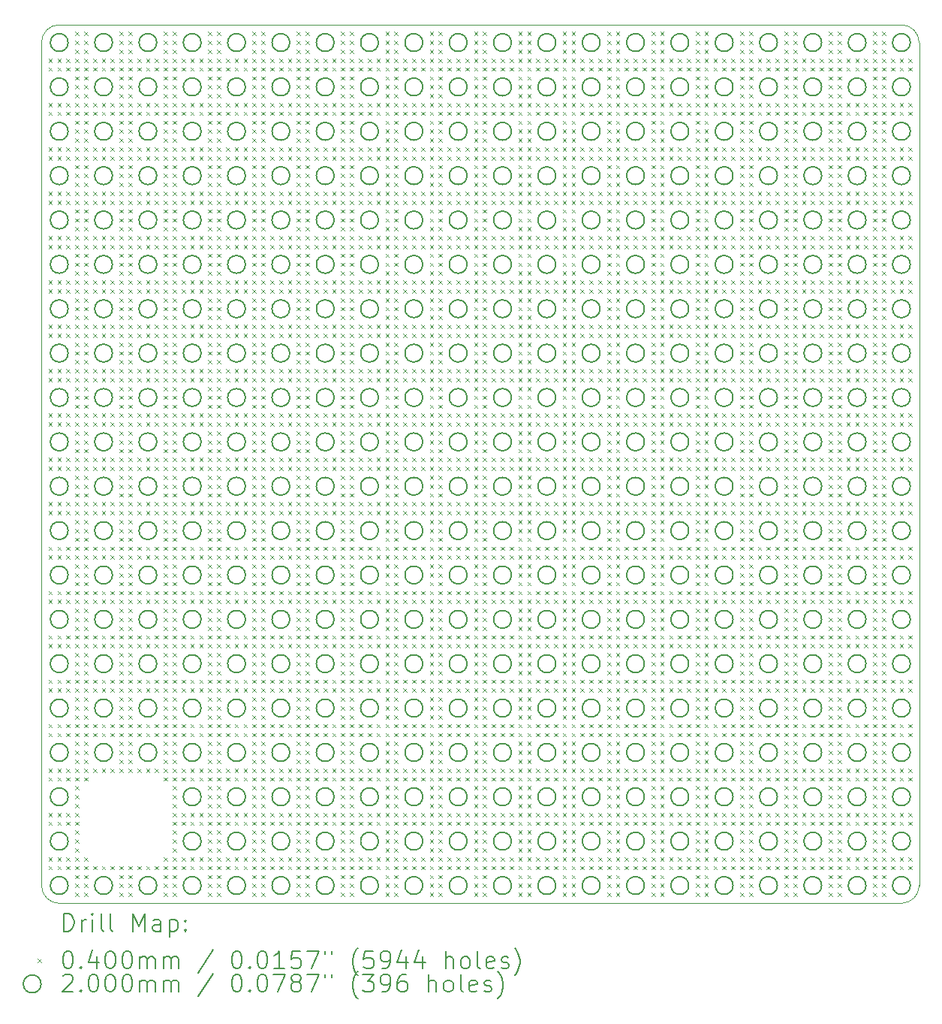
<source format=gbr>
%TF.GenerationSoftware,KiCad,Pcbnew,6.0.9+dfsg-1~bpo11+1*%
%TF.CreationDate,2022-11-06T13:24:25+01:00*%
%TF.ProjectId,base,62617365-2e6b-4696-9361-645f70636258,2*%
%TF.SameCoordinates,Original*%
%TF.FileFunction,Drillmap*%
%TF.FilePolarity,Positive*%
%FSLAX45Y45*%
G04 Gerber Fmt 4.5, Leading zero omitted, Abs format (unit mm)*
G04 Created by KiCad (PCBNEW 6.0.9+dfsg-1~bpo11+1) date 2022-11-06 13:24:25*
%MOMM*%
%LPD*%
G01*
G04 APERTURE LIST*
%ADD10C,0.100000*%
%ADD11C,0.200000*%
%ADD12C,0.040000*%
G04 APERTURE END LIST*
D10*
X19400000Y-14600000D02*
G75*
G03*
X19600000Y-14400000I0J200000D01*
G01*
X9700000Y-14400000D02*
X9700000Y-4900000D01*
X19400000Y-14600000D02*
X9900000Y-14600000D01*
X9900000Y-4700000D02*
G75*
G03*
X9700000Y-4900000I0J-200000D01*
G01*
X19600000Y-4900000D02*
G75*
G03*
X19400000Y-4700000I-200000J0D01*
G01*
X19600000Y-4900000D02*
X19600000Y-14400000D01*
X9700000Y-14400000D02*
G75*
G03*
X9900000Y-14600000I200000J0D01*
G01*
X9900000Y-4700000D02*
X19400000Y-4700000D01*
D11*
D12*
X9780000Y-5080000D02*
X9820000Y-5120000D01*
X9820000Y-5080000D02*
X9780000Y-5120000D01*
X9780000Y-5180000D02*
X9820000Y-5220000D01*
X9820000Y-5180000D02*
X9780000Y-5220000D01*
X9780000Y-5580000D02*
X9820000Y-5620000D01*
X9820000Y-5580000D02*
X9780000Y-5620000D01*
X9780000Y-5680000D02*
X9820000Y-5720000D01*
X9820000Y-5680000D02*
X9780000Y-5720000D01*
X9780000Y-6080000D02*
X9820000Y-6120000D01*
X9820000Y-6080000D02*
X9780000Y-6120000D01*
X9780000Y-6180000D02*
X9820000Y-6220000D01*
X9820000Y-6180000D02*
X9780000Y-6220000D01*
X9780000Y-6580000D02*
X9820000Y-6620000D01*
X9820000Y-6580000D02*
X9780000Y-6620000D01*
X9780000Y-6680000D02*
X9820000Y-6720000D01*
X9820000Y-6680000D02*
X9780000Y-6720000D01*
X9780000Y-7080000D02*
X9820000Y-7120000D01*
X9820000Y-7080000D02*
X9780000Y-7120000D01*
X9780000Y-7180000D02*
X9820000Y-7220000D01*
X9820000Y-7180000D02*
X9780000Y-7220000D01*
X9780000Y-7580000D02*
X9820000Y-7620000D01*
X9820000Y-7580000D02*
X9780000Y-7620000D01*
X9780000Y-7680000D02*
X9820000Y-7720000D01*
X9820000Y-7680000D02*
X9780000Y-7720000D01*
X9780000Y-8080000D02*
X9820000Y-8120000D01*
X9820000Y-8080000D02*
X9780000Y-8120000D01*
X9780000Y-8180000D02*
X9820000Y-8220000D01*
X9820000Y-8180000D02*
X9780000Y-8220000D01*
X9780000Y-8580000D02*
X9820000Y-8620000D01*
X9820000Y-8580000D02*
X9780000Y-8620000D01*
X9780000Y-8680000D02*
X9820000Y-8720000D01*
X9820000Y-8680000D02*
X9780000Y-8720000D01*
X9780000Y-9080000D02*
X9820000Y-9120000D01*
X9820000Y-9080000D02*
X9780000Y-9120000D01*
X9780000Y-9180000D02*
X9820000Y-9220000D01*
X9820000Y-9180000D02*
X9780000Y-9220000D01*
X9780000Y-9580000D02*
X9820000Y-9620000D01*
X9820000Y-9580000D02*
X9780000Y-9620000D01*
X9780000Y-9680000D02*
X9820000Y-9720000D01*
X9820000Y-9680000D02*
X9780000Y-9720000D01*
X9780000Y-10080000D02*
X9820000Y-10120000D01*
X9820000Y-10080000D02*
X9780000Y-10120000D01*
X9780000Y-10180000D02*
X9820000Y-10220000D01*
X9820000Y-10180000D02*
X9780000Y-10220000D01*
X9780000Y-10580000D02*
X9820000Y-10620000D01*
X9820000Y-10580000D02*
X9780000Y-10620000D01*
X9780000Y-10680000D02*
X9820000Y-10720000D01*
X9820000Y-10680000D02*
X9780000Y-10720000D01*
X9780000Y-11080000D02*
X9820000Y-11120000D01*
X9820000Y-11080000D02*
X9780000Y-11120000D01*
X9780000Y-11180000D02*
X9820000Y-11220000D01*
X9820000Y-11180000D02*
X9780000Y-11220000D01*
X9780000Y-11580000D02*
X9820000Y-11620000D01*
X9820000Y-11580000D02*
X9780000Y-11620000D01*
X9780000Y-11680000D02*
X9820000Y-11720000D01*
X9820000Y-11680000D02*
X9780000Y-11720000D01*
X9780000Y-12080000D02*
X9820000Y-12120000D01*
X9820000Y-12080000D02*
X9780000Y-12120000D01*
X9780000Y-12180000D02*
X9820000Y-12220000D01*
X9820000Y-12180000D02*
X9780000Y-12220000D01*
X9780000Y-12580000D02*
X9820000Y-12620000D01*
X9820000Y-12580000D02*
X9780000Y-12620000D01*
X9780000Y-12680000D02*
X9820000Y-12720000D01*
X9820000Y-12680000D02*
X9780000Y-12720000D01*
X9780000Y-13080000D02*
X9820000Y-13120000D01*
X9820000Y-13080000D02*
X9780000Y-13120000D01*
X9780000Y-13180000D02*
X9820000Y-13220000D01*
X9820000Y-13180000D02*
X9780000Y-13220000D01*
X9780000Y-13580000D02*
X9820000Y-13620000D01*
X9820000Y-13580000D02*
X9780000Y-13620000D01*
X9780000Y-13680000D02*
X9820000Y-13720000D01*
X9820000Y-13680000D02*
X9780000Y-13720000D01*
X9780000Y-14080000D02*
X9820000Y-14120000D01*
X9820000Y-14080000D02*
X9780000Y-14120000D01*
X9780000Y-14180000D02*
X9820000Y-14220000D01*
X9820000Y-14180000D02*
X9780000Y-14220000D01*
X9880000Y-5080000D02*
X9920000Y-5120000D01*
X9920000Y-5080000D02*
X9880000Y-5120000D01*
X9880000Y-5180000D02*
X9920000Y-5220000D01*
X9920000Y-5180000D02*
X9880000Y-5220000D01*
X9880000Y-5580000D02*
X9920000Y-5620000D01*
X9920000Y-5580000D02*
X9880000Y-5620000D01*
X9880000Y-5680000D02*
X9920000Y-5720000D01*
X9920000Y-5680000D02*
X9880000Y-5720000D01*
X9880000Y-6080000D02*
X9920000Y-6120000D01*
X9920000Y-6080000D02*
X9880000Y-6120000D01*
X9880000Y-6180000D02*
X9920000Y-6220000D01*
X9920000Y-6180000D02*
X9880000Y-6220000D01*
X9880000Y-6580000D02*
X9920000Y-6620000D01*
X9920000Y-6580000D02*
X9880000Y-6620000D01*
X9880000Y-6680000D02*
X9920000Y-6720000D01*
X9920000Y-6680000D02*
X9880000Y-6720000D01*
X9880000Y-7080000D02*
X9920000Y-7120000D01*
X9920000Y-7080000D02*
X9880000Y-7120000D01*
X9880000Y-7180000D02*
X9920000Y-7220000D01*
X9920000Y-7180000D02*
X9880000Y-7220000D01*
X9880000Y-7580000D02*
X9920000Y-7620000D01*
X9920000Y-7580000D02*
X9880000Y-7620000D01*
X9880000Y-7680000D02*
X9920000Y-7720000D01*
X9920000Y-7680000D02*
X9880000Y-7720000D01*
X9880000Y-8080000D02*
X9920000Y-8120000D01*
X9920000Y-8080000D02*
X9880000Y-8120000D01*
X9880000Y-8180000D02*
X9920000Y-8220000D01*
X9920000Y-8180000D02*
X9880000Y-8220000D01*
X9880000Y-8580000D02*
X9920000Y-8620000D01*
X9920000Y-8580000D02*
X9880000Y-8620000D01*
X9880000Y-8680000D02*
X9920000Y-8720000D01*
X9920000Y-8680000D02*
X9880000Y-8720000D01*
X9880000Y-9080000D02*
X9920000Y-9120000D01*
X9920000Y-9080000D02*
X9880000Y-9120000D01*
X9880000Y-9180000D02*
X9920000Y-9220000D01*
X9920000Y-9180000D02*
X9880000Y-9220000D01*
X9880000Y-9580000D02*
X9920000Y-9620000D01*
X9920000Y-9580000D02*
X9880000Y-9620000D01*
X9880000Y-9680000D02*
X9920000Y-9720000D01*
X9920000Y-9680000D02*
X9880000Y-9720000D01*
X9880000Y-10080000D02*
X9920000Y-10120000D01*
X9920000Y-10080000D02*
X9880000Y-10120000D01*
X9880000Y-10180000D02*
X9920000Y-10220000D01*
X9920000Y-10180000D02*
X9880000Y-10220000D01*
X9880000Y-10580000D02*
X9920000Y-10620000D01*
X9920000Y-10580000D02*
X9880000Y-10620000D01*
X9880000Y-10680000D02*
X9920000Y-10720000D01*
X9920000Y-10680000D02*
X9880000Y-10720000D01*
X9880000Y-11080000D02*
X9920000Y-11120000D01*
X9920000Y-11080000D02*
X9880000Y-11120000D01*
X9880000Y-11180000D02*
X9920000Y-11220000D01*
X9920000Y-11180000D02*
X9880000Y-11220000D01*
X9880000Y-11580000D02*
X9920000Y-11620000D01*
X9920000Y-11580000D02*
X9880000Y-11620000D01*
X9880000Y-11680000D02*
X9920000Y-11720000D01*
X9920000Y-11680000D02*
X9880000Y-11720000D01*
X9880000Y-12080000D02*
X9920000Y-12120000D01*
X9920000Y-12080000D02*
X9880000Y-12120000D01*
X9880000Y-12180000D02*
X9920000Y-12220000D01*
X9920000Y-12180000D02*
X9880000Y-12220000D01*
X9880000Y-12580000D02*
X9920000Y-12620000D01*
X9920000Y-12580000D02*
X9880000Y-12620000D01*
X9880000Y-12680000D02*
X9920000Y-12720000D01*
X9920000Y-12680000D02*
X9880000Y-12720000D01*
X9880000Y-13080000D02*
X9920000Y-13120000D01*
X9920000Y-13080000D02*
X9880000Y-13120000D01*
X9880000Y-13180000D02*
X9920000Y-13220000D01*
X9920000Y-13180000D02*
X9880000Y-13220000D01*
X9880000Y-13580000D02*
X9920000Y-13620000D01*
X9920000Y-13580000D02*
X9880000Y-13620000D01*
X9880000Y-13680000D02*
X9920000Y-13720000D01*
X9920000Y-13680000D02*
X9880000Y-13720000D01*
X9880000Y-14080000D02*
X9920000Y-14120000D01*
X9920000Y-14080000D02*
X9880000Y-14120000D01*
X9880000Y-14180000D02*
X9920000Y-14220000D01*
X9920000Y-14180000D02*
X9880000Y-14220000D01*
X9980000Y-5080000D02*
X10020000Y-5120000D01*
X10020000Y-5080000D02*
X9980000Y-5120000D01*
X9980000Y-5180000D02*
X10020000Y-5220000D01*
X10020000Y-5180000D02*
X9980000Y-5220000D01*
X9980000Y-5580000D02*
X10020000Y-5620000D01*
X10020000Y-5580000D02*
X9980000Y-5620000D01*
X9980000Y-5680000D02*
X10020000Y-5720000D01*
X10020000Y-5680000D02*
X9980000Y-5720000D01*
X9980000Y-6080000D02*
X10020000Y-6120000D01*
X10020000Y-6080000D02*
X9980000Y-6120000D01*
X9980000Y-6180000D02*
X10020000Y-6220000D01*
X10020000Y-6180000D02*
X9980000Y-6220000D01*
X9980000Y-6580000D02*
X10020000Y-6620000D01*
X10020000Y-6580000D02*
X9980000Y-6620000D01*
X9980000Y-6680000D02*
X10020000Y-6720000D01*
X10020000Y-6680000D02*
X9980000Y-6720000D01*
X9980000Y-7080000D02*
X10020000Y-7120000D01*
X10020000Y-7080000D02*
X9980000Y-7120000D01*
X9980000Y-7180000D02*
X10020000Y-7220000D01*
X10020000Y-7180000D02*
X9980000Y-7220000D01*
X9980000Y-7580000D02*
X10020000Y-7620000D01*
X10020000Y-7580000D02*
X9980000Y-7620000D01*
X9980000Y-7680000D02*
X10020000Y-7720000D01*
X10020000Y-7680000D02*
X9980000Y-7720000D01*
X9980000Y-8080000D02*
X10020000Y-8120000D01*
X10020000Y-8080000D02*
X9980000Y-8120000D01*
X9980000Y-8180000D02*
X10020000Y-8220000D01*
X10020000Y-8180000D02*
X9980000Y-8220000D01*
X9980000Y-8580000D02*
X10020000Y-8620000D01*
X10020000Y-8580000D02*
X9980000Y-8620000D01*
X9980000Y-8680000D02*
X10020000Y-8720000D01*
X10020000Y-8680000D02*
X9980000Y-8720000D01*
X9980000Y-9080000D02*
X10020000Y-9120000D01*
X10020000Y-9080000D02*
X9980000Y-9120000D01*
X9980000Y-9180000D02*
X10020000Y-9220000D01*
X10020000Y-9180000D02*
X9980000Y-9220000D01*
X9980000Y-9580000D02*
X10020000Y-9620000D01*
X10020000Y-9580000D02*
X9980000Y-9620000D01*
X9980000Y-9680000D02*
X10020000Y-9720000D01*
X10020000Y-9680000D02*
X9980000Y-9720000D01*
X9980000Y-10080000D02*
X10020000Y-10120000D01*
X10020000Y-10080000D02*
X9980000Y-10120000D01*
X9980000Y-10180000D02*
X10020000Y-10220000D01*
X10020000Y-10180000D02*
X9980000Y-10220000D01*
X9980000Y-10580000D02*
X10020000Y-10620000D01*
X10020000Y-10580000D02*
X9980000Y-10620000D01*
X9980000Y-10680000D02*
X10020000Y-10720000D01*
X10020000Y-10680000D02*
X9980000Y-10720000D01*
X9980000Y-11080000D02*
X10020000Y-11120000D01*
X10020000Y-11080000D02*
X9980000Y-11120000D01*
X9980000Y-11180000D02*
X10020000Y-11220000D01*
X10020000Y-11180000D02*
X9980000Y-11220000D01*
X9980000Y-11580000D02*
X10020000Y-11620000D01*
X10020000Y-11580000D02*
X9980000Y-11620000D01*
X9980000Y-11680000D02*
X10020000Y-11720000D01*
X10020000Y-11680000D02*
X9980000Y-11720000D01*
X9980000Y-12080000D02*
X10020000Y-12120000D01*
X10020000Y-12080000D02*
X9980000Y-12120000D01*
X9980000Y-12180000D02*
X10020000Y-12220000D01*
X10020000Y-12180000D02*
X9980000Y-12220000D01*
X9980000Y-12580000D02*
X10020000Y-12620000D01*
X10020000Y-12580000D02*
X9980000Y-12620000D01*
X9980000Y-12680000D02*
X10020000Y-12720000D01*
X10020000Y-12680000D02*
X9980000Y-12720000D01*
X9980000Y-13080000D02*
X10020000Y-13120000D01*
X10020000Y-13080000D02*
X9980000Y-13120000D01*
X9980000Y-13180000D02*
X10020000Y-13220000D01*
X10020000Y-13180000D02*
X9980000Y-13220000D01*
X9980000Y-13580000D02*
X10020000Y-13620000D01*
X10020000Y-13580000D02*
X9980000Y-13620000D01*
X9980000Y-13680000D02*
X10020000Y-13720000D01*
X10020000Y-13680000D02*
X9980000Y-13720000D01*
X9980000Y-14080000D02*
X10020000Y-14120000D01*
X10020000Y-14080000D02*
X9980000Y-14120000D01*
X9980000Y-14180000D02*
X10020000Y-14220000D01*
X10020000Y-14180000D02*
X9980000Y-14220000D01*
X10080000Y-4780000D02*
X10120000Y-4820000D01*
X10120000Y-4780000D02*
X10080000Y-4820000D01*
X10080000Y-4880000D02*
X10120000Y-4920000D01*
X10120000Y-4880000D02*
X10080000Y-4920000D01*
X10080000Y-4980000D02*
X10120000Y-5020000D01*
X10120000Y-4980000D02*
X10080000Y-5020000D01*
X10080000Y-5080000D02*
X10120000Y-5120000D01*
X10120000Y-5080000D02*
X10080000Y-5120000D01*
X10080000Y-5180000D02*
X10120000Y-5220000D01*
X10120000Y-5180000D02*
X10080000Y-5220000D01*
X10080000Y-5280000D02*
X10120000Y-5320000D01*
X10120000Y-5280000D02*
X10080000Y-5320000D01*
X10080000Y-5380000D02*
X10120000Y-5420000D01*
X10120000Y-5380000D02*
X10080000Y-5420000D01*
X10080000Y-5480000D02*
X10120000Y-5520000D01*
X10120000Y-5480000D02*
X10080000Y-5520000D01*
X10080000Y-5580000D02*
X10120000Y-5620000D01*
X10120000Y-5580000D02*
X10080000Y-5620000D01*
X10080000Y-5680000D02*
X10120000Y-5720000D01*
X10120000Y-5680000D02*
X10080000Y-5720000D01*
X10080000Y-5780000D02*
X10120000Y-5820000D01*
X10120000Y-5780000D02*
X10080000Y-5820000D01*
X10080000Y-5880000D02*
X10120000Y-5920000D01*
X10120000Y-5880000D02*
X10080000Y-5920000D01*
X10080000Y-5980000D02*
X10120000Y-6020000D01*
X10120000Y-5980000D02*
X10080000Y-6020000D01*
X10080000Y-6080000D02*
X10120000Y-6120000D01*
X10120000Y-6080000D02*
X10080000Y-6120000D01*
X10080000Y-6180000D02*
X10120000Y-6220000D01*
X10120000Y-6180000D02*
X10080000Y-6220000D01*
X10080000Y-6280000D02*
X10120000Y-6320000D01*
X10120000Y-6280000D02*
X10080000Y-6320000D01*
X10080000Y-6380000D02*
X10120000Y-6420000D01*
X10120000Y-6380000D02*
X10080000Y-6420000D01*
X10080000Y-6480000D02*
X10120000Y-6520000D01*
X10120000Y-6480000D02*
X10080000Y-6520000D01*
X10080000Y-6580000D02*
X10120000Y-6620000D01*
X10120000Y-6580000D02*
X10080000Y-6620000D01*
X10080000Y-6680000D02*
X10120000Y-6720000D01*
X10120000Y-6680000D02*
X10080000Y-6720000D01*
X10080000Y-6780000D02*
X10120000Y-6820000D01*
X10120000Y-6780000D02*
X10080000Y-6820000D01*
X10080000Y-6880000D02*
X10120000Y-6920000D01*
X10120000Y-6880000D02*
X10080000Y-6920000D01*
X10080000Y-6980000D02*
X10120000Y-7020000D01*
X10120000Y-6980000D02*
X10080000Y-7020000D01*
X10080000Y-7080000D02*
X10120000Y-7120000D01*
X10120000Y-7080000D02*
X10080000Y-7120000D01*
X10080000Y-7180000D02*
X10120000Y-7220000D01*
X10120000Y-7180000D02*
X10080000Y-7220000D01*
X10080000Y-7280000D02*
X10120000Y-7320000D01*
X10120000Y-7280000D02*
X10080000Y-7320000D01*
X10080000Y-7380000D02*
X10120000Y-7420000D01*
X10120000Y-7380000D02*
X10080000Y-7420000D01*
X10080000Y-7480000D02*
X10120000Y-7520000D01*
X10120000Y-7480000D02*
X10080000Y-7520000D01*
X10080000Y-7580000D02*
X10120000Y-7620000D01*
X10120000Y-7580000D02*
X10080000Y-7620000D01*
X10080000Y-7680000D02*
X10120000Y-7720000D01*
X10120000Y-7680000D02*
X10080000Y-7720000D01*
X10080000Y-7780000D02*
X10120000Y-7820000D01*
X10120000Y-7780000D02*
X10080000Y-7820000D01*
X10080000Y-7880000D02*
X10120000Y-7920000D01*
X10120000Y-7880000D02*
X10080000Y-7920000D01*
X10080000Y-7980000D02*
X10120000Y-8020000D01*
X10120000Y-7980000D02*
X10080000Y-8020000D01*
X10080000Y-8080000D02*
X10120000Y-8120000D01*
X10120000Y-8080000D02*
X10080000Y-8120000D01*
X10080000Y-8180000D02*
X10120000Y-8220000D01*
X10120000Y-8180000D02*
X10080000Y-8220000D01*
X10080000Y-8280000D02*
X10120000Y-8320000D01*
X10120000Y-8280000D02*
X10080000Y-8320000D01*
X10080000Y-8380000D02*
X10120000Y-8420000D01*
X10120000Y-8380000D02*
X10080000Y-8420000D01*
X10080000Y-8480000D02*
X10120000Y-8520000D01*
X10120000Y-8480000D02*
X10080000Y-8520000D01*
X10080000Y-8580000D02*
X10120000Y-8620000D01*
X10120000Y-8580000D02*
X10080000Y-8620000D01*
X10080000Y-8680000D02*
X10120000Y-8720000D01*
X10120000Y-8680000D02*
X10080000Y-8720000D01*
X10080000Y-8780000D02*
X10120000Y-8820000D01*
X10120000Y-8780000D02*
X10080000Y-8820000D01*
X10080000Y-8880000D02*
X10120000Y-8920000D01*
X10120000Y-8880000D02*
X10080000Y-8920000D01*
X10080000Y-8980000D02*
X10120000Y-9020000D01*
X10120000Y-8980000D02*
X10080000Y-9020000D01*
X10080000Y-9080000D02*
X10120000Y-9120000D01*
X10120000Y-9080000D02*
X10080000Y-9120000D01*
X10080000Y-9180000D02*
X10120000Y-9220000D01*
X10120000Y-9180000D02*
X10080000Y-9220000D01*
X10080000Y-9280000D02*
X10120000Y-9320000D01*
X10120000Y-9280000D02*
X10080000Y-9320000D01*
X10080000Y-9380000D02*
X10120000Y-9420000D01*
X10120000Y-9380000D02*
X10080000Y-9420000D01*
X10080000Y-9480000D02*
X10120000Y-9520000D01*
X10120000Y-9480000D02*
X10080000Y-9520000D01*
X10080000Y-9580000D02*
X10120000Y-9620000D01*
X10120000Y-9580000D02*
X10080000Y-9620000D01*
X10080000Y-9680000D02*
X10120000Y-9720000D01*
X10120000Y-9680000D02*
X10080000Y-9720000D01*
X10080000Y-9780000D02*
X10120000Y-9820000D01*
X10120000Y-9780000D02*
X10080000Y-9820000D01*
X10080000Y-9880000D02*
X10120000Y-9920000D01*
X10120000Y-9880000D02*
X10080000Y-9920000D01*
X10080000Y-9980000D02*
X10120000Y-10020000D01*
X10120000Y-9980000D02*
X10080000Y-10020000D01*
X10080000Y-10080000D02*
X10120000Y-10120000D01*
X10120000Y-10080000D02*
X10080000Y-10120000D01*
X10080000Y-10180000D02*
X10120000Y-10220000D01*
X10120000Y-10180000D02*
X10080000Y-10220000D01*
X10080000Y-10280000D02*
X10120000Y-10320000D01*
X10120000Y-10280000D02*
X10080000Y-10320000D01*
X10080000Y-10380000D02*
X10120000Y-10420000D01*
X10120000Y-10380000D02*
X10080000Y-10420000D01*
X10080000Y-10480000D02*
X10120000Y-10520000D01*
X10120000Y-10480000D02*
X10080000Y-10520000D01*
X10080000Y-10580000D02*
X10120000Y-10620000D01*
X10120000Y-10580000D02*
X10080000Y-10620000D01*
X10080000Y-10680000D02*
X10120000Y-10720000D01*
X10120000Y-10680000D02*
X10080000Y-10720000D01*
X10080000Y-10780000D02*
X10120000Y-10820000D01*
X10120000Y-10780000D02*
X10080000Y-10820000D01*
X10080000Y-10880000D02*
X10120000Y-10920000D01*
X10120000Y-10880000D02*
X10080000Y-10920000D01*
X10080000Y-10980000D02*
X10120000Y-11020000D01*
X10120000Y-10980000D02*
X10080000Y-11020000D01*
X10080000Y-11080000D02*
X10120000Y-11120000D01*
X10120000Y-11080000D02*
X10080000Y-11120000D01*
X10080000Y-11180000D02*
X10120000Y-11220000D01*
X10120000Y-11180000D02*
X10080000Y-11220000D01*
X10080000Y-11280000D02*
X10120000Y-11320000D01*
X10120000Y-11280000D02*
X10080000Y-11320000D01*
X10080000Y-11380000D02*
X10120000Y-11420000D01*
X10120000Y-11380000D02*
X10080000Y-11420000D01*
X10080000Y-11480000D02*
X10120000Y-11520000D01*
X10120000Y-11480000D02*
X10080000Y-11520000D01*
X10080000Y-11580000D02*
X10120000Y-11620000D01*
X10120000Y-11580000D02*
X10080000Y-11620000D01*
X10080000Y-11680000D02*
X10120000Y-11720000D01*
X10120000Y-11680000D02*
X10080000Y-11720000D01*
X10080000Y-11780000D02*
X10120000Y-11820000D01*
X10120000Y-11780000D02*
X10080000Y-11820000D01*
X10080000Y-11880000D02*
X10120000Y-11920000D01*
X10120000Y-11880000D02*
X10080000Y-11920000D01*
X10080000Y-11980000D02*
X10120000Y-12020000D01*
X10120000Y-11980000D02*
X10080000Y-12020000D01*
X10080000Y-12080000D02*
X10120000Y-12120000D01*
X10120000Y-12080000D02*
X10080000Y-12120000D01*
X10080000Y-12180000D02*
X10120000Y-12220000D01*
X10120000Y-12180000D02*
X10080000Y-12220000D01*
X10080000Y-12280000D02*
X10120000Y-12320000D01*
X10120000Y-12280000D02*
X10080000Y-12320000D01*
X10080000Y-12380000D02*
X10120000Y-12420000D01*
X10120000Y-12380000D02*
X10080000Y-12420000D01*
X10080000Y-12480000D02*
X10120000Y-12520000D01*
X10120000Y-12480000D02*
X10080000Y-12520000D01*
X10080000Y-12580000D02*
X10120000Y-12620000D01*
X10120000Y-12580000D02*
X10080000Y-12620000D01*
X10080000Y-12680000D02*
X10120000Y-12720000D01*
X10120000Y-12680000D02*
X10080000Y-12720000D01*
X10080000Y-12780000D02*
X10120000Y-12820000D01*
X10120000Y-12780000D02*
X10080000Y-12820000D01*
X10080000Y-12880000D02*
X10120000Y-12920000D01*
X10120000Y-12880000D02*
X10080000Y-12920000D01*
X10080000Y-12980000D02*
X10120000Y-13020000D01*
X10120000Y-12980000D02*
X10080000Y-13020000D01*
X10080000Y-13080000D02*
X10120000Y-13120000D01*
X10120000Y-13080000D02*
X10080000Y-13120000D01*
X10080000Y-13180000D02*
X10120000Y-13220000D01*
X10120000Y-13180000D02*
X10080000Y-13220000D01*
X10080000Y-13280000D02*
X10120000Y-13320000D01*
X10120000Y-13280000D02*
X10080000Y-13320000D01*
X10080000Y-13380000D02*
X10120000Y-13420000D01*
X10120000Y-13380000D02*
X10080000Y-13420000D01*
X10080000Y-13480000D02*
X10120000Y-13520000D01*
X10120000Y-13480000D02*
X10080000Y-13520000D01*
X10080000Y-13580000D02*
X10120000Y-13620000D01*
X10120000Y-13580000D02*
X10080000Y-13620000D01*
X10080000Y-13680000D02*
X10120000Y-13720000D01*
X10120000Y-13680000D02*
X10080000Y-13720000D01*
X10080000Y-13780000D02*
X10120000Y-13820000D01*
X10120000Y-13780000D02*
X10080000Y-13820000D01*
X10080000Y-13880000D02*
X10120000Y-13920000D01*
X10120000Y-13880000D02*
X10080000Y-13920000D01*
X10080000Y-13980000D02*
X10120000Y-14020000D01*
X10120000Y-13980000D02*
X10080000Y-14020000D01*
X10080000Y-14080000D02*
X10120000Y-14120000D01*
X10120000Y-14080000D02*
X10080000Y-14120000D01*
X10080000Y-14180000D02*
X10120000Y-14220000D01*
X10120000Y-14180000D02*
X10080000Y-14220000D01*
X10080000Y-14280000D02*
X10120000Y-14320000D01*
X10120000Y-14280000D02*
X10080000Y-14320000D01*
X10080000Y-14380000D02*
X10120000Y-14420000D01*
X10120000Y-14380000D02*
X10080000Y-14420000D01*
X10080000Y-14480000D02*
X10120000Y-14520000D01*
X10120000Y-14480000D02*
X10080000Y-14520000D01*
X10180000Y-4780000D02*
X10220000Y-4820000D01*
X10220000Y-4780000D02*
X10180000Y-4820000D01*
X10180000Y-4880000D02*
X10220000Y-4920000D01*
X10220000Y-4880000D02*
X10180000Y-4920000D01*
X10180000Y-4980000D02*
X10220000Y-5020000D01*
X10220000Y-4980000D02*
X10180000Y-5020000D01*
X10180000Y-5080000D02*
X10220000Y-5120000D01*
X10220000Y-5080000D02*
X10180000Y-5120000D01*
X10180000Y-5180000D02*
X10220000Y-5220000D01*
X10220000Y-5180000D02*
X10180000Y-5220000D01*
X10180000Y-5280000D02*
X10220000Y-5320000D01*
X10220000Y-5280000D02*
X10180000Y-5320000D01*
X10180000Y-5380000D02*
X10220000Y-5420000D01*
X10220000Y-5380000D02*
X10180000Y-5420000D01*
X10180000Y-5480000D02*
X10220000Y-5520000D01*
X10220000Y-5480000D02*
X10180000Y-5520000D01*
X10180000Y-5580000D02*
X10220000Y-5620000D01*
X10220000Y-5580000D02*
X10180000Y-5620000D01*
X10180000Y-5680000D02*
X10220000Y-5720000D01*
X10220000Y-5680000D02*
X10180000Y-5720000D01*
X10180000Y-5780000D02*
X10220000Y-5820000D01*
X10220000Y-5780000D02*
X10180000Y-5820000D01*
X10180000Y-5880000D02*
X10220000Y-5920000D01*
X10220000Y-5880000D02*
X10180000Y-5920000D01*
X10180000Y-5980000D02*
X10220000Y-6020000D01*
X10220000Y-5980000D02*
X10180000Y-6020000D01*
X10180000Y-6080000D02*
X10220000Y-6120000D01*
X10220000Y-6080000D02*
X10180000Y-6120000D01*
X10180000Y-6180000D02*
X10220000Y-6220000D01*
X10220000Y-6180000D02*
X10180000Y-6220000D01*
X10180000Y-6280000D02*
X10220000Y-6320000D01*
X10220000Y-6280000D02*
X10180000Y-6320000D01*
X10180000Y-6380000D02*
X10220000Y-6420000D01*
X10220000Y-6380000D02*
X10180000Y-6420000D01*
X10180000Y-6480000D02*
X10220000Y-6520000D01*
X10220000Y-6480000D02*
X10180000Y-6520000D01*
X10180000Y-6580000D02*
X10220000Y-6620000D01*
X10220000Y-6580000D02*
X10180000Y-6620000D01*
X10180000Y-6680000D02*
X10220000Y-6720000D01*
X10220000Y-6680000D02*
X10180000Y-6720000D01*
X10180000Y-6780000D02*
X10220000Y-6820000D01*
X10220000Y-6780000D02*
X10180000Y-6820000D01*
X10180000Y-6880000D02*
X10220000Y-6920000D01*
X10220000Y-6880000D02*
X10180000Y-6920000D01*
X10180000Y-6980000D02*
X10220000Y-7020000D01*
X10220000Y-6980000D02*
X10180000Y-7020000D01*
X10180000Y-7080000D02*
X10220000Y-7120000D01*
X10220000Y-7080000D02*
X10180000Y-7120000D01*
X10180000Y-7180000D02*
X10220000Y-7220000D01*
X10220000Y-7180000D02*
X10180000Y-7220000D01*
X10180000Y-7280000D02*
X10220000Y-7320000D01*
X10220000Y-7280000D02*
X10180000Y-7320000D01*
X10180000Y-7380000D02*
X10220000Y-7420000D01*
X10220000Y-7380000D02*
X10180000Y-7420000D01*
X10180000Y-7480000D02*
X10220000Y-7520000D01*
X10220000Y-7480000D02*
X10180000Y-7520000D01*
X10180000Y-7580000D02*
X10220000Y-7620000D01*
X10220000Y-7580000D02*
X10180000Y-7620000D01*
X10180000Y-7680000D02*
X10220000Y-7720000D01*
X10220000Y-7680000D02*
X10180000Y-7720000D01*
X10180000Y-7780000D02*
X10220000Y-7820000D01*
X10220000Y-7780000D02*
X10180000Y-7820000D01*
X10180000Y-7880000D02*
X10220000Y-7920000D01*
X10220000Y-7880000D02*
X10180000Y-7920000D01*
X10180000Y-7980000D02*
X10220000Y-8020000D01*
X10220000Y-7980000D02*
X10180000Y-8020000D01*
X10180000Y-8080000D02*
X10220000Y-8120000D01*
X10220000Y-8080000D02*
X10180000Y-8120000D01*
X10180000Y-8180000D02*
X10220000Y-8220000D01*
X10220000Y-8180000D02*
X10180000Y-8220000D01*
X10180000Y-8280000D02*
X10220000Y-8320000D01*
X10220000Y-8280000D02*
X10180000Y-8320000D01*
X10180000Y-8380000D02*
X10220000Y-8420000D01*
X10220000Y-8380000D02*
X10180000Y-8420000D01*
X10180000Y-8480000D02*
X10220000Y-8520000D01*
X10220000Y-8480000D02*
X10180000Y-8520000D01*
X10180000Y-8580000D02*
X10220000Y-8620000D01*
X10220000Y-8580000D02*
X10180000Y-8620000D01*
X10180000Y-8680000D02*
X10220000Y-8720000D01*
X10220000Y-8680000D02*
X10180000Y-8720000D01*
X10180000Y-8780000D02*
X10220000Y-8820000D01*
X10220000Y-8780000D02*
X10180000Y-8820000D01*
X10180000Y-8880000D02*
X10220000Y-8920000D01*
X10220000Y-8880000D02*
X10180000Y-8920000D01*
X10180000Y-8980000D02*
X10220000Y-9020000D01*
X10220000Y-8980000D02*
X10180000Y-9020000D01*
X10180000Y-9080000D02*
X10220000Y-9120000D01*
X10220000Y-9080000D02*
X10180000Y-9120000D01*
X10180000Y-9180000D02*
X10220000Y-9220000D01*
X10220000Y-9180000D02*
X10180000Y-9220000D01*
X10180000Y-9280000D02*
X10220000Y-9320000D01*
X10220000Y-9280000D02*
X10180000Y-9320000D01*
X10180000Y-9380000D02*
X10220000Y-9420000D01*
X10220000Y-9380000D02*
X10180000Y-9420000D01*
X10180000Y-9480000D02*
X10220000Y-9520000D01*
X10220000Y-9480000D02*
X10180000Y-9520000D01*
X10180000Y-9580000D02*
X10220000Y-9620000D01*
X10220000Y-9580000D02*
X10180000Y-9620000D01*
X10180000Y-9680000D02*
X10220000Y-9720000D01*
X10220000Y-9680000D02*
X10180000Y-9720000D01*
X10180000Y-9780000D02*
X10220000Y-9820000D01*
X10220000Y-9780000D02*
X10180000Y-9820000D01*
X10180000Y-9880000D02*
X10220000Y-9920000D01*
X10220000Y-9880000D02*
X10180000Y-9920000D01*
X10180000Y-9980000D02*
X10220000Y-10020000D01*
X10220000Y-9980000D02*
X10180000Y-10020000D01*
X10180000Y-10080000D02*
X10220000Y-10120000D01*
X10220000Y-10080000D02*
X10180000Y-10120000D01*
X10180000Y-10180000D02*
X10220000Y-10220000D01*
X10220000Y-10180000D02*
X10180000Y-10220000D01*
X10180000Y-10280000D02*
X10220000Y-10320000D01*
X10220000Y-10280000D02*
X10180000Y-10320000D01*
X10180000Y-10380000D02*
X10220000Y-10420000D01*
X10220000Y-10380000D02*
X10180000Y-10420000D01*
X10180000Y-10480000D02*
X10220000Y-10520000D01*
X10220000Y-10480000D02*
X10180000Y-10520000D01*
X10180000Y-10580000D02*
X10220000Y-10620000D01*
X10220000Y-10580000D02*
X10180000Y-10620000D01*
X10180000Y-10680000D02*
X10220000Y-10720000D01*
X10220000Y-10680000D02*
X10180000Y-10720000D01*
X10180000Y-10780000D02*
X10220000Y-10820000D01*
X10220000Y-10780000D02*
X10180000Y-10820000D01*
X10180000Y-10880000D02*
X10220000Y-10920000D01*
X10220000Y-10880000D02*
X10180000Y-10920000D01*
X10180000Y-10980000D02*
X10220000Y-11020000D01*
X10220000Y-10980000D02*
X10180000Y-11020000D01*
X10180000Y-11080000D02*
X10220000Y-11120000D01*
X10220000Y-11080000D02*
X10180000Y-11120000D01*
X10180000Y-11180000D02*
X10220000Y-11220000D01*
X10220000Y-11180000D02*
X10180000Y-11220000D01*
X10180000Y-11280000D02*
X10220000Y-11320000D01*
X10220000Y-11280000D02*
X10180000Y-11320000D01*
X10180000Y-11380000D02*
X10220000Y-11420000D01*
X10220000Y-11380000D02*
X10180000Y-11420000D01*
X10180000Y-11480000D02*
X10220000Y-11520000D01*
X10220000Y-11480000D02*
X10180000Y-11520000D01*
X10180000Y-11580000D02*
X10220000Y-11620000D01*
X10220000Y-11580000D02*
X10180000Y-11620000D01*
X10180000Y-11680000D02*
X10220000Y-11720000D01*
X10220000Y-11680000D02*
X10180000Y-11720000D01*
X10180000Y-11780000D02*
X10220000Y-11820000D01*
X10220000Y-11780000D02*
X10180000Y-11820000D01*
X10180000Y-11880000D02*
X10220000Y-11920000D01*
X10220000Y-11880000D02*
X10180000Y-11920000D01*
X10180000Y-11980000D02*
X10220000Y-12020000D01*
X10220000Y-11980000D02*
X10180000Y-12020000D01*
X10180000Y-12080000D02*
X10220000Y-12120000D01*
X10220000Y-12080000D02*
X10180000Y-12120000D01*
X10180000Y-12180000D02*
X10220000Y-12220000D01*
X10220000Y-12180000D02*
X10180000Y-12220000D01*
X10180000Y-12280000D02*
X10220000Y-12320000D01*
X10220000Y-12280000D02*
X10180000Y-12320000D01*
X10180000Y-12380000D02*
X10220000Y-12420000D01*
X10220000Y-12380000D02*
X10180000Y-12420000D01*
X10180000Y-12480000D02*
X10220000Y-12520000D01*
X10220000Y-12480000D02*
X10180000Y-12520000D01*
X10180000Y-12580000D02*
X10220000Y-12620000D01*
X10220000Y-12580000D02*
X10180000Y-12620000D01*
X10180000Y-12680000D02*
X10220000Y-12720000D01*
X10220000Y-12680000D02*
X10180000Y-12720000D01*
X10180000Y-12780000D02*
X10220000Y-12820000D01*
X10220000Y-12780000D02*
X10180000Y-12820000D01*
X10180000Y-12880000D02*
X10220000Y-12920000D01*
X10220000Y-12880000D02*
X10180000Y-12920000D01*
X10180000Y-12980000D02*
X10220000Y-13020000D01*
X10220000Y-12980000D02*
X10180000Y-13020000D01*
X10180000Y-13080000D02*
X10220000Y-13120000D01*
X10220000Y-13080000D02*
X10180000Y-13120000D01*
X10180000Y-13180000D02*
X10220000Y-13220000D01*
X10220000Y-13180000D02*
X10180000Y-13220000D01*
X10180000Y-14080000D02*
X10220000Y-14120000D01*
X10220000Y-14080000D02*
X10180000Y-14120000D01*
X10180000Y-14180000D02*
X10220000Y-14220000D01*
X10220000Y-14180000D02*
X10180000Y-14220000D01*
X10180000Y-14280000D02*
X10220000Y-14320000D01*
X10220000Y-14280000D02*
X10180000Y-14320000D01*
X10180000Y-14380000D02*
X10220000Y-14420000D01*
X10220000Y-14380000D02*
X10180000Y-14420000D01*
X10180000Y-14480000D02*
X10220000Y-14520000D01*
X10220000Y-14480000D02*
X10180000Y-14520000D01*
X10280000Y-5080000D02*
X10320000Y-5120000D01*
X10320000Y-5080000D02*
X10280000Y-5120000D01*
X10280000Y-5180000D02*
X10320000Y-5220000D01*
X10320000Y-5180000D02*
X10280000Y-5220000D01*
X10280000Y-5580000D02*
X10320000Y-5620000D01*
X10320000Y-5580000D02*
X10280000Y-5620000D01*
X10280000Y-5680000D02*
X10320000Y-5720000D01*
X10320000Y-5680000D02*
X10280000Y-5720000D01*
X10280000Y-6080000D02*
X10320000Y-6120000D01*
X10320000Y-6080000D02*
X10280000Y-6120000D01*
X10280000Y-6180000D02*
X10320000Y-6220000D01*
X10320000Y-6180000D02*
X10280000Y-6220000D01*
X10280000Y-6580000D02*
X10320000Y-6620000D01*
X10320000Y-6580000D02*
X10280000Y-6620000D01*
X10280000Y-6680000D02*
X10320000Y-6720000D01*
X10320000Y-6680000D02*
X10280000Y-6720000D01*
X10280000Y-7080000D02*
X10320000Y-7120000D01*
X10320000Y-7080000D02*
X10280000Y-7120000D01*
X10280000Y-7180000D02*
X10320000Y-7220000D01*
X10320000Y-7180000D02*
X10280000Y-7220000D01*
X10280000Y-7580000D02*
X10320000Y-7620000D01*
X10320000Y-7580000D02*
X10280000Y-7620000D01*
X10280000Y-7680000D02*
X10320000Y-7720000D01*
X10320000Y-7680000D02*
X10280000Y-7720000D01*
X10280000Y-8080000D02*
X10320000Y-8120000D01*
X10320000Y-8080000D02*
X10280000Y-8120000D01*
X10280000Y-8180000D02*
X10320000Y-8220000D01*
X10320000Y-8180000D02*
X10280000Y-8220000D01*
X10280000Y-8580000D02*
X10320000Y-8620000D01*
X10320000Y-8580000D02*
X10280000Y-8620000D01*
X10280000Y-8680000D02*
X10320000Y-8720000D01*
X10320000Y-8680000D02*
X10280000Y-8720000D01*
X10280000Y-9080000D02*
X10320000Y-9120000D01*
X10320000Y-9080000D02*
X10280000Y-9120000D01*
X10280000Y-9180000D02*
X10320000Y-9220000D01*
X10320000Y-9180000D02*
X10280000Y-9220000D01*
X10280000Y-9580000D02*
X10320000Y-9620000D01*
X10320000Y-9580000D02*
X10280000Y-9620000D01*
X10280000Y-9680000D02*
X10320000Y-9720000D01*
X10320000Y-9680000D02*
X10280000Y-9720000D01*
X10280000Y-10080000D02*
X10320000Y-10120000D01*
X10320000Y-10080000D02*
X10280000Y-10120000D01*
X10280000Y-10180000D02*
X10320000Y-10220000D01*
X10320000Y-10180000D02*
X10280000Y-10220000D01*
X10280000Y-10580000D02*
X10320000Y-10620000D01*
X10320000Y-10580000D02*
X10280000Y-10620000D01*
X10280000Y-10680000D02*
X10320000Y-10720000D01*
X10320000Y-10680000D02*
X10280000Y-10720000D01*
X10280000Y-11080000D02*
X10320000Y-11120000D01*
X10320000Y-11080000D02*
X10280000Y-11120000D01*
X10280000Y-11180000D02*
X10320000Y-11220000D01*
X10320000Y-11180000D02*
X10280000Y-11220000D01*
X10280000Y-11580000D02*
X10320000Y-11620000D01*
X10320000Y-11580000D02*
X10280000Y-11620000D01*
X10280000Y-11680000D02*
X10320000Y-11720000D01*
X10320000Y-11680000D02*
X10280000Y-11720000D01*
X10280000Y-12080000D02*
X10320000Y-12120000D01*
X10320000Y-12080000D02*
X10280000Y-12120000D01*
X10280000Y-12180000D02*
X10320000Y-12220000D01*
X10320000Y-12180000D02*
X10280000Y-12220000D01*
X10280000Y-12580000D02*
X10320000Y-12620000D01*
X10320000Y-12580000D02*
X10280000Y-12620000D01*
X10280000Y-12680000D02*
X10320000Y-12720000D01*
X10320000Y-12680000D02*
X10280000Y-12720000D01*
X10280000Y-13080000D02*
X10320000Y-13120000D01*
X10320000Y-13080000D02*
X10280000Y-13120000D01*
X10280000Y-14180000D02*
X10320000Y-14220000D01*
X10320000Y-14180000D02*
X10280000Y-14220000D01*
X10380000Y-5080000D02*
X10420000Y-5120000D01*
X10420000Y-5080000D02*
X10380000Y-5120000D01*
X10380000Y-5180000D02*
X10420000Y-5220000D01*
X10420000Y-5180000D02*
X10380000Y-5220000D01*
X10380000Y-5580000D02*
X10420000Y-5620000D01*
X10420000Y-5580000D02*
X10380000Y-5620000D01*
X10380000Y-5680000D02*
X10420000Y-5720000D01*
X10420000Y-5680000D02*
X10380000Y-5720000D01*
X10380000Y-6080000D02*
X10420000Y-6120000D01*
X10420000Y-6080000D02*
X10380000Y-6120000D01*
X10380000Y-6180000D02*
X10420000Y-6220000D01*
X10420000Y-6180000D02*
X10380000Y-6220000D01*
X10380000Y-6580000D02*
X10420000Y-6620000D01*
X10420000Y-6580000D02*
X10380000Y-6620000D01*
X10380000Y-6680000D02*
X10420000Y-6720000D01*
X10420000Y-6680000D02*
X10380000Y-6720000D01*
X10380000Y-7080000D02*
X10420000Y-7120000D01*
X10420000Y-7080000D02*
X10380000Y-7120000D01*
X10380000Y-7180000D02*
X10420000Y-7220000D01*
X10420000Y-7180000D02*
X10380000Y-7220000D01*
X10380000Y-7580000D02*
X10420000Y-7620000D01*
X10420000Y-7580000D02*
X10380000Y-7620000D01*
X10380000Y-7680000D02*
X10420000Y-7720000D01*
X10420000Y-7680000D02*
X10380000Y-7720000D01*
X10380000Y-8080000D02*
X10420000Y-8120000D01*
X10420000Y-8080000D02*
X10380000Y-8120000D01*
X10380000Y-8180000D02*
X10420000Y-8220000D01*
X10420000Y-8180000D02*
X10380000Y-8220000D01*
X10380000Y-8580000D02*
X10420000Y-8620000D01*
X10420000Y-8580000D02*
X10380000Y-8620000D01*
X10380000Y-8680000D02*
X10420000Y-8720000D01*
X10420000Y-8680000D02*
X10380000Y-8720000D01*
X10380000Y-9080000D02*
X10420000Y-9120000D01*
X10420000Y-9080000D02*
X10380000Y-9120000D01*
X10380000Y-9180000D02*
X10420000Y-9220000D01*
X10420000Y-9180000D02*
X10380000Y-9220000D01*
X10380000Y-9580000D02*
X10420000Y-9620000D01*
X10420000Y-9580000D02*
X10380000Y-9620000D01*
X10380000Y-9680000D02*
X10420000Y-9720000D01*
X10420000Y-9680000D02*
X10380000Y-9720000D01*
X10380000Y-10080000D02*
X10420000Y-10120000D01*
X10420000Y-10080000D02*
X10380000Y-10120000D01*
X10380000Y-10180000D02*
X10420000Y-10220000D01*
X10420000Y-10180000D02*
X10380000Y-10220000D01*
X10380000Y-10580000D02*
X10420000Y-10620000D01*
X10420000Y-10580000D02*
X10380000Y-10620000D01*
X10380000Y-10680000D02*
X10420000Y-10720000D01*
X10420000Y-10680000D02*
X10380000Y-10720000D01*
X10380000Y-11080000D02*
X10420000Y-11120000D01*
X10420000Y-11080000D02*
X10380000Y-11120000D01*
X10380000Y-11180000D02*
X10420000Y-11220000D01*
X10420000Y-11180000D02*
X10380000Y-11220000D01*
X10380000Y-11580000D02*
X10420000Y-11620000D01*
X10420000Y-11580000D02*
X10380000Y-11620000D01*
X10380000Y-11680000D02*
X10420000Y-11720000D01*
X10420000Y-11680000D02*
X10380000Y-11720000D01*
X10380000Y-12080000D02*
X10420000Y-12120000D01*
X10420000Y-12080000D02*
X10380000Y-12120000D01*
X10380000Y-12180000D02*
X10420000Y-12220000D01*
X10420000Y-12180000D02*
X10380000Y-12220000D01*
X10380000Y-12580000D02*
X10420000Y-12620000D01*
X10420000Y-12580000D02*
X10380000Y-12620000D01*
X10380000Y-12680000D02*
X10420000Y-12720000D01*
X10420000Y-12680000D02*
X10380000Y-12720000D01*
X10380000Y-13080000D02*
X10420000Y-13120000D01*
X10420000Y-13080000D02*
X10380000Y-13120000D01*
X10380000Y-14180000D02*
X10420000Y-14220000D01*
X10420000Y-14180000D02*
X10380000Y-14220000D01*
X10480000Y-5080000D02*
X10520000Y-5120000D01*
X10520000Y-5080000D02*
X10480000Y-5120000D01*
X10480000Y-5180000D02*
X10520000Y-5220000D01*
X10520000Y-5180000D02*
X10480000Y-5220000D01*
X10480000Y-5580000D02*
X10520000Y-5620000D01*
X10520000Y-5580000D02*
X10480000Y-5620000D01*
X10480000Y-5680000D02*
X10520000Y-5720000D01*
X10520000Y-5680000D02*
X10480000Y-5720000D01*
X10480000Y-6080000D02*
X10520000Y-6120000D01*
X10520000Y-6080000D02*
X10480000Y-6120000D01*
X10480000Y-6180000D02*
X10520000Y-6220000D01*
X10520000Y-6180000D02*
X10480000Y-6220000D01*
X10480000Y-6580000D02*
X10520000Y-6620000D01*
X10520000Y-6580000D02*
X10480000Y-6620000D01*
X10480000Y-6680000D02*
X10520000Y-6720000D01*
X10520000Y-6680000D02*
X10480000Y-6720000D01*
X10480000Y-7080000D02*
X10520000Y-7120000D01*
X10520000Y-7080000D02*
X10480000Y-7120000D01*
X10480000Y-7180000D02*
X10520000Y-7220000D01*
X10520000Y-7180000D02*
X10480000Y-7220000D01*
X10480000Y-7580000D02*
X10520000Y-7620000D01*
X10520000Y-7580000D02*
X10480000Y-7620000D01*
X10480000Y-7680000D02*
X10520000Y-7720000D01*
X10520000Y-7680000D02*
X10480000Y-7720000D01*
X10480000Y-8080000D02*
X10520000Y-8120000D01*
X10520000Y-8080000D02*
X10480000Y-8120000D01*
X10480000Y-8180000D02*
X10520000Y-8220000D01*
X10520000Y-8180000D02*
X10480000Y-8220000D01*
X10480000Y-8580000D02*
X10520000Y-8620000D01*
X10520000Y-8580000D02*
X10480000Y-8620000D01*
X10480000Y-8680000D02*
X10520000Y-8720000D01*
X10520000Y-8680000D02*
X10480000Y-8720000D01*
X10480000Y-9080000D02*
X10520000Y-9120000D01*
X10520000Y-9080000D02*
X10480000Y-9120000D01*
X10480000Y-9180000D02*
X10520000Y-9220000D01*
X10520000Y-9180000D02*
X10480000Y-9220000D01*
X10480000Y-9580000D02*
X10520000Y-9620000D01*
X10520000Y-9580000D02*
X10480000Y-9620000D01*
X10480000Y-9680000D02*
X10520000Y-9720000D01*
X10520000Y-9680000D02*
X10480000Y-9720000D01*
X10480000Y-10080000D02*
X10520000Y-10120000D01*
X10520000Y-10080000D02*
X10480000Y-10120000D01*
X10480000Y-10180000D02*
X10520000Y-10220000D01*
X10520000Y-10180000D02*
X10480000Y-10220000D01*
X10480000Y-10580000D02*
X10520000Y-10620000D01*
X10520000Y-10580000D02*
X10480000Y-10620000D01*
X10480000Y-10680000D02*
X10520000Y-10720000D01*
X10520000Y-10680000D02*
X10480000Y-10720000D01*
X10480000Y-11080000D02*
X10520000Y-11120000D01*
X10520000Y-11080000D02*
X10480000Y-11120000D01*
X10480000Y-11180000D02*
X10520000Y-11220000D01*
X10520000Y-11180000D02*
X10480000Y-11220000D01*
X10480000Y-11580000D02*
X10520000Y-11620000D01*
X10520000Y-11580000D02*
X10480000Y-11620000D01*
X10480000Y-11680000D02*
X10520000Y-11720000D01*
X10520000Y-11680000D02*
X10480000Y-11720000D01*
X10480000Y-12080000D02*
X10520000Y-12120000D01*
X10520000Y-12080000D02*
X10480000Y-12120000D01*
X10480000Y-12180000D02*
X10520000Y-12220000D01*
X10520000Y-12180000D02*
X10480000Y-12220000D01*
X10480000Y-12580000D02*
X10520000Y-12620000D01*
X10520000Y-12580000D02*
X10480000Y-12620000D01*
X10480000Y-12680000D02*
X10520000Y-12720000D01*
X10520000Y-12680000D02*
X10480000Y-12720000D01*
X10480000Y-13080000D02*
X10520000Y-13120000D01*
X10520000Y-13080000D02*
X10480000Y-13120000D01*
X10480000Y-14180000D02*
X10520000Y-14220000D01*
X10520000Y-14180000D02*
X10480000Y-14220000D01*
X10580000Y-4780000D02*
X10620000Y-4820000D01*
X10620000Y-4780000D02*
X10580000Y-4820000D01*
X10580000Y-4880000D02*
X10620000Y-4920000D01*
X10620000Y-4880000D02*
X10580000Y-4920000D01*
X10580000Y-4980000D02*
X10620000Y-5020000D01*
X10620000Y-4980000D02*
X10580000Y-5020000D01*
X10580000Y-5080000D02*
X10620000Y-5120000D01*
X10620000Y-5080000D02*
X10580000Y-5120000D01*
X10580000Y-5180000D02*
X10620000Y-5220000D01*
X10620000Y-5180000D02*
X10580000Y-5220000D01*
X10580000Y-5280000D02*
X10620000Y-5320000D01*
X10620000Y-5280000D02*
X10580000Y-5320000D01*
X10580000Y-5380000D02*
X10620000Y-5420000D01*
X10620000Y-5380000D02*
X10580000Y-5420000D01*
X10580000Y-5480000D02*
X10620000Y-5520000D01*
X10620000Y-5480000D02*
X10580000Y-5520000D01*
X10580000Y-5580000D02*
X10620000Y-5620000D01*
X10620000Y-5580000D02*
X10580000Y-5620000D01*
X10580000Y-5680000D02*
X10620000Y-5720000D01*
X10620000Y-5680000D02*
X10580000Y-5720000D01*
X10580000Y-5780000D02*
X10620000Y-5820000D01*
X10620000Y-5780000D02*
X10580000Y-5820000D01*
X10580000Y-5880000D02*
X10620000Y-5920000D01*
X10620000Y-5880000D02*
X10580000Y-5920000D01*
X10580000Y-5980000D02*
X10620000Y-6020000D01*
X10620000Y-5980000D02*
X10580000Y-6020000D01*
X10580000Y-6080000D02*
X10620000Y-6120000D01*
X10620000Y-6080000D02*
X10580000Y-6120000D01*
X10580000Y-6180000D02*
X10620000Y-6220000D01*
X10620000Y-6180000D02*
X10580000Y-6220000D01*
X10580000Y-6280000D02*
X10620000Y-6320000D01*
X10620000Y-6280000D02*
X10580000Y-6320000D01*
X10580000Y-6380000D02*
X10620000Y-6420000D01*
X10620000Y-6380000D02*
X10580000Y-6420000D01*
X10580000Y-6480000D02*
X10620000Y-6520000D01*
X10620000Y-6480000D02*
X10580000Y-6520000D01*
X10580000Y-6580000D02*
X10620000Y-6620000D01*
X10620000Y-6580000D02*
X10580000Y-6620000D01*
X10580000Y-6680000D02*
X10620000Y-6720000D01*
X10620000Y-6680000D02*
X10580000Y-6720000D01*
X10580000Y-6780000D02*
X10620000Y-6820000D01*
X10620000Y-6780000D02*
X10580000Y-6820000D01*
X10580000Y-6880000D02*
X10620000Y-6920000D01*
X10620000Y-6880000D02*
X10580000Y-6920000D01*
X10580000Y-6980000D02*
X10620000Y-7020000D01*
X10620000Y-6980000D02*
X10580000Y-7020000D01*
X10580000Y-7080000D02*
X10620000Y-7120000D01*
X10620000Y-7080000D02*
X10580000Y-7120000D01*
X10580000Y-7180000D02*
X10620000Y-7220000D01*
X10620000Y-7180000D02*
X10580000Y-7220000D01*
X10580000Y-7280000D02*
X10620000Y-7320000D01*
X10620000Y-7280000D02*
X10580000Y-7320000D01*
X10580000Y-7380000D02*
X10620000Y-7420000D01*
X10620000Y-7380000D02*
X10580000Y-7420000D01*
X10580000Y-7480000D02*
X10620000Y-7520000D01*
X10620000Y-7480000D02*
X10580000Y-7520000D01*
X10580000Y-7580000D02*
X10620000Y-7620000D01*
X10620000Y-7580000D02*
X10580000Y-7620000D01*
X10580000Y-7680000D02*
X10620000Y-7720000D01*
X10620000Y-7680000D02*
X10580000Y-7720000D01*
X10580000Y-7780000D02*
X10620000Y-7820000D01*
X10620000Y-7780000D02*
X10580000Y-7820000D01*
X10580000Y-7880000D02*
X10620000Y-7920000D01*
X10620000Y-7880000D02*
X10580000Y-7920000D01*
X10580000Y-7980000D02*
X10620000Y-8020000D01*
X10620000Y-7980000D02*
X10580000Y-8020000D01*
X10580000Y-8080000D02*
X10620000Y-8120000D01*
X10620000Y-8080000D02*
X10580000Y-8120000D01*
X10580000Y-8180000D02*
X10620000Y-8220000D01*
X10620000Y-8180000D02*
X10580000Y-8220000D01*
X10580000Y-8280000D02*
X10620000Y-8320000D01*
X10620000Y-8280000D02*
X10580000Y-8320000D01*
X10580000Y-8380000D02*
X10620000Y-8420000D01*
X10620000Y-8380000D02*
X10580000Y-8420000D01*
X10580000Y-8480000D02*
X10620000Y-8520000D01*
X10620000Y-8480000D02*
X10580000Y-8520000D01*
X10580000Y-8580000D02*
X10620000Y-8620000D01*
X10620000Y-8580000D02*
X10580000Y-8620000D01*
X10580000Y-8680000D02*
X10620000Y-8720000D01*
X10620000Y-8680000D02*
X10580000Y-8720000D01*
X10580000Y-8780000D02*
X10620000Y-8820000D01*
X10620000Y-8780000D02*
X10580000Y-8820000D01*
X10580000Y-8880000D02*
X10620000Y-8920000D01*
X10620000Y-8880000D02*
X10580000Y-8920000D01*
X10580000Y-8980000D02*
X10620000Y-9020000D01*
X10620000Y-8980000D02*
X10580000Y-9020000D01*
X10580000Y-9080000D02*
X10620000Y-9120000D01*
X10620000Y-9080000D02*
X10580000Y-9120000D01*
X10580000Y-9180000D02*
X10620000Y-9220000D01*
X10620000Y-9180000D02*
X10580000Y-9220000D01*
X10580000Y-9280000D02*
X10620000Y-9320000D01*
X10620000Y-9280000D02*
X10580000Y-9320000D01*
X10580000Y-9380000D02*
X10620000Y-9420000D01*
X10620000Y-9380000D02*
X10580000Y-9420000D01*
X10580000Y-9480000D02*
X10620000Y-9520000D01*
X10620000Y-9480000D02*
X10580000Y-9520000D01*
X10580000Y-9580000D02*
X10620000Y-9620000D01*
X10620000Y-9580000D02*
X10580000Y-9620000D01*
X10580000Y-9680000D02*
X10620000Y-9720000D01*
X10620000Y-9680000D02*
X10580000Y-9720000D01*
X10580000Y-9780000D02*
X10620000Y-9820000D01*
X10620000Y-9780000D02*
X10580000Y-9820000D01*
X10580000Y-9880000D02*
X10620000Y-9920000D01*
X10620000Y-9880000D02*
X10580000Y-9920000D01*
X10580000Y-9980000D02*
X10620000Y-10020000D01*
X10620000Y-9980000D02*
X10580000Y-10020000D01*
X10580000Y-10080000D02*
X10620000Y-10120000D01*
X10620000Y-10080000D02*
X10580000Y-10120000D01*
X10580000Y-10180000D02*
X10620000Y-10220000D01*
X10620000Y-10180000D02*
X10580000Y-10220000D01*
X10580000Y-10280000D02*
X10620000Y-10320000D01*
X10620000Y-10280000D02*
X10580000Y-10320000D01*
X10580000Y-10380000D02*
X10620000Y-10420000D01*
X10620000Y-10380000D02*
X10580000Y-10420000D01*
X10580000Y-10480000D02*
X10620000Y-10520000D01*
X10620000Y-10480000D02*
X10580000Y-10520000D01*
X10580000Y-10580000D02*
X10620000Y-10620000D01*
X10620000Y-10580000D02*
X10580000Y-10620000D01*
X10580000Y-10680000D02*
X10620000Y-10720000D01*
X10620000Y-10680000D02*
X10580000Y-10720000D01*
X10580000Y-10780000D02*
X10620000Y-10820000D01*
X10620000Y-10780000D02*
X10580000Y-10820000D01*
X10580000Y-10880000D02*
X10620000Y-10920000D01*
X10620000Y-10880000D02*
X10580000Y-10920000D01*
X10580000Y-10980000D02*
X10620000Y-11020000D01*
X10620000Y-10980000D02*
X10580000Y-11020000D01*
X10580000Y-11080000D02*
X10620000Y-11120000D01*
X10620000Y-11080000D02*
X10580000Y-11120000D01*
X10580000Y-11180000D02*
X10620000Y-11220000D01*
X10620000Y-11180000D02*
X10580000Y-11220000D01*
X10580000Y-11280000D02*
X10620000Y-11320000D01*
X10620000Y-11280000D02*
X10580000Y-11320000D01*
X10580000Y-11380000D02*
X10620000Y-11420000D01*
X10620000Y-11380000D02*
X10580000Y-11420000D01*
X10580000Y-11480000D02*
X10620000Y-11520000D01*
X10620000Y-11480000D02*
X10580000Y-11520000D01*
X10580000Y-11580000D02*
X10620000Y-11620000D01*
X10620000Y-11580000D02*
X10580000Y-11620000D01*
X10580000Y-11680000D02*
X10620000Y-11720000D01*
X10620000Y-11680000D02*
X10580000Y-11720000D01*
X10580000Y-11780000D02*
X10620000Y-11820000D01*
X10620000Y-11780000D02*
X10580000Y-11820000D01*
X10580000Y-11880000D02*
X10620000Y-11920000D01*
X10620000Y-11880000D02*
X10580000Y-11920000D01*
X10580000Y-11980000D02*
X10620000Y-12020000D01*
X10620000Y-11980000D02*
X10580000Y-12020000D01*
X10580000Y-12080000D02*
X10620000Y-12120000D01*
X10620000Y-12080000D02*
X10580000Y-12120000D01*
X10580000Y-12180000D02*
X10620000Y-12220000D01*
X10620000Y-12180000D02*
X10580000Y-12220000D01*
X10580000Y-12280000D02*
X10620000Y-12320000D01*
X10620000Y-12280000D02*
X10580000Y-12320000D01*
X10580000Y-12380000D02*
X10620000Y-12420000D01*
X10620000Y-12380000D02*
X10580000Y-12420000D01*
X10580000Y-12480000D02*
X10620000Y-12520000D01*
X10620000Y-12480000D02*
X10580000Y-12520000D01*
X10580000Y-12580000D02*
X10620000Y-12620000D01*
X10620000Y-12580000D02*
X10580000Y-12620000D01*
X10580000Y-12680000D02*
X10620000Y-12720000D01*
X10620000Y-12680000D02*
X10580000Y-12720000D01*
X10580000Y-12780000D02*
X10620000Y-12820000D01*
X10620000Y-12780000D02*
X10580000Y-12820000D01*
X10580000Y-12880000D02*
X10620000Y-12920000D01*
X10620000Y-12880000D02*
X10580000Y-12920000D01*
X10580000Y-12980000D02*
X10620000Y-13020000D01*
X10620000Y-12980000D02*
X10580000Y-13020000D01*
X10580000Y-13080000D02*
X10620000Y-13120000D01*
X10620000Y-13080000D02*
X10580000Y-13120000D01*
X10580000Y-14180000D02*
X10620000Y-14220000D01*
X10620000Y-14180000D02*
X10580000Y-14220000D01*
X10580000Y-14280000D02*
X10620000Y-14320000D01*
X10620000Y-14280000D02*
X10580000Y-14320000D01*
X10580000Y-14380000D02*
X10620000Y-14420000D01*
X10620000Y-14380000D02*
X10580000Y-14420000D01*
X10580000Y-14480000D02*
X10620000Y-14520000D01*
X10620000Y-14480000D02*
X10580000Y-14520000D01*
X10680000Y-4780000D02*
X10720000Y-4820000D01*
X10720000Y-4780000D02*
X10680000Y-4820000D01*
X10680000Y-4880000D02*
X10720000Y-4920000D01*
X10720000Y-4880000D02*
X10680000Y-4920000D01*
X10680000Y-4980000D02*
X10720000Y-5020000D01*
X10720000Y-4980000D02*
X10680000Y-5020000D01*
X10680000Y-5080000D02*
X10720000Y-5120000D01*
X10720000Y-5080000D02*
X10680000Y-5120000D01*
X10680000Y-5180000D02*
X10720000Y-5220000D01*
X10720000Y-5180000D02*
X10680000Y-5220000D01*
X10680000Y-5280000D02*
X10720000Y-5320000D01*
X10720000Y-5280000D02*
X10680000Y-5320000D01*
X10680000Y-5380000D02*
X10720000Y-5420000D01*
X10720000Y-5380000D02*
X10680000Y-5420000D01*
X10680000Y-5480000D02*
X10720000Y-5520000D01*
X10720000Y-5480000D02*
X10680000Y-5520000D01*
X10680000Y-5580000D02*
X10720000Y-5620000D01*
X10720000Y-5580000D02*
X10680000Y-5620000D01*
X10680000Y-5680000D02*
X10720000Y-5720000D01*
X10720000Y-5680000D02*
X10680000Y-5720000D01*
X10680000Y-5780000D02*
X10720000Y-5820000D01*
X10720000Y-5780000D02*
X10680000Y-5820000D01*
X10680000Y-5880000D02*
X10720000Y-5920000D01*
X10720000Y-5880000D02*
X10680000Y-5920000D01*
X10680000Y-5980000D02*
X10720000Y-6020000D01*
X10720000Y-5980000D02*
X10680000Y-6020000D01*
X10680000Y-6080000D02*
X10720000Y-6120000D01*
X10720000Y-6080000D02*
X10680000Y-6120000D01*
X10680000Y-6180000D02*
X10720000Y-6220000D01*
X10720000Y-6180000D02*
X10680000Y-6220000D01*
X10680000Y-6280000D02*
X10720000Y-6320000D01*
X10720000Y-6280000D02*
X10680000Y-6320000D01*
X10680000Y-6380000D02*
X10720000Y-6420000D01*
X10720000Y-6380000D02*
X10680000Y-6420000D01*
X10680000Y-6480000D02*
X10720000Y-6520000D01*
X10720000Y-6480000D02*
X10680000Y-6520000D01*
X10680000Y-6580000D02*
X10720000Y-6620000D01*
X10720000Y-6580000D02*
X10680000Y-6620000D01*
X10680000Y-6680000D02*
X10720000Y-6720000D01*
X10720000Y-6680000D02*
X10680000Y-6720000D01*
X10680000Y-6780000D02*
X10720000Y-6820000D01*
X10720000Y-6780000D02*
X10680000Y-6820000D01*
X10680000Y-6880000D02*
X10720000Y-6920000D01*
X10720000Y-6880000D02*
X10680000Y-6920000D01*
X10680000Y-6980000D02*
X10720000Y-7020000D01*
X10720000Y-6980000D02*
X10680000Y-7020000D01*
X10680000Y-7080000D02*
X10720000Y-7120000D01*
X10720000Y-7080000D02*
X10680000Y-7120000D01*
X10680000Y-7180000D02*
X10720000Y-7220000D01*
X10720000Y-7180000D02*
X10680000Y-7220000D01*
X10680000Y-7280000D02*
X10720000Y-7320000D01*
X10720000Y-7280000D02*
X10680000Y-7320000D01*
X10680000Y-7380000D02*
X10720000Y-7420000D01*
X10720000Y-7380000D02*
X10680000Y-7420000D01*
X10680000Y-7480000D02*
X10720000Y-7520000D01*
X10720000Y-7480000D02*
X10680000Y-7520000D01*
X10680000Y-7580000D02*
X10720000Y-7620000D01*
X10720000Y-7580000D02*
X10680000Y-7620000D01*
X10680000Y-7680000D02*
X10720000Y-7720000D01*
X10720000Y-7680000D02*
X10680000Y-7720000D01*
X10680000Y-7780000D02*
X10720000Y-7820000D01*
X10720000Y-7780000D02*
X10680000Y-7820000D01*
X10680000Y-7880000D02*
X10720000Y-7920000D01*
X10720000Y-7880000D02*
X10680000Y-7920000D01*
X10680000Y-7980000D02*
X10720000Y-8020000D01*
X10720000Y-7980000D02*
X10680000Y-8020000D01*
X10680000Y-8080000D02*
X10720000Y-8120000D01*
X10720000Y-8080000D02*
X10680000Y-8120000D01*
X10680000Y-8180000D02*
X10720000Y-8220000D01*
X10720000Y-8180000D02*
X10680000Y-8220000D01*
X10680000Y-8280000D02*
X10720000Y-8320000D01*
X10720000Y-8280000D02*
X10680000Y-8320000D01*
X10680000Y-8380000D02*
X10720000Y-8420000D01*
X10720000Y-8380000D02*
X10680000Y-8420000D01*
X10680000Y-8480000D02*
X10720000Y-8520000D01*
X10720000Y-8480000D02*
X10680000Y-8520000D01*
X10680000Y-8580000D02*
X10720000Y-8620000D01*
X10720000Y-8580000D02*
X10680000Y-8620000D01*
X10680000Y-8680000D02*
X10720000Y-8720000D01*
X10720000Y-8680000D02*
X10680000Y-8720000D01*
X10680000Y-8780000D02*
X10720000Y-8820000D01*
X10720000Y-8780000D02*
X10680000Y-8820000D01*
X10680000Y-8880000D02*
X10720000Y-8920000D01*
X10720000Y-8880000D02*
X10680000Y-8920000D01*
X10680000Y-8980000D02*
X10720000Y-9020000D01*
X10720000Y-8980000D02*
X10680000Y-9020000D01*
X10680000Y-9080000D02*
X10720000Y-9120000D01*
X10720000Y-9080000D02*
X10680000Y-9120000D01*
X10680000Y-9180000D02*
X10720000Y-9220000D01*
X10720000Y-9180000D02*
X10680000Y-9220000D01*
X10680000Y-9280000D02*
X10720000Y-9320000D01*
X10720000Y-9280000D02*
X10680000Y-9320000D01*
X10680000Y-9380000D02*
X10720000Y-9420000D01*
X10720000Y-9380000D02*
X10680000Y-9420000D01*
X10680000Y-9480000D02*
X10720000Y-9520000D01*
X10720000Y-9480000D02*
X10680000Y-9520000D01*
X10680000Y-9580000D02*
X10720000Y-9620000D01*
X10720000Y-9580000D02*
X10680000Y-9620000D01*
X10680000Y-9680000D02*
X10720000Y-9720000D01*
X10720000Y-9680000D02*
X10680000Y-9720000D01*
X10680000Y-9780000D02*
X10720000Y-9820000D01*
X10720000Y-9780000D02*
X10680000Y-9820000D01*
X10680000Y-9880000D02*
X10720000Y-9920000D01*
X10720000Y-9880000D02*
X10680000Y-9920000D01*
X10680000Y-9980000D02*
X10720000Y-10020000D01*
X10720000Y-9980000D02*
X10680000Y-10020000D01*
X10680000Y-10080000D02*
X10720000Y-10120000D01*
X10720000Y-10080000D02*
X10680000Y-10120000D01*
X10680000Y-10180000D02*
X10720000Y-10220000D01*
X10720000Y-10180000D02*
X10680000Y-10220000D01*
X10680000Y-10280000D02*
X10720000Y-10320000D01*
X10720000Y-10280000D02*
X10680000Y-10320000D01*
X10680000Y-10380000D02*
X10720000Y-10420000D01*
X10720000Y-10380000D02*
X10680000Y-10420000D01*
X10680000Y-10480000D02*
X10720000Y-10520000D01*
X10720000Y-10480000D02*
X10680000Y-10520000D01*
X10680000Y-10580000D02*
X10720000Y-10620000D01*
X10720000Y-10580000D02*
X10680000Y-10620000D01*
X10680000Y-10680000D02*
X10720000Y-10720000D01*
X10720000Y-10680000D02*
X10680000Y-10720000D01*
X10680000Y-10780000D02*
X10720000Y-10820000D01*
X10720000Y-10780000D02*
X10680000Y-10820000D01*
X10680000Y-10880000D02*
X10720000Y-10920000D01*
X10720000Y-10880000D02*
X10680000Y-10920000D01*
X10680000Y-10980000D02*
X10720000Y-11020000D01*
X10720000Y-10980000D02*
X10680000Y-11020000D01*
X10680000Y-11080000D02*
X10720000Y-11120000D01*
X10720000Y-11080000D02*
X10680000Y-11120000D01*
X10680000Y-11180000D02*
X10720000Y-11220000D01*
X10720000Y-11180000D02*
X10680000Y-11220000D01*
X10680000Y-11280000D02*
X10720000Y-11320000D01*
X10720000Y-11280000D02*
X10680000Y-11320000D01*
X10680000Y-11380000D02*
X10720000Y-11420000D01*
X10720000Y-11380000D02*
X10680000Y-11420000D01*
X10680000Y-11480000D02*
X10720000Y-11520000D01*
X10720000Y-11480000D02*
X10680000Y-11520000D01*
X10680000Y-11580000D02*
X10720000Y-11620000D01*
X10720000Y-11580000D02*
X10680000Y-11620000D01*
X10680000Y-11680000D02*
X10720000Y-11720000D01*
X10720000Y-11680000D02*
X10680000Y-11720000D01*
X10680000Y-11780000D02*
X10720000Y-11820000D01*
X10720000Y-11780000D02*
X10680000Y-11820000D01*
X10680000Y-11880000D02*
X10720000Y-11920000D01*
X10720000Y-11880000D02*
X10680000Y-11920000D01*
X10680000Y-11980000D02*
X10720000Y-12020000D01*
X10720000Y-11980000D02*
X10680000Y-12020000D01*
X10680000Y-12080000D02*
X10720000Y-12120000D01*
X10720000Y-12080000D02*
X10680000Y-12120000D01*
X10680000Y-12180000D02*
X10720000Y-12220000D01*
X10720000Y-12180000D02*
X10680000Y-12220000D01*
X10680000Y-12280000D02*
X10720000Y-12320000D01*
X10720000Y-12280000D02*
X10680000Y-12320000D01*
X10680000Y-12380000D02*
X10720000Y-12420000D01*
X10720000Y-12380000D02*
X10680000Y-12420000D01*
X10680000Y-12480000D02*
X10720000Y-12520000D01*
X10720000Y-12480000D02*
X10680000Y-12520000D01*
X10680000Y-12580000D02*
X10720000Y-12620000D01*
X10720000Y-12580000D02*
X10680000Y-12620000D01*
X10680000Y-12680000D02*
X10720000Y-12720000D01*
X10720000Y-12680000D02*
X10680000Y-12720000D01*
X10680000Y-12780000D02*
X10720000Y-12820000D01*
X10720000Y-12780000D02*
X10680000Y-12820000D01*
X10680000Y-12880000D02*
X10720000Y-12920000D01*
X10720000Y-12880000D02*
X10680000Y-12920000D01*
X10680000Y-12980000D02*
X10720000Y-13020000D01*
X10720000Y-12980000D02*
X10680000Y-13020000D01*
X10680000Y-13080000D02*
X10720000Y-13120000D01*
X10720000Y-13080000D02*
X10680000Y-13120000D01*
X10680000Y-14180000D02*
X10720000Y-14220000D01*
X10720000Y-14180000D02*
X10680000Y-14220000D01*
X10680000Y-14280000D02*
X10720000Y-14320000D01*
X10720000Y-14280000D02*
X10680000Y-14320000D01*
X10680000Y-14380000D02*
X10720000Y-14420000D01*
X10720000Y-14380000D02*
X10680000Y-14420000D01*
X10680000Y-14480000D02*
X10720000Y-14520000D01*
X10720000Y-14480000D02*
X10680000Y-14520000D01*
X10780000Y-5080000D02*
X10820000Y-5120000D01*
X10820000Y-5080000D02*
X10780000Y-5120000D01*
X10780000Y-5180000D02*
X10820000Y-5220000D01*
X10820000Y-5180000D02*
X10780000Y-5220000D01*
X10780000Y-5580000D02*
X10820000Y-5620000D01*
X10820000Y-5580000D02*
X10780000Y-5620000D01*
X10780000Y-5680000D02*
X10820000Y-5720000D01*
X10820000Y-5680000D02*
X10780000Y-5720000D01*
X10780000Y-6080000D02*
X10820000Y-6120000D01*
X10820000Y-6080000D02*
X10780000Y-6120000D01*
X10780000Y-6180000D02*
X10820000Y-6220000D01*
X10820000Y-6180000D02*
X10780000Y-6220000D01*
X10780000Y-6580000D02*
X10820000Y-6620000D01*
X10820000Y-6580000D02*
X10780000Y-6620000D01*
X10780000Y-6680000D02*
X10820000Y-6720000D01*
X10820000Y-6680000D02*
X10780000Y-6720000D01*
X10780000Y-7080000D02*
X10820000Y-7120000D01*
X10820000Y-7080000D02*
X10780000Y-7120000D01*
X10780000Y-7180000D02*
X10820000Y-7220000D01*
X10820000Y-7180000D02*
X10780000Y-7220000D01*
X10780000Y-7580000D02*
X10820000Y-7620000D01*
X10820000Y-7580000D02*
X10780000Y-7620000D01*
X10780000Y-7680000D02*
X10820000Y-7720000D01*
X10820000Y-7680000D02*
X10780000Y-7720000D01*
X10780000Y-8080000D02*
X10820000Y-8120000D01*
X10820000Y-8080000D02*
X10780000Y-8120000D01*
X10780000Y-8180000D02*
X10820000Y-8220000D01*
X10820000Y-8180000D02*
X10780000Y-8220000D01*
X10780000Y-8580000D02*
X10820000Y-8620000D01*
X10820000Y-8580000D02*
X10780000Y-8620000D01*
X10780000Y-8680000D02*
X10820000Y-8720000D01*
X10820000Y-8680000D02*
X10780000Y-8720000D01*
X10780000Y-9080000D02*
X10820000Y-9120000D01*
X10820000Y-9080000D02*
X10780000Y-9120000D01*
X10780000Y-9180000D02*
X10820000Y-9220000D01*
X10820000Y-9180000D02*
X10780000Y-9220000D01*
X10780000Y-9580000D02*
X10820000Y-9620000D01*
X10820000Y-9580000D02*
X10780000Y-9620000D01*
X10780000Y-9680000D02*
X10820000Y-9720000D01*
X10820000Y-9680000D02*
X10780000Y-9720000D01*
X10780000Y-10080000D02*
X10820000Y-10120000D01*
X10820000Y-10080000D02*
X10780000Y-10120000D01*
X10780000Y-10180000D02*
X10820000Y-10220000D01*
X10820000Y-10180000D02*
X10780000Y-10220000D01*
X10780000Y-10580000D02*
X10820000Y-10620000D01*
X10820000Y-10580000D02*
X10780000Y-10620000D01*
X10780000Y-10680000D02*
X10820000Y-10720000D01*
X10820000Y-10680000D02*
X10780000Y-10720000D01*
X10780000Y-11080000D02*
X10820000Y-11120000D01*
X10820000Y-11080000D02*
X10780000Y-11120000D01*
X10780000Y-11180000D02*
X10820000Y-11220000D01*
X10820000Y-11180000D02*
X10780000Y-11220000D01*
X10780000Y-11580000D02*
X10820000Y-11620000D01*
X10820000Y-11580000D02*
X10780000Y-11620000D01*
X10780000Y-11680000D02*
X10820000Y-11720000D01*
X10820000Y-11680000D02*
X10780000Y-11720000D01*
X10780000Y-12080000D02*
X10820000Y-12120000D01*
X10820000Y-12080000D02*
X10780000Y-12120000D01*
X10780000Y-12180000D02*
X10820000Y-12220000D01*
X10820000Y-12180000D02*
X10780000Y-12220000D01*
X10780000Y-12580000D02*
X10820000Y-12620000D01*
X10820000Y-12580000D02*
X10780000Y-12620000D01*
X10780000Y-12680000D02*
X10820000Y-12720000D01*
X10820000Y-12680000D02*
X10780000Y-12720000D01*
X10780000Y-13080000D02*
X10820000Y-13120000D01*
X10820000Y-13080000D02*
X10780000Y-13120000D01*
X10780000Y-14180000D02*
X10820000Y-14220000D01*
X10820000Y-14180000D02*
X10780000Y-14220000D01*
X10880000Y-5080000D02*
X10920000Y-5120000D01*
X10920000Y-5080000D02*
X10880000Y-5120000D01*
X10880000Y-5180000D02*
X10920000Y-5220000D01*
X10920000Y-5180000D02*
X10880000Y-5220000D01*
X10880000Y-5580000D02*
X10920000Y-5620000D01*
X10920000Y-5580000D02*
X10880000Y-5620000D01*
X10880000Y-5680000D02*
X10920000Y-5720000D01*
X10920000Y-5680000D02*
X10880000Y-5720000D01*
X10880000Y-6080000D02*
X10920000Y-6120000D01*
X10920000Y-6080000D02*
X10880000Y-6120000D01*
X10880000Y-6180000D02*
X10920000Y-6220000D01*
X10920000Y-6180000D02*
X10880000Y-6220000D01*
X10880000Y-6580000D02*
X10920000Y-6620000D01*
X10920000Y-6580000D02*
X10880000Y-6620000D01*
X10880000Y-6680000D02*
X10920000Y-6720000D01*
X10920000Y-6680000D02*
X10880000Y-6720000D01*
X10880000Y-7080000D02*
X10920000Y-7120000D01*
X10920000Y-7080000D02*
X10880000Y-7120000D01*
X10880000Y-7180000D02*
X10920000Y-7220000D01*
X10920000Y-7180000D02*
X10880000Y-7220000D01*
X10880000Y-7580000D02*
X10920000Y-7620000D01*
X10920000Y-7580000D02*
X10880000Y-7620000D01*
X10880000Y-7680000D02*
X10920000Y-7720000D01*
X10920000Y-7680000D02*
X10880000Y-7720000D01*
X10880000Y-8080000D02*
X10920000Y-8120000D01*
X10920000Y-8080000D02*
X10880000Y-8120000D01*
X10880000Y-8180000D02*
X10920000Y-8220000D01*
X10920000Y-8180000D02*
X10880000Y-8220000D01*
X10880000Y-8580000D02*
X10920000Y-8620000D01*
X10920000Y-8580000D02*
X10880000Y-8620000D01*
X10880000Y-8680000D02*
X10920000Y-8720000D01*
X10920000Y-8680000D02*
X10880000Y-8720000D01*
X10880000Y-9080000D02*
X10920000Y-9120000D01*
X10920000Y-9080000D02*
X10880000Y-9120000D01*
X10880000Y-9180000D02*
X10920000Y-9220000D01*
X10920000Y-9180000D02*
X10880000Y-9220000D01*
X10880000Y-9580000D02*
X10920000Y-9620000D01*
X10920000Y-9580000D02*
X10880000Y-9620000D01*
X10880000Y-9680000D02*
X10920000Y-9720000D01*
X10920000Y-9680000D02*
X10880000Y-9720000D01*
X10880000Y-10080000D02*
X10920000Y-10120000D01*
X10920000Y-10080000D02*
X10880000Y-10120000D01*
X10880000Y-10180000D02*
X10920000Y-10220000D01*
X10920000Y-10180000D02*
X10880000Y-10220000D01*
X10880000Y-10580000D02*
X10920000Y-10620000D01*
X10920000Y-10580000D02*
X10880000Y-10620000D01*
X10880000Y-10680000D02*
X10920000Y-10720000D01*
X10920000Y-10680000D02*
X10880000Y-10720000D01*
X10880000Y-11080000D02*
X10920000Y-11120000D01*
X10920000Y-11080000D02*
X10880000Y-11120000D01*
X10880000Y-11180000D02*
X10920000Y-11220000D01*
X10920000Y-11180000D02*
X10880000Y-11220000D01*
X10880000Y-11580000D02*
X10920000Y-11620000D01*
X10920000Y-11580000D02*
X10880000Y-11620000D01*
X10880000Y-11680000D02*
X10920000Y-11720000D01*
X10920000Y-11680000D02*
X10880000Y-11720000D01*
X10880000Y-12080000D02*
X10920000Y-12120000D01*
X10920000Y-12080000D02*
X10880000Y-12120000D01*
X10880000Y-12180000D02*
X10920000Y-12220000D01*
X10920000Y-12180000D02*
X10880000Y-12220000D01*
X10880000Y-12580000D02*
X10920000Y-12620000D01*
X10920000Y-12580000D02*
X10880000Y-12620000D01*
X10880000Y-12680000D02*
X10920000Y-12720000D01*
X10920000Y-12680000D02*
X10880000Y-12720000D01*
X10880000Y-13080000D02*
X10920000Y-13120000D01*
X10920000Y-13080000D02*
X10880000Y-13120000D01*
X10880000Y-14180000D02*
X10920000Y-14220000D01*
X10920000Y-14180000D02*
X10880000Y-14220000D01*
X10980000Y-5080000D02*
X11020000Y-5120000D01*
X11020000Y-5080000D02*
X10980000Y-5120000D01*
X10980000Y-5180000D02*
X11020000Y-5220000D01*
X11020000Y-5180000D02*
X10980000Y-5220000D01*
X10980000Y-5580000D02*
X11020000Y-5620000D01*
X11020000Y-5580000D02*
X10980000Y-5620000D01*
X10980000Y-5680000D02*
X11020000Y-5720000D01*
X11020000Y-5680000D02*
X10980000Y-5720000D01*
X10980000Y-6080000D02*
X11020000Y-6120000D01*
X11020000Y-6080000D02*
X10980000Y-6120000D01*
X10980000Y-6180000D02*
X11020000Y-6220000D01*
X11020000Y-6180000D02*
X10980000Y-6220000D01*
X10980000Y-6580000D02*
X11020000Y-6620000D01*
X11020000Y-6580000D02*
X10980000Y-6620000D01*
X10980000Y-6680000D02*
X11020000Y-6720000D01*
X11020000Y-6680000D02*
X10980000Y-6720000D01*
X10980000Y-7080000D02*
X11020000Y-7120000D01*
X11020000Y-7080000D02*
X10980000Y-7120000D01*
X10980000Y-7180000D02*
X11020000Y-7220000D01*
X11020000Y-7180000D02*
X10980000Y-7220000D01*
X10980000Y-7580000D02*
X11020000Y-7620000D01*
X11020000Y-7580000D02*
X10980000Y-7620000D01*
X10980000Y-7680000D02*
X11020000Y-7720000D01*
X11020000Y-7680000D02*
X10980000Y-7720000D01*
X10980000Y-8080000D02*
X11020000Y-8120000D01*
X11020000Y-8080000D02*
X10980000Y-8120000D01*
X10980000Y-8180000D02*
X11020000Y-8220000D01*
X11020000Y-8180000D02*
X10980000Y-8220000D01*
X10980000Y-8580000D02*
X11020000Y-8620000D01*
X11020000Y-8580000D02*
X10980000Y-8620000D01*
X10980000Y-8680000D02*
X11020000Y-8720000D01*
X11020000Y-8680000D02*
X10980000Y-8720000D01*
X10980000Y-9080000D02*
X11020000Y-9120000D01*
X11020000Y-9080000D02*
X10980000Y-9120000D01*
X10980000Y-9180000D02*
X11020000Y-9220000D01*
X11020000Y-9180000D02*
X10980000Y-9220000D01*
X10980000Y-9580000D02*
X11020000Y-9620000D01*
X11020000Y-9580000D02*
X10980000Y-9620000D01*
X10980000Y-9680000D02*
X11020000Y-9720000D01*
X11020000Y-9680000D02*
X10980000Y-9720000D01*
X10980000Y-10080000D02*
X11020000Y-10120000D01*
X11020000Y-10080000D02*
X10980000Y-10120000D01*
X10980000Y-10180000D02*
X11020000Y-10220000D01*
X11020000Y-10180000D02*
X10980000Y-10220000D01*
X10980000Y-10580000D02*
X11020000Y-10620000D01*
X11020000Y-10580000D02*
X10980000Y-10620000D01*
X10980000Y-10680000D02*
X11020000Y-10720000D01*
X11020000Y-10680000D02*
X10980000Y-10720000D01*
X10980000Y-11080000D02*
X11020000Y-11120000D01*
X11020000Y-11080000D02*
X10980000Y-11120000D01*
X10980000Y-11180000D02*
X11020000Y-11220000D01*
X11020000Y-11180000D02*
X10980000Y-11220000D01*
X10980000Y-11580000D02*
X11020000Y-11620000D01*
X11020000Y-11580000D02*
X10980000Y-11620000D01*
X10980000Y-11680000D02*
X11020000Y-11720000D01*
X11020000Y-11680000D02*
X10980000Y-11720000D01*
X10980000Y-12080000D02*
X11020000Y-12120000D01*
X11020000Y-12080000D02*
X10980000Y-12120000D01*
X10980000Y-12180000D02*
X11020000Y-12220000D01*
X11020000Y-12180000D02*
X10980000Y-12220000D01*
X10980000Y-12580000D02*
X11020000Y-12620000D01*
X11020000Y-12580000D02*
X10980000Y-12620000D01*
X10980000Y-12680000D02*
X11020000Y-12720000D01*
X11020000Y-12680000D02*
X10980000Y-12720000D01*
X10980000Y-13080000D02*
X11020000Y-13120000D01*
X11020000Y-13080000D02*
X10980000Y-13120000D01*
X10980000Y-14180000D02*
X11020000Y-14220000D01*
X11020000Y-14180000D02*
X10980000Y-14220000D01*
X11080000Y-4780000D02*
X11120000Y-4820000D01*
X11120000Y-4780000D02*
X11080000Y-4820000D01*
X11080000Y-4880000D02*
X11120000Y-4920000D01*
X11120000Y-4880000D02*
X11080000Y-4920000D01*
X11080000Y-4980000D02*
X11120000Y-5020000D01*
X11120000Y-4980000D02*
X11080000Y-5020000D01*
X11080000Y-5080000D02*
X11120000Y-5120000D01*
X11120000Y-5080000D02*
X11080000Y-5120000D01*
X11080000Y-5180000D02*
X11120000Y-5220000D01*
X11120000Y-5180000D02*
X11080000Y-5220000D01*
X11080000Y-5280000D02*
X11120000Y-5320000D01*
X11120000Y-5280000D02*
X11080000Y-5320000D01*
X11080000Y-5380000D02*
X11120000Y-5420000D01*
X11120000Y-5380000D02*
X11080000Y-5420000D01*
X11080000Y-5480000D02*
X11120000Y-5520000D01*
X11120000Y-5480000D02*
X11080000Y-5520000D01*
X11080000Y-5580000D02*
X11120000Y-5620000D01*
X11120000Y-5580000D02*
X11080000Y-5620000D01*
X11080000Y-5680000D02*
X11120000Y-5720000D01*
X11120000Y-5680000D02*
X11080000Y-5720000D01*
X11080000Y-5780000D02*
X11120000Y-5820000D01*
X11120000Y-5780000D02*
X11080000Y-5820000D01*
X11080000Y-5880000D02*
X11120000Y-5920000D01*
X11120000Y-5880000D02*
X11080000Y-5920000D01*
X11080000Y-5980000D02*
X11120000Y-6020000D01*
X11120000Y-5980000D02*
X11080000Y-6020000D01*
X11080000Y-6080000D02*
X11120000Y-6120000D01*
X11120000Y-6080000D02*
X11080000Y-6120000D01*
X11080000Y-6180000D02*
X11120000Y-6220000D01*
X11120000Y-6180000D02*
X11080000Y-6220000D01*
X11080000Y-6280000D02*
X11120000Y-6320000D01*
X11120000Y-6280000D02*
X11080000Y-6320000D01*
X11080000Y-6380000D02*
X11120000Y-6420000D01*
X11120000Y-6380000D02*
X11080000Y-6420000D01*
X11080000Y-6480000D02*
X11120000Y-6520000D01*
X11120000Y-6480000D02*
X11080000Y-6520000D01*
X11080000Y-6580000D02*
X11120000Y-6620000D01*
X11120000Y-6580000D02*
X11080000Y-6620000D01*
X11080000Y-6680000D02*
X11120000Y-6720000D01*
X11120000Y-6680000D02*
X11080000Y-6720000D01*
X11080000Y-6780000D02*
X11120000Y-6820000D01*
X11120000Y-6780000D02*
X11080000Y-6820000D01*
X11080000Y-6880000D02*
X11120000Y-6920000D01*
X11120000Y-6880000D02*
X11080000Y-6920000D01*
X11080000Y-6980000D02*
X11120000Y-7020000D01*
X11120000Y-6980000D02*
X11080000Y-7020000D01*
X11080000Y-7080000D02*
X11120000Y-7120000D01*
X11120000Y-7080000D02*
X11080000Y-7120000D01*
X11080000Y-7180000D02*
X11120000Y-7220000D01*
X11120000Y-7180000D02*
X11080000Y-7220000D01*
X11080000Y-7280000D02*
X11120000Y-7320000D01*
X11120000Y-7280000D02*
X11080000Y-7320000D01*
X11080000Y-7380000D02*
X11120000Y-7420000D01*
X11120000Y-7380000D02*
X11080000Y-7420000D01*
X11080000Y-7480000D02*
X11120000Y-7520000D01*
X11120000Y-7480000D02*
X11080000Y-7520000D01*
X11080000Y-7580000D02*
X11120000Y-7620000D01*
X11120000Y-7580000D02*
X11080000Y-7620000D01*
X11080000Y-7680000D02*
X11120000Y-7720000D01*
X11120000Y-7680000D02*
X11080000Y-7720000D01*
X11080000Y-7780000D02*
X11120000Y-7820000D01*
X11120000Y-7780000D02*
X11080000Y-7820000D01*
X11080000Y-7880000D02*
X11120000Y-7920000D01*
X11120000Y-7880000D02*
X11080000Y-7920000D01*
X11080000Y-7980000D02*
X11120000Y-8020000D01*
X11120000Y-7980000D02*
X11080000Y-8020000D01*
X11080000Y-8080000D02*
X11120000Y-8120000D01*
X11120000Y-8080000D02*
X11080000Y-8120000D01*
X11080000Y-8180000D02*
X11120000Y-8220000D01*
X11120000Y-8180000D02*
X11080000Y-8220000D01*
X11080000Y-8280000D02*
X11120000Y-8320000D01*
X11120000Y-8280000D02*
X11080000Y-8320000D01*
X11080000Y-8380000D02*
X11120000Y-8420000D01*
X11120000Y-8380000D02*
X11080000Y-8420000D01*
X11080000Y-8480000D02*
X11120000Y-8520000D01*
X11120000Y-8480000D02*
X11080000Y-8520000D01*
X11080000Y-8580000D02*
X11120000Y-8620000D01*
X11120000Y-8580000D02*
X11080000Y-8620000D01*
X11080000Y-8680000D02*
X11120000Y-8720000D01*
X11120000Y-8680000D02*
X11080000Y-8720000D01*
X11080000Y-8780000D02*
X11120000Y-8820000D01*
X11120000Y-8780000D02*
X11080000Y-8820000D01*
X11080000Y-8880000D02*
X11120000Y-8920000D01*
X11120000Y-8880000D02*
X11080000Y-8920000D01*
X11080000Y-8980000D02*
X11120000Y-9020000D01*
X11120000Y-8980000D02*
X11080000Y-9020000D01*
X11080000Y-9080000D02*
X11120000Y-9120000D01*
X11120000Y-9080000D02*
X11080000Y-9120000D01*
X11080000Y-9180000D02*
X11120000Y-9220000D01*
X11120000Y-9180000D02*
X11080000Y-9220000D01*
X11080000Y-9280000D02*
X11120000Y-9320000D01*
X11120000Y-9280000D02*
X11080000Y-9320000D01*
X11080000Y-9380000D02*
X11120000Y-9420000D01*
X11120000Y-9380000D02*
X11080000Y-9420000D01*
X11080000Y-9480000D02*
X11120000Y-9520000D01*
X11120000Y-9480000D02*
X11080000Y-9520000D01*
X11080000Y-9580000D02*
X11120000Y-9620000D01*
X11120000Y-9580000D02*
X11080000Y-9620000D01*
X11080000Y-9680000D02*
X11120000Y-9720000D01*
X11120000Y-9680000D02*
X11080000Y-9720000D01*
X11080000Y-9780000D02*
X11120000Y-9820000D01*
X11120000Y-9780000D02*
X11080000Y-9820000D01*
X11080000Y-9880000D02*
X11120000Y-9920000D01*
X11120000Y-9880000D02*
X11080000Y-9920000D01*
X11080000Y-9980000D02*
X11120000Y-10020000D01*
X11120000Y-9980000D02*
X11080000Y-10020000D01*
X11080000Y-10080000D02*
X11120000Y-10120000D01*
X11120000Y-10080000D02*
X11080000Y-10120000D01*
X11080000Y-10180000D02*
X11120000Y-10220000D01*
X11120000Y-10180000D02*
X11080000Y-10220000D01*
X11080000Y-10280000D02*
X11120000Y-10320000D01*
X11120000Y-10280000D02*
X11080000Y-10320000D01*
X11080000Y-10380000D02*
X11120000Y-10420000D01*
X11120000Y-10380000D02*
X11080000Y-10420000D01*
X11080000Y-10480000D02*
X11120000Y-10520000D01*
X11120000Y-10480000D02*
X11080000Y-10520000D01*
X11080000Y-10580000D02*
X11120000Y-10620000D01*
X11120000Y-10580000D02*
X11080000Y-10620000D01*
X11080000Y-10680000D02*
X11120000Y-10720000D01*
X11120000Y-10680000D02*
X11080000Y-10720000D01*
X11080000Y-10780000D02*
X11120000Y-10820000D01*
X11120000Y-10780000D02*
X11080000Y-10820000D01*
X11080000Y-10880000D02*
X11120000Y-10920000D01*
X11120000Y-10880000D02*
X11080000Y-10920000D01*
X11080000Y-10980000D02*
X11120000Y-11020000D01*
X11120000Y-10980000D02*
X11080000Y-11020000D01*
X11080000Y-11080000D02*
X11120000Y-11120000D01*
X11120000Y-11080000D02*
X11080000Y-11120000D01*
X11080000Y-11180000D02*
X11120000Y-11220000D01*
X11120000Y-11180000D02*
X11080000Y-11220000D01*
X11080000Y-11280000D02*
X11120000Y-11320000D01*
X11120000Y-11280000D02*
X11080000Y-11320000D01*
X11080000Y-11380000D02*
X11120000Y-11420000D01*
X11120000Y-11380000D02*
X11080000Y-11420000D01*
X11080000Y-11480000D02*
X11120000Y-11520000D01*
X11120000Y-11480000D02*
X11080000Y-11520000D01*
X11080000Y-11580000D02*
X11120000Y-11620000D01*
X11120000Y-11580000D02*
X11080000Y-11620000D01*
X11080000Y-11680000D02*
X11120000Y-11720000D01*
X11120000Y-11680000D02*
X11080000Y-11720000D01*
X11080000Y-11780000D02*
X11120000Y-11820000D01*
X11120000Y-11780000D02*
X11080000Y-11820000D01*
X11080000Y-11880000D02*
X11120000Y-11920000D01*
X11120000Y-11880000D02*
X11080000Y-11920000D01*
X11080000Y-11980000D02*
X11120000Y-12020000D01*
X11120000Y-11980000D02*
X11080000Y-12020000D01*
X11080000Y-12080000D02*
X11120000Y-12120000D01*
X11120000Y-12080000D02*
X11080000Y-12120000D01*
X11080000Y-12180000D02*
X11120000Y-12220000D01*
X11120000Y-12180000D02*
X11080000Y-12220000D01*
X11080000Y-12280000D02*
X11120000Y-12320000D01*
X11120000Y-12280000D02*
X11080000Y-12320000D01*
X11080000Y-12380000D02*
X11120000Y-12420000D01*
X11120000Y-12380000D02*
X11080000Y-12420000D01*
X11080000Y-12480000D02*
X11120000Y-12520000D01*
X11120000Y-12480000D02*
X11080000Y-12520000D01*
X11080000Y-12580000D02*
X11120000Y-12620000D01*
X11120000Y-12580000D02*
X11080000Y-12620000D01*
X11080000Y-12680000D02*
X11120000Y-12720000D01*
X11120000Y-12680000D02*
X11080000Y-12720000D01*
X11080000Y-12780000D02*
X11120000Y-12820000D01*
X11120000Y-12780000D02*
X11080000Y-12820000D01*
X11080000Y-12880000D02*
X11120000Y-12920000D01*
X11120000Y-12880000D02*
X11080000Y-12920000D01*
X11080000Y-12980000D02*
X11120000Y-13020000D01*
X11120000Y-12980000D02*
X11080000Y-13020000D01*
X11080000Y-13080000D02*
X11120000Y-13120000D01*
X11120000Y-13080000D02*
X11080000Y-13120000D01*
X11080000Y-13180000D02*
X11120000Y-13220000D01*
X11120000Y-13180000D02*
X11080000Y-13220000D01*
X11080000Y-14080000D02*
X11120000Y-14120000D01*
X11120000Y-14080000D02*
X11080000Y-14120000D01*
X11080000Y-14180000D02*
X11120000Y-14220000D01*
X11120000Y-14180000D02*
X11080000Y-14220000D01*
X11080000Y-14280000D02*
X11120000Y-14320000D01*
X11120000Y-14280000D02*
X11080000Y-14320000D01*
X11080000Y-14380000D02*
X11120000Y-14420000D01*
X11120000Y-14380000D02*
X11080000Y-14420000D01*
X11080000Y-14480000D02*
X11120000Y-14520000D01*
X11120000Y-14480000D02*
X11080000Y-14520000D01*
X11180000Y-4780000D02*
X11220000Y-4820000D01*
X11220000Y-4780000D02*
X11180000Y-4820000D01*
X11180000Y-4880000D02*
X11220000Y-4920000D01*
X11220000Y-4880000D02*
X11180000Y-4920000D01*
X11180000Y-4980000D02*
X11220000Y-5020000D01*
X11220000Y-4980000D02*
X11180000Y-5020000D01*
X11180000Y-5080000D02*
X11220000Y-5120000D01*
X11220000Y-5080000D02*
X11180000Y-5120000D01*
X11180000Y-5180000D02*
X11220000Y-5220000D01*
X11220000Y-5180000D02*
X11180000Y-5220000D01*
X11180000Y-5280000D02*
X11220000Y-5320000D01*
X11220000Y-5280000D02*
X11180000Y-5320000D01*
X11180000Y-5380000D02*
X11220000Y-5420000D01*
X11220000Y-5380000D02*
X11180000Y-5420000D01*
X11180000Y-5480000D02*
X11220000Y-5520000D01*
X11220000Y-5480000D02*
X11180000Y-5520000D01*
X11180000Y-5580000D02*
X11220000Y-5620000D01*
X11220000Y-5580000D02*
X11180000Y-5620000D01*
X11180000Y-5680000D02*
X11220000Y-5720000D01*
X11220000Y-5680000D02*
X11180000Y-5720000D01*
X11180000Y-5780000D02*
X11220000Y-5820000D01*
X11220000Y-5780000D02*
X11180000Y-5820000D01*
X11180000Y-5880000D02*
X11220000Y-5920000D01*
X11220000Y-5880000D02*
X11180000Y-5920000D01*
X11180000Y-5980000D02*
X11220000Y-6020000D01*
X11220000Y-5980000D02*
X11180000Y-6020000D01*
X11180000Y-6080000D02*
X11220000Y-6120000D01*
X11220000Y-6080000D02*
X11180000Y-6120000D01*
X11180000Y-6180000D02*
X11220000Y-6220000D01*
X11220000Y-6180000D02*
X11180000Y-6220000D01*
X11180000Y-6280000D02*
X11220000Y-6320000D01*
X11220000Y-6280000D02*
X11180000Y-6320000D01*
X11180000Y-6380000D02*
X11220000Y-6420000D01*
X11220000Y-6380000D02*
X11180000Y-6420000D01*
X11180000Y-6480000D02*
X11220000Y-6520000D01*
X11220000Y-6480000D02*
X11180000Y-6520000D01*
X11180000Y-6580000D02*
X11220000Y-6620000D01*
X11220000Y-6580000D02*
X11180000Y-6620000D01*
X11180000Y-6680000D02*
X11220000Y-6720000D01*
X11220000Y-6680000D02*
X11180000Y-6720000D01*
X11180000Y-6780000D02*
X11220000Y-6820000D01*
X11220000Y-6780000D02*
X11180000Y-6820000D01*
X11180000Y-6880000D02*
X11220000Y-6920000D01*
X11220000Y-6880000D02*
X11180000Y-6920000D01*
X11180000Y-6980000D02*
X11220000Y-7020000D01*
X11220000Y-6980000D02*
X11180000Y-7020000D01*
X11180000Y-7080000D02*
X11220000Y-7120000D01*
X11220000Y-7080000D02*
X11180000Y-7120000D01*
X11180000Y-7180000D02*
X11220000Y-7220000D01*
X11220000Y-7180000D02*
X11180000Y-7220000D01*
X11180000Y-7280000D02*
X11220000Y-7320000D01*
X11220000Y-7280000D02*
X11180000Y-7320000D01*
X11180000Y-7380000D02*
X11220000Y-7420000D01*
X11220000Y-7380000D02*
X11180000Y-7420000D01*
X11180000Y-7480000D02*
X11220000Y-7520000D01*
X11220000Y-7480000D02*
X11180000Y-7520000D01*
X11180000Y-7580000D02*
X11220000Y-7620000D01*
X11220000Y-7580000D02*
X11180000Y-7620000D01*
X11180000Y-7680000D02*
X11220000Y-7720000D01*
X11220000Y-7680000D02*
X11180000Y-7720000D01*
X11180000Y-7780000D02*
X11220000Y-7820000D01*
X11220000Y-7780000D02*
X11180000Y-7820000D01*
X11180000Y-7880000D02*
X11220000Y-7920000D01*
X11220000Y-7880000D02*
X11180000Y-7920000D01*
X11180000Y-7980000D02*
X11220000Y-8020000D01*
X11220000Y-7980000D02*
X11180000Y-8020000D01*
X11180000Y-8080000D02*
X11220000Y-8120000D01*
X11220000Y-8080000D02*
X11180000Y-8120000D01*
X11180000Y-8180000D02*
X11220000Y-8220000D01*
X11220000Y-8180000D02*
X11180000Y-8220000D01*
X11180000Y-8280000D02*
X11220000Y-8320000D01*
X11220000Y-8280000D02*
X11180000Y-8320000D01*
X11180000Y-8380000D02*
X11220000Y-8420000D01*
X11220000Y-8380000D02*
X11180000Y-8420000D01*
X11180000Y-8480000D02*
X11220000Y-8520000D01*
X11220000Y-8480000D02*
X11180000Y-8520000D01*
X11180000Y-8580000D02*
X11220000Y-8620000D01*
X11220000Y-8580000D02*
X11180000Y-8620000D01*
X11180000Y-8680000D02*
X11220000Y-8720000D01*
X11220000Y-8680000D02*
X11180000Y-8720000D01*
X11180000Y-8780000D02*
X11220000Y-8820000D01*
X11220000Y-8780000D02*
X11180000Y-8820000D01*
X11180000Y-8880000D02*
X11220000Y-8920000D01*
X11220000Y-8880000D02*
X11180000Y-8920000D01*
X11180000Y-8980000D02*
X11220000Y-9020000D01*
X11220000Y-8980000D02*
X11180000Y-9020000D01*
X11180000Y-9080000D02*
X11220000Y-9120000D01*
X11220000Y-9080000D02*
X11180000Y-9120000D01*
X11180000Y-9180000D02*
X11220000Y-9220000D01*
X11220000Y-9180000D02*
X11180000Y-9220000D01*
X11180000Y-9280000D02*
X11220000Y-9320000D01*
X11220000Y-9280000D02*
X11180000Y-9320000D01*
X11180000Y-9380000D02*
X11220000Y-9420000D01*
X11220000Y-9380000D02*
X11180000Y-9420000D01*
X11180000Y-9480000D02*
X11220000Y-9520000D01*
X11220000Y-9480000D02*
X11180000Y-9520000D01*
X11180000Y-9580000D02*
X11220000Y-9620000D01*
X11220000Y-9580000D02*
X11180000Y-9620000D01*
X11180000Y-9680000D02*
X11220000Y-9720000D01*
X11220000Y-9680000D02*
X11180000Y-9720000D01*
X11180000Y-9780000D02*
X11220000Y-9820000D01*
X11220000Y-9780000D02*
X11180000Y-9820000D01*
X11180000Y-9880000D02*
X11220000Y-9920000D01*
X11220000Y-9880000D02*
X11180000Y-9920000D01*
X11180000Y-9980000D02*
X11220000Y-10020000D01*
X11220000Y-9980000D02*
X11180000Y-10020000D01*
X11180000Y-10080000D02*
X11220000Y-10120000D01*
X11220000Y-10080000D02*
X11180000Y-10120000D01*
X11180000Y-10180000D02*
X11220000Y-10220000D01*
X11220000Y-10180000D02*
X11180000Y-10220000D01*
X11180000Y-10280000D02*
X11220000Y-10320000D01*
X11220000Y-10280000D02*
X11180000Y-10320000D01*
X11180000Y-10380000D02*
X11220000Y-10420000D01*
X11220000Y-10380000D02*
X11180000Y-10420000D01*
X11180000Y-10480000D02*
X11220000Y-10520000D01*
X11220000Y-10480000D02*
X11180000Y-10520000D01*
X11180000Y-10580000D02*
X11220000Y-10620000D01*
X11220000Y-10580000D02*
X11180000Y-10620000D01*
X11180000Y-10680000D02*
X11220000Y-10720000D01*
X11220000Y-10680000D02*
X11180000Y-10720000D01*
X11180000Y-10780000D02*
X11220000Y-10820000D01*
X11220000Y-10780000D02*
X11180000Y-10820000D01*
X11180000Y-10880000D02*
X11220000Y-10920000D01*
X11220000Y-10880000D02*
X11180000Y-10920000D01*
X11180000Y-10980000D02*
X11220000Y-11020000D01*
X11220000Y-10980000D02*
X11180000Y-11020000D01*
X11180000Y-11080000D02*
X11220000Y-11120000D01*
X11220000Y-11080000D02*
X11180000Y-11120000D01*
X11180000Y-11180000D02*
X11220000Y-11220000D01*
X11220000Y-11180000D02*
X11180000Y-11220000D01*
X11180000Y-11280000D02*
X11220000Y-11320000D01*
X11220000Y-11280000D02*
X11180000Y-11320000D01*
X11180000Y-11380000D02*
X11220000Y-11420000D01*
X11220000Y-11380000D02*
X11180000Y-11420000D01*
X11180000Y-11480000D02*
X11220000Y-11520000D01*
X11220000Y-11480000D02*
X11180000Y-11520000D01*
X11180000Y-11580000D02*
X11220000Y-11620000D01*
X11220000Y-11580000D02*
X11180000Y-11620000D01*
X11180000Y-11680000D02*
X11220000Y-11720000D01*
X11220000Y-11680000D02*
X11180000Y-11720000D01*
X11180000Y-11780000D02*
X11220000Y-11820000D01*
X11220000Y-11780000D02*
X11180000Y-11820000D01*
X11180000Y-11880000D02*
X11220000Y-11920000D01*
X11220000Y-11880000D02*
X11180000Y-11920000D01*
X11180000Y-11980000D02*
X11220000Y-12020000D01*
X11220000Y-11980000D02*
X11180000Y-12020000D01*
X11180000Y-12080000D02*
X11220000Y-12120000D01*
X11220000Y-12080000D02*
X11180000Y-12120000D01*
X11180000Y-12180000D02*
X11220000Y-12220000D01*
X11220000Y-12180000D02*
X11180000Y-12220000D01*
X11180000Y-12280000D02*
X11220000Y-12320000D01*
X11220000Y-12280000D02*
X11180000Y-12320000D01*
X11180000Y-12380000D02*
X11220000Y-12420000D01*
X11220000Y-12380000D02*
X11180000Y-12420000D01*
X11180000Y-12480000D02*
X11220000Y-12520000D01*
X11220000Y-12480000D02*
X11180000Y-12520000D01*
X11180000Y-12580000D02*
X11220000Y-12620000D01*
X11220000Y-12580000D02*
X11180000Y-12620000D01*
X11180000Y-12680000D02*
X11220000Y-12720000D01*
X11220000Y-12680000D02*
X11180000Y-12720000D01*
X11180000Y-12780000D02*
X11220000Y-12820000D01*
X11220000Y-12780000D02*
X11180000Y-12820000D01*
X11180000Y-12880000D02*
X11220000Y-12920000D01*
X11220000Y-12880000D02*
X11180000Y-12920000D01*
X11180000Y-12980000D02*
X11220000Y-13020000D01*
X11220000Y-12980000D02*
X11180000Y-13020000D01*
X11180000Y-13080000D02*
X11220000Y-13120000D01*
X11220000Y-13080000D02*
X11180000Y-13120000D01*
X11180000Y-13180000D02*
X11220000Y-13220000D01*
X11220000Y-13180000D02*
X11180000Y-13220000D01*
X11180000Y-13280000D02*
X11220000Y-13320000D01*
X11220000Y-13280000D02*
X11180000Y-13320000D01*
X11180000Y-13380000D02*
X11220000Y-13420000D01*
X11220000Y-13380000D02*
X11180000Y-13420000D01*
X11180000Y-13480000D02*
X11220000Y-13520000D01*
X11220000Y-13480000D02*
X11180000Y-13520000D01*
X11180000Y-13580000D02*
X11220000Y-13620000D01*
X11220000Y-13580000D02*
X11180000Y-13620000D01*
X11180000Y-13680000D02*
X11220000Y-13720000D01*
X11220000Y-13680000D02*
X11180000Y-13720000D01*
X11180000Y-13780000D02*
X11220000Y-13820000D01*
X11220000Y-13780000D02*
X11180000Y-13820000D01*
X11180000Y-13880000D02*
X11220000Y-13920000D01*
X11220000Y-13880000D02*
X11180000Y-13920000D01*
X11180000Y-13980000D02*
X11220000Y-14020000D01*
X11220000Y-13980000D02*
X11180000Y-14020000D01*
X11180000Y-14080000D02*
X11220000Y-14120000D01*
X11220000Y-14080000D02*
X11180000Y-14120000D01*
X11180000Y-14180000D02*
X11220000Y-14220000D01*
X11220000Y-14180000D02*
X11180000Y-14220000D01*
X11180000Y-14280000D02*
X11220000Y-14320000D01*
X11220000Y-14280000D02*
X11180000Y-14320000D01*
X11180000Y-14380000D02*
X11220000Y-14420000D01*
X11220000Y-14380000D02*
X11180000Y-14420000D01*
X11180000Y-14480000D02*
X11220000Y-14520000D01*
X11220000Y-14480000D02*
X11180000Y-14520000D01*
X11280000Y-5080000D02*
X11320000Y-5120000D01*
X11320000Y-5080000D02*
X11280000Y-5120000D01*
X11280000Y-5180000D02*
X11320000Y-5220000D01*
X11320000Y-5180000D02*
X11280000Y-5220000D01*
X11280000Y-5580000D02*
X11320000Y-5620000D01*
X11320000Y-5580000D02*
X11280000Y-5620000D01*
X11280000Y-5680000D02*
X11320000Y-5720000D01*
X11320000Y-5680000D02*
X11280000Y-5720000D01*
X11280000Y-6080000D02*
X11320000Y-6120000D01*
X11320000Y-6080000D02*
X11280000Y-6120000D01*
X11280000Y-6180000D02*
X11320000Y-6220000D01*
X11320000Y-6180000D02*
X11280000Y-6220000D01*
X11280000Y-6580000D02*
X11320000Y-6620000D01*
X11320000Y-6580000D02*
X11280000Y-6620000D01*
X11280000Y-6680000D02*
X11320000Y-6720000D01*
X11320000Y-6680000D02*
X11280000Y-6720000D01*
X11280000Y-7080000D02*
X11320000Y-7120000D01*
X11320000Y-7080000D02*
X11280000Y-7120000D01*
X11280000Y-7180000D02*
X11320000Y-7220000D01*
X11320000Y-7180000D02*
X11280000Y-7220000D01*
X11280000Y-7580000D02*
X11320000Y-7620000D01*
X11320000Y-7580000D02*
X11280000Y-7620000D01*
X11280000Y-7680000D02*
X11320000Y-7720000D01*
X11320000Y-7680000D02*
X11280000Y-7720000D01*
X11280000Y-8080000D02*
X11320000Y-8120000D01*
X11320000Y-8080000D02*
X11280000Y-8120000D01*
X11280000Y-8180000D02*
X11320000Y-8220000D01*
X11320000Y-8180000D02*
X11280000Y-8220000D01*
X11280000Y-8580000D02*
X11320000Y-8620000D01*
X11320000Y-8580000D02*
X11280000Y-8620000D01*
X11280000Y-8680000D02*
X11320000Y-8720000D01*
X11320000Y-8680000D02*
X11280000Y-8720000D01*
X11280000Y-9080000D02*
X11320000Y-9120000D01*
X11320000Y-9080000D02*
X11280000Y-9120000D01*
X11280000Y-9180000D02*
X11320000Y-9220000D01*
X11320000Y-9180000D02*
X11280000Y-9220000D01*
X11280000Y-9580000D02*
X11320000Y-9620000D01*
X11320000Y-9580000D02*
X11280000Y-9620000D01*
X11280000Y-9680000D02*
X11320000Y-9720000D01*
X11320000Y-9680000D02*
X11280000Y-9720000D01*
X11280000Y-10080000D02*
X11320000Y-10120000D01*
X11320000Y-10080000D02*
X11280000Y-10120000D01*
X11280000Y-10180000D02*
X11320000Y-10220000D01*
X11320000Y-10180000D02*
X11280000Y-10220000D01*
X11280000Y-10580000D02*
X11320000Y-10620000D01*
X11320000Y-10580000D02*
X11280000Y-10620000D01*
X11280000Y-10680000D02*
X11320000Y-10720000D01*
X11320000Y-10680000D02*
X11280000Y-10720000D01*
X11280000Y-11080000D02*
X11320000Y-11120000D01*
X11320000Y-11080000D02*
X11280000Y-11120000D01*
X11280000Y-11180000D02*
X11320000Y-11220000D01*
X11320000Y-11180000D02*
X11280000Y-11220000D01*
X11280000Y-11580000D02*
X11320000Y-11620000D01*
X11320000Y-11580000D02*
X11280000Y-11620000D01*
X11280000Y-11680000D02*
X11320000Y-11720000D01*
X11320000Y-11680000D02*
X11280000Y-11720000D01*
X11280000Y-12080000D02*
X11320000Y-12120000D01*
X11320000Y-12080000D02*
X11280000Y-12120000D01*
X11280000Y-12180000D02*
X11320000Y-12220000D01*
X11320000Y-12180000D02*
X11280000Y-12220000D01*
X11280000Y-12580000D02*
X11320000Y-12620000D01*
X11320000Y-12580000D02*
X11280000Y-12620000D01*
X11280000Y-12680000D02*
X11320000Y-12720000D01*
X11320000Y-12680000D02*
X11280000Y-12720000D01*
X11280000Y-13080000D02*
X11320000Y-13120000D01*
X11320000Y-13080000D02*
X11280000Y-13120000D01*
X11280000Y-13180000D02*
X11320000Y-13220000D01*
X11320000Y-13180000D02*
X11280000Y-13220000D01*
X11280000Y-13580000D02*
X11320000Y-13620000D01*
X11320000Y-13580000D02*
X11280000Y-13620000D01*
X11280000Y-13680000D02*
X11320000Y-13720000D01*
X11320000Y-13680000D02*
X11280000Y-13720000D01*
X11280000Y-14080000D02*
X11320000Y-14120000D01*
X11320000Y-14080000D02*
X11280000Y-14120000D01*
X11280000Y-14180000D02*
X11320000Y-14220000D01*
X11320000Y-14180000D02*
X11280000Y-14220000D01*
X11380000Y-5080000D02*
X11420000Y-5120000D01*
X11420000Y-5080000D02*
X11380000Y-5120000D01*
X11380000Y-5180000D02*
X11420000Y-5220000D01*
X11420000Y-5180000D02*
X11380000Y-5220000D01*
X11380000Y-5580000D02*
X11420000Y-5620000D01*
X11420000Y-5580000D02*
X11380000Y-5620000D01*
X11380000Y-5680000D02*
X11420000Y-5720000D01*
X11420000Y-5680000D02*
X11380000Y-5720000D01*
X11380000Y-6080000D02*
X11420000Y-6120000D01*
X11420000Y-6080000D02*
X11380000Y-6120000D01*
X11380000Y-6180000D02*
X11420000Y-6220000D01*
X11420000Y-6180000D02*
X11380000Y-6220000D01*
X11380000Y-6580000D02*
X11420000Y-6620000D01*
X11420000Y-6580000D02*
X11380000Y-6620000D01*
X11380000Y-6680000D02*
X11420000Y-6720000D01*
X11420000Y-6680000D02*
X11380000Y-6720000D01*
X11380000Y-7080000D02*
X11420000Y-7120000D01*
X11420000Y-7080000D02*
X11380000Y-7120000D01*
X11380000Y-7180000D02*
X11420000Y-7220000D01*
X11420000Y-7180000D02*
X11380000Y-7220000D01*
X11380000Y-7580000D02*
X11420000Y-7620000D01*
X11420000Y-7580000D02*
X11380000Y-7620000D01*
X11380000Y-7680000D02*
X11420000Y-7720000D01*
X11420000Y-7680000D02*
X11380000Y-7720000D01*
X11380000Y-8080000D02*
X11420000Y-8120000D01*
X11420000Y-8080000D02*
X11380000Y-8120000D01*
X11380000Y-8180000D02*
X11420000Y-8220000D01*
X11420000Y-8180000D02*
X11380000Y-8220000D01*
X11380000Y-8580000D02*
X11420000Y-8620000D01*
X11420000Y-8580000D02*
X11380000Y-8620000D01*
X11380000Y-8680000D02*
X11420000Y-8720000D01*
X11420000Y-8680000D02*
X11380000Y-8720000D01*
X11380000Y-9080000D02*
X11420000Y-9120000D01*
X11420000Y-9080000D02*
X11380000Y-9120000D01*
X11380000Y-9180000D02*
X11420000Y-9220000D01*
X11420000Y-9180000D02*
X11380000Y-9220000D01*
X11380000Y-9580000D02*
X11420000Y-9620000D01*
X11420000Y-9580000D02*
X11380000Y-9620000D01*
X11380000Y-9680000D02*
X11420000Y-9720000D01*
X11420000Y-9680000D02*
X11380000Y-9720000D01*
X11380000Y-10080000D02*
X11420000Y-10120000D01*
X11420000Y-10080000D02*
X11380000Y-10120000D01*
X11380000Y-10180000D02*
X11420000Y-10220000D01*
X11420000Y-10180000D02*
X11380000Y-10220000D01*
X11380000Y-10580000D02*
X11420000Y-10620000D01*
X11420000Y-10580000D02*
X11380000Y-10620000D01*
X11380000Y-10680000D02*
X11420000Y-10720000D01*
X11420000Y-10680000D02*
X11380000Y-10720000D01*
X11380000Y-11080000D02*
X11420000Y-11120000D01*
X11420000Y-11080000D02*
X11380000Y-11120000D01*
X11380000Y-11180000D02*
X11420000Y-11220000D01*
X11420000Y-11180000D02*
X11380000Y-11220000D01*
X11380000Y-11580000D02*
X11420000Y-11620000D01*
X11420000Y-11580000D02*
X11380000Y-11620000D01*
X11380000Y-11680000D02*
X11420000Y-11720000D01*
X11420000Y-11680000D02*
X11380000Y-11720000D01*
X11380000Y-12080000D02*
X11420000Y-12120000D01*
X11420000Y-12080000D02*
X11380000Y-12120000D01*
X11380000Y-12180000D02*
X11420000Y-12220000D01*
X11420000Y-12180000D02*
X11380000Y-12220000D01*
X11380000Y-12580000D02*
X11420000Y-12620000D01*
X11420000Y-12580000D02*
X11380000Y-12620000D01*
X11380000Y-12680000D02*
X11420000Y-12720000D01*
X11420000Y-12680000D02*
X11380000Y-12720000D01*
X11380000Y-13080000D02*
X11420000Y-13120000D01*
X11420000Y-13080000D02*
X11380000Y-13120000D01*
X11380000Y-13180000D02*
X11420000Y-13220000D01*
X11420000Y-13180000D02*
X11380000Y-13220000D01*
X11380000Y-13580000D02*
X11420000Y-13620000D01*
X11420000Y-13580000D02*
X11380000Y-13620000D01*
X11380000Y-13680000D02*
X11420000Y-13720000D01*
X11420000Y-13680000D02*
X11380000Y-13720000D01*
X11380000Y-14080000D02*
X11420000Y-14120000D01*
X11420000Y-14080000D02*
X11380000Y-14120000D01*
X11380000Y-14180000D02*
X11420000Y-14220000D01*
X11420000Y-14180000D02*
X11380000Y-14220000D01*
X11480000Y-5080000D02*
X11520000Y-5120000D01*
X11520000Y-5080000D02*
X11480000Y-5120000D01*
X11480000Y-5180000D02*
X11520000Y-5220000D01*
X11520000Y-5180000D02*
X11480000Y-5220000D01*
X11480000Y-5580000D02*
X11520000Y-5620000D01*
X11520000Y-5580000D02*
X11480000Y-5620000D01*
X11480000Y-5680000D02*
X11520000Y-5720000D01*
X11520000Y-5680000D02*
X11480000Y-5720000D01*
X11480000Y-6080000D02*
X11520000Y-6120000D01*
X11520000Y-6080000D02*
X11480000Y-6120000D01*
X11480000Y-6180000D02*
X11520000Y-6220000D01*
X11520000Y-6180000D02*
X11480000Y-6220000D01*
X11480000Y-6580000D02*
X11520000Y-6620000D01*
X11520000Y-6580000D02*
X11480000Y-6620000D01*
X11480000Y-6680000D02*
X11520000Y-6720000D01*
X11520000Y-6680000D02*
X11480000Y-6720000D01*
X11480000Y-7080000D02*
X11520000Y-7120000D01*
X11520000Y-7080000D02*
X11480000Y-7120000D01*
X11480000Y-7180000D02*
X11520000Y-7220000D01*
X11520000Y-7180000D02*
X11480000Y-7220000D01*
X11480000Y-7580000D02*
X11520000Y-7620000D01*
X11520000Y-7580000D02*
X11480000Y-7620000D01*
X11480000Y-7680000D02*
X11520000Y-7720000D01*
X11520000Y-7680000D02*
X11480000Y-7720000D01*
X11480000Y-8080000D02*
X11520000Y-8120000D01*
X11520000Y-8080000D02*
X11480000Y-8120000D01*
X11480000Y-8180000D02*
X11520000Y-8220000D01*
X11520000Y-8180000D02*
X11480000Y-8220000D01*
X11480000Y-8580000D02*
X11520000Y-8620000D01*
X11520000Y-8580000D02*
X11480000Y-8620000D01*
X11480000Y-8680000D02*
X11520000Y-8720000D01*
X11520000Y-8680000D02*
X11480000Y-8720000D01*
X11480000Y-9080000D02*
X11520000Y-9120000D01*
X11520000Y-9080000D02*
X11480000Y-9120000D01*
X11480000Y-9180000D02*
X11520000Y-9220000D01*
X11520000Y-9180000D02*
X11480000Y-9220000D01*
X11480000Y-9580000D02*
X11520000Y-9620000D01*
X11520000Y-9580000D02*
X11480000Y-9620000D01*
X11480000Y-9680000D02*
X11520000Y-9720000D01*
X11520000Y-9680000D02*
X11480000Y-9720000D01*
X11480000Y-10080000D02*
X11520000Y-10120000D01*
X11520000Y-10080000D02*
X11480000Y-10120000D01*
X11480000Y-10180000D02*
X11520000Y-10220000D01*
X11520000Y-10180000D02*
X11480000Y-10220000D01*
X11480000Y-10580000D02*
X11520000Y-10620000D01*
X11520000Y-10580000D02*
X11480000Y-10620000D01*
X11480000Y-10680000D02*
X11520000Y-10720000D01*
X11520000Y-10680000D02*
X11480000Y-10720000D01*
X11480000Y-11080000D02*
X11520000Y-11120000D01*
X11520000Y-11080000D02*
X11480000Y-11120000D01*
X11480000Y-11180000D02*
X11520000Y-11220000D01*
X11520000Y-11180000D02*
X11480000Y-11220000D01*
X11480000Y-11580000D02*
X11520000Y-11620000D01*
X11520000Y-11580000D02*
X11480000Y-11620000D01*
X11480000Y-11680000D02*
X11520000Y-11720000D01*
X11520000Y-11680000D02*
X11480000Y-11720000D01*
X11480000Y-12080000D02*
X11520000Y-12120000D01*
X11520000Y-12080000D02*
X11480000Y-12120000D01*
X11480000Y-12180000D02*
X11520000Y-12220000D01*
X11520000Y-12180000D02*
X11480000Y-12220000D01*
X11480000Y-12580000D02*
X11520000Y-12620000D01*
X11520000Y-12580000D02*
X11480000Y-12620000D01*
X11480000Y-12680000D02*
X11520000Y-12720000D01*
X11520000Y-12680000D02*
X11480000Y-12720000D01*
X11480000Y-13080000D02*
X11520000Y-13120000D01*
X11520000Y-13080000D02*
X11480000Y-13120000D01*
X11480000Y-13180000D02*
X11520000Y-13220000D01*
X11520000Y-13180000D02*
X11480000Y-13220000D01*
X11480000Y-13580000D02*
X11520000Y-13620000D01*
X11520000Y-13580000D02*
X11480000Y-13620000D01*
X11480000Y-13680000D02*
X11520000Y-13720000D01*
X11520000Y-13680000D02*
X11480000Y-13720000D01*
X11480000Y-14080000D02*
X11520000Y-14120000D01*
X11520000Y-14080000D02*
X11480000Y-14120000D01*
X11480000Y-14180000D02*
X11520000Y-14220000D01*
X11520000Y-14180000D02*
X11480000Y-14220000D01*
X11580000Y-4780000D02*
X11620000Y-4820000D01*
X11620000Y-4780000D02*
X11580000Y-4820000D01*
X11580000Y-4880000D02*
X11620000Y-4920000D01*
X11620000Y-4880000D02*
X11580000Y-4920000D01*
X11580000Y-4980000D02*
X11620000Y-5020000D01*
X11620000Y-4980000D02*
X11580000Y-5020000D01*
X11580000Y-5080000D02*
X11620000Y-5120000D01*
X11620000Y-5080000D02*
X11580000Y-5120000D01*
X11580000Y-5180000D02*
X11620000Y-5220000D01*
X11620000Y-5180000D02*
X11580000Y-5220000D01*
X11580000Y-5280000D02*
X11620000Y-5320000D01*
X11620000Y-5280000D02*
X11580000Y-5320000D01*
X11580000Y-5380000D02*
X11620000Y-5420000D01*
X11620000Y-5380000D02*
X11580000Y-5420000D01*
X11580000Y-5480000D02*
X11620000Y-5520000D01*
X11620000Y-5480000D02*
X11580000Y-5520000D01*
X11580000Y-5580000D02*
X11620000Y-5620000D01*
X11620000Y-5580000D02*
X11580000Y-5620000D01*
X11580000Y-5680000D02*
X11620000Y-5720000D01*
X11620000Y-5680000D02*
X11580000Y-5720000D01*
X11580000Y-5780000D02*
X11620000Y-5820000D01*
X11620000Y-5780000D02*
X11580000Y-5820000D01*
X11580000Y-5880000D02*
X11620000Y-5920000D01*
X11620000Y-5880000D02*
X11580000Y-5920000D01*
X11580000Y-5980000D02*
X11620000Y-6020000D01*
X11620000Y-5980000D02*
X11580000Y-6020000D01*
X11580000Y-6080000D02*
X11620000Y-6120000D01*
X11620000Y-6080000D02*
X11580000Y-6120000D01*
X11580000Y-6180000D02*
X11620000Y-6220000D01*
X11620000Y-6180000D02*
X11580000Y-6220000D01*
X11580000Y-6280000D02*
X11620000Y-6320000D01*
X11620000Y-6280000D02*
X11580000Y-6320000D01*
X11580000Y-6380000D02*
X11620000Y-6420000D01*
X11620000Y-6380000D02*
X11580000Y-6420000D01*
X11580000Y-6480000D02*
X11620000Y-6520000D01*
X11620000Y-6480000D02*
X11580000Y-6520000D01*
X11580000Y-6580000D02*
X11620000Y-6620000D01*
X11620000Y-6580000D02*
X11580000Y-6620000D01*
X11580000Y-6680000D02*
X11620000Y-6720000D01*
X11620000Y-6680000D02*
X11580000Y-6720000D01*
X11580000Y-6780000D02*
X11620000Y-6820000D01*
X11620000Y-6780000D02*
X11580000Y-6820000D01*
X11580000Y-6880000D02*
X11620000Y-6920000D01*
X11620000Y-6880000D02*
X11580000Y-6920000D01*
X11580000Y-6980000D02*
X11620000Y-7020000D01*
X11620000Y-6980000D02*
X11580000Y-7020000D01*
X11580000Y-7080000D02*
X11620000Y-7120000D01*
X11620000Y-7080000D02*
X11580000Y-7120000D01*
X11580000Y-7180000D02*
X11620000Y-7220000D01*
X11620000Y-7180000D02*
X11580000Y-7220000D01*
X11580000Y-7280000D02*
X11620000Y-7320000D01*
X11620000Y-7280000D02*
X11580000Y-7320000D01*
X11580000Y-7380000D02*
X11620000Y-7420000D01*
X11620000Y-7380000D02*
X11580000Y-7420000D01*
X11580000Y-7480000D02*
X11620000Y-7520000D01*
X11620000Y-7480000D02*
X11580000Y-7520000D01*
X11580000Y-7580000D02*
X11620000Y-7620000D01*
X11620000Y-7580000D02*
X11580000Y-7620000D01*
X11580000Y-7680000D02*
X11620000Y-7720000D01*
X11620000Y-7680000D02*
X11580000Y-7720000D01*
X11580000Y-7780000D02*
X11620000Y-7820000D01*
X11620000Y-7780000D02*
X11580000Y-7820000D01*
X11580000Y-7880000D02*
X11620000Y-7920000D01*
X11620000Y-7880000D02*
X11580000Y-7920000D01*
X11580000Y-7980000D02*
X11620000Y-8020000D01*
X11620000Y-7980000D02*
X11580000Y-8020000D01*
X11580000Y-8080000D02*
X11620000Y-8120000D01*
X11620000Y-8080000D02*
X11580000Y-8120000D01*
X11580000Y-8180000D02*
X11620000Y-8220000D01*
X11620000Y-8180000D02*
X11580000Y-8220000D01*
X11580000Y-8280000D02*
X11620000Y-8320000D01*
X11620000Y-8280000D02*
X11580000Y-8320000D01*
X11580000Y-8380000D02*
X11620000Y-8420000D01*
X11620000Y-8380000D02*
X11580000Y-8420000D01*
X11580000Y-8480000D02*
X11620000Y-8520000D01*
X11620000Y-8480000D02*
X11580000Y-8520000D01*
X11580000Y-8580000D02*
X11620000Y-8620000D01*
X11620000Y-8580000D02*
X11580000Y-8620000D01*
X11580000Y-8680000D02*
X11620000Y-8720000D01*
X11620000Y-8680000D02*
X11580000Y-8720000D01*
X11580000Y-8780000D02*
X11620000Y-8820000D01*
X11620000Y-8780000D02*
X11580000Y-8820000D01*
X11580000Y-8880000D02*
X11620000Y-8920000D01*
X11620000Y-8880000D02*
X11580000Y-8920000D01*
X11580000Y-8980000D02*
X11620000Y-9020000D01*
X11620000Y-8980000D02*
X11580000Y-9020000D01*
X11580000Y-9080000D02*
X11620000Y-9120000D01*
X11620000Y-9080000D02*
X11580000Y-9120000D01*
X11580000Y-9180000D02*
X11620000Y-9220000D01*
X11620000Y-9180000D02*
X11580000Y-9220000D01*
X11580000Y-9280000D02*
X11620000Y-9320000D01*
X11620000Y-9280000D02*
X11580000Y-9320000D01*
X11580000Y-9380000D02*
X11620000Y-9420000D01*
X11620000Y-9380000D02*
X11580000Y-9420000D01*
X11580000Y-9480000D02*
X11620000Y-9520000D01*
X11620000Y-9480000D02*
X11580000Y-9520000D01*
X11580000Y-9580000D02*
X11620000Y-9620000D01*
X11620000Y-9580000D02*
X11580000Y-9620000D01*
X11580000Y-9680000D02*
X11620000Y-9720000D01*
X11620000Y-9680000D02*
X11580000Y-9720000D01*
X11580000Y-9780000D02*
X11620000Y-9820000D01*
X11620000Y-9780000D02*
X11580000Y-9820000D01*
X11580000Y-9880000D02*
X11620000Y-9920000D01*
X11620000Y-9880000D02*
X11580000Y-9920000D01*
X11580000Y-9980000D02*
X11620000Y-10020000D01*
X11620000Y-9980000D02*
X11580000Y-10020000D01*
X11580000Y-10080000D02*
X11620000Y-10120000D01*
X11620000Y-10080000D02*
X11580000Y-10120000D01*
X11580000Y-10180000D02*
X11620000Y-10220000D01*
X11620000Y-10180000D02*
X11580000Y-10220000D01*
X11580000Y-10280000D02*
X11620000Y-10320000D01*
X11620000Y-10280000D02*
X11580000Y-10320000D01*
X11580000Y-10380000D02*
X11620000Y-10420000D01*
X11620000Y-10380000D02*
X11580000Y-10420000D01*
X11580000Y-10480000D02*
X11620000Y-10520000D01*
X11620000Y-10480000D02*
X11580000Y-10520000D01*
X11580000Y-10580000D02*
X11620000Y-10620000D01*
X11620000Y-10580000D02*
X11580000Y-10620000D01*
X11580000Y-10680000D02*
X11620000Y-10720000D01*
X11620000Y-10680000D02*
X11580000Y-10720000D01*
X11580000Y-10780000D02*
X11620000Y-10820000D01*
X11620000Y-10780000D02*
X11580000Y-10820000D01*
X11580000Y-10880000D02*
X11620000Y-10920000D01*
X11620000Y-10880000D02*
X11580000Y-10920000D01*
X11580000Y-10980000D02*
X11620000Y-11020000D01*
X11620000Y-10980000D02*
X11580000Y-11020000D01*
X11580000Y-11080000D02*
X11620000Y-11120000D01*
X11620000Y-11080000D02*
X11580000Y-11120000D01*
X11580000Y-11180000D02*
X11620000Y-11220000D01*
X11620000Y-11180000D02*
X11580000Y-11220000D01*
X11580000Y-11280000D02*
X11620000Y-11320000D01*
X11620000Y-11280000D02*
X11580000Y-11320000D01*
X11580000Y-11380000D02*
X11620000Y-11420000D01*
X11620000Y-11380000D02*
X11580000Y-11420000D01*
X11580000Y-11480000D02*
X11620000Y-11520000D01*
X11620000Y-11480000D02*
X11580000Y-11520000D01*
X11580000Y-11580000D02*
X11620000Y-11620000D01*
X11620000Y-11580000D02*
X11580000Y-11620000D01*
X11580000Y-11680000D02*
X11620000Y-11720000D01*
X11620000Y-11680000D02*
X11580000Y-11720000D01*
X11580000Y-11780000D02*
X11620000Y-11820000D01*
X11620000Y-11780000D02*
X11580000Y-11820000D01*
X11580000Y-11880000D02*
X11620000Y-11920000D01*
X11620000Y-11880000D02*
X11580000Y-11920000D01*
X11580000Y-11980000D02*
X11620000Y-12020000D01*
X11620000Y-11980000D02*
X11580000Y-12020000D01*
X11580000Y-12080000D02*
X11620000Y-12120000D01*
X11620000Y-12080000D02*
X11580000Y-12120000D01*
X11580000Y-12180000D02*
X11620000Y-12220000D01*
X11620000Y-12180000D02*
X11580000Y-12220000D01*
X11580000Y-12280000D02*
X11620000Y-12320000D01*
X11620000Y-12280000D02*
X11580000Y-12320000D01*
X11580000Y-12380000D02*
X11620000Y-12420000D01*
X11620000Y-12380000D02*
X11580000Y-12420000D01*
X11580000Y-12480000D02*
X11620000Y-12520000D01*
X11620000Y-12480000D02*
X11580000Y-12520000D01*
X11580000Y-12580000D02*
X11620000Y-12620000D01*
X11620000Y-12580000D02*
X11580000Y-12620000D01*
X11580000Y-12680000D02*
X11620000Y-12720000D01*
X11620000Y-12680000D02*
X11580000Y-12720000D01*
X11580000Y-12780000D02*
X11620000Y-12820000D01*
X11620000Y-12780000D02*
X11580000Y-12820000D01*
X11580000Y-12880000D02*
X11620000Y-12920000D01*
X11620000Y-12880000D02*
X11580000Y-12920000D01*
X11580000Y-12980000D02*
X11620000Y-13020000D01*
X11620000Y-12980000D02*
X11580000Y-13020000D01*
X11580000Y-13080000D02*
X11620000Y-13120000D01*
X11620000Y-13080000D02*
X11580000Y-13120000D01*
X11580000Y-13180000D02*
X11620000Y-13220000D01*
X11620000Y-13180000D02*
X11580000Y-13220000D01*
X11580000Y-13280000D02*
X11620000Y-13320000D01*
X11620000Y-13280000D02*
X11580000Y-13320000D01*
X11580000Y-13380000D02*
X11620000Y-13420000D01*
X11620000Y-13380000D02*
X11580000Y-13420000D01*
X11580000Y-13480000D02*
X11620000Y-13520000D01*
X11620000Y-13480000D02*
X11580000Y-13520000D01*
X11580000Y-13580000D02*
X11620000Y-13620000D01*
X11620000Y-13580000D02*
X11580000Y-13620000D01*
X11580000Y-13680000D02*
X11620000Y-13720000D01*
X11620000Y-13680000D02*
X11580000Y-13720000D01*
X11580000Y-13780000D02*
X11620000Y-13820000D01*
X11620000Y-13780000D02*
X11580000Y-13820000D01*
X11580000Y-13880000D02*
X11620000Y-13920000D01*
X11620000Y-13880000D02*
X11580000Y-13920000D01*
X11580000Y-13980000D02*
X11620000Y-14020000D01*
X11620000Y-13980000D02*
X11580000Y-14020000D01*
X11580000Y-14080000D02*
X11620000Y-14120000D01*
X11620000Y-14080000D02*
X11580000Y-14120000D01*
X11580000Y-14180000D02*
X11620000Y-14220000D01*
X11620000Y-14180000D02*
X11580000Y-14220000D01*
X11580000Y-14280000D02*
X11620000Y-14320000D01*
X11620000Y-14280000D02*
X11580000Y-14320000D01*
X11580000Y-14380000D02*
X11620000Y-14420000D01*
X11620000Y-14380000D02*
X11580000Y-14420000D01*
X11580000Y-14480000D02*
X11620000Y-14520000D01*
X11620000Y-14480000D02*
X11580000Y-14520000D01*
X11680000Y-4780000D02*
X11720000Y-4820000D01*
X11720000Y-4780000D02*
X11680000Y-4820000D01*
X11680000Y-4880000D02*
X11720000Y-4920000D01*
X11720000Y-4880000D02*
X11680000Y-4920000D01*
X11680000Y-4980000D02*
X11720000Y-5020000D01*
X11720000Y-4980000D02*
X11680000Y-5020000D01*
X11680000Y-5080000D02*
X11720000Y-5120000D01*
X11720000Y-5080000D02*
X11680000Y-5120000D01*
X11680000Y-5180000D02*
X11720000Y-5220000D01*
X11720000Y-5180000D02*
X11680000Y-5220000D01*
X11680000Y-5280000D02*
X11720000Y-5320000D01*
X11720000Y-5280000D02*
X11680000Y-5320000D01*
X11680000Y-5380000D02*
X11720000Y-5420000D01*
X11720000Y-5380000D02*
X11680000Y-5420000D01*
X11680000Y-5480000D02*
X11720000Y-5520000D01*
X11720000Y-5480000D02*
X11680000Y-5520000D01*
X11680000Y-5580000D02*
X11720000Y-5620000D01*
X11720000Y-5580000D02*
X11680000Y-5620000D01*
X11680000Y-5680000D02*
X11720000Y-5720000D01*
X11720000Y-5680000D02*
X11680000Y-5720000D01*
X11680000Y-5780000D02*
X11720000Y-5820000D01*
X11720000Y-5780000D02*
X11680000Y-5820000D01*
X11680000Y-5880000D02*
X11720000Y-5920000D01*
X11720000Y-5880000D02*
X11680000Y-5920000D01*
X11680000Y-5980000D02*
X11720000Y-6020000D01*
X11720000Y-5980000D02*
X11680000Y-6020000D01*
X11680000Y-6080000D02*
X11720000Y-6120000D01*
X11720000Y-6080000D02*
X11680000Y-6120000D01*
X11680000Y-6180000D02*
X11720000Y-6220000D01*
X11720000Y-6180000D02*
X11680000Y-6220000D01*
X11680000Y-6280000D02*
X11720000Y-6320000D01*
X11720000Y-6280000D02*
X11680000Y-6320000D01*
X11680000Y-6380000D02*
X11720000Y-6420000D01*
X11720000Y-6380000D02*
X11680000Y-6420000D01*
X11680000Y-6480000D02*
X11720000Y-6520000D01*
X11720000Y-6480000D02*
X11680000Y-6520000D01*
X11680000Y-6580000D02*
X11720000Y-6620000D01*
X11720000Y-6580000D02*
X11680000Y-6620000D01*
X11680000Y-6680000D02*
X11720000Y-6720000D01*
X11720000Y-6680000D02*
X11680000Y-6720000D01*
X11680000Y-6780000D02*
X11720000Y-6820000D01*
X11720000Y-6780000D02*
X11680000Y-6820000D01*
X11680000Y-6880000D02*
X11720000Y-6920000D01*
X11720000Y-6880000D02*
X11680000Y-6920000D01*
X11680000Y-6980000D02*
X11720000Y-7020000D01*
X11720000Y-6980000D02*
X11680000Y-7020000D01*
X11680000Y-7080000D02*
X11720000Y-7120000D01*
X11720000Y-7080000D02*
X11680000Y-7120000D01*
X11680000Y-7180000D02*
X11720000Y-7220000D01*
X11720000Y-7180000D02*
X11680000Y-7220000D01*
X11680000Y-7280000D02*
X11720000Y-7320000D01*
X11720000Y-7280000D02*
X11680000Y-7320000D01*
X11680000Y-7380000D02*
X11720000Y-7420000D01*
X11720000Y-7380000D02*
X11680000Y-7420000D01*
X11680000Y-7480000D02*
X11720000Y-7520000D01*
X11720000Y-7480000D02*
X11680000Y-7520000D01*
X11680000Y-7580000D02*
X11720000Y-7620000D01*
X11720000Y-7580000D02*
X11680000Y-7620000D01*
X11680000Y-7680000D02*
X11720000Y-7720000D01*
X11720000Y-7680000D02*
X11680000Y-7720000D01*
X11680000Y-7780000D02*
X11720000Y-7820000D01*
X11720000Y-7780000D02*
X11680000Y-7820000D01*
X11680000Y-7880000D02*
X11720000Y-7920000D01*
X11720000Y-7880000D02*
X11680000Y-7920000D01*
X11680000Y-7980000D02*
X11720000Y-8020000D01*
X11720000Y-7980000D02*
X11680000Y-8020000D01*
X11680000Y-8080000D02*
X11720000Y-8120000D01*
X11720000Y-8080000D02*
X11680000Y-8120000D01*
X11680000Y-8180000D02*
X11720000Y-8220000D01*
X11720000Y-8180000D02*
X11680000Y-8220000D01*
X11680000Y-8280000D02*
X11720000Y-8320000D01*
X11720000Y-8280000D02*
X11680000Y-8320000D01*
X11680000Y-8380000D02*
X11720000Y-8420000D01*
X11720000Y-8380000D02*
X11680000Y-8420000D01*
X11680000Y-8480000D02*
X11720000Y-8520000D01*
X11720000Y-8480000D02*
X11680000Y-8520000D01*
X11680000Y-8580000D02*
X11720000Y-8620000D01*
X11720000Y-8580000D02*
X11680000Y-8620000D01*
X11680000Y-8680000D02*
X11720000Y-8720000D01*
X11720000Y-8680000D02*
X11680000Y-8720000D01*
X11680000Y-8780000D02*
X11720000Y-8820000D01*
X11720000Y-8780000D02*
X11680000Y-8820000D01*
X11680000Y-8880000D02*
X11720000Y-8920000D01*
X11720000Y-8880000D02*
X11680000Y-8920000D01*
X11680000Y-8980000D02*
X11720000Y-9020000D01*
X11720000Y-8980000D02*
X11680000Y-9020000D01*
X11680000Y-9080000D02*
X11720000Y-9120000D01*
X11720000Y-9080000D02*
X11680000Y-9120000D01*
X11680000Y-9180000D02*
X11720000Y-9220000D01*
X11720000Y-9180000D02*
X11680000Y-9220000D01*
X11680000Y-9280000D02*
X11720000Y-9320000D01*
X11720000Y-9280000D02*
X11680000Y-9320000D01*
X11680000Y-9380000D02*
X11720000Y-9420000D01*
X11720000Y-9380000D02*
X11680000Y-9420000D01*
X11680000Y-9480000D02*
X11720000Y-9520000D01*
X11720000Y-9480000D02*
X11680000Y-9520000D01*
X11680000Y-9580000D02*
X11720000Y-9620000D01*
X11720000Y-9580000D02*
X11680000Y-9620000D01*
X11680000Y-9680000D02*
X11720000Y-9720000D01*
X11720000Y-9680000D02*
X11680000Y-9720000D01*
X11680000Y-9780000D02*
X11720000Y-9820000D01*
X11720000Y-9780000D02*
X11680000Y-9820000D01*
X11680000Y-9880000D02*
X11720000Y-9920000D01*
X11720000Y-9880000D02*
X11680000Y-9920000D01*
X11680000Y-9980000D02*
X11720000Y-10020000D01*
X11720000Y-9980000D02*
X11680000Y-10020000D01*
X11680000Y-10080000D02*
X11720000Y-10120000D01*
X11720000Y-10080000D02*
X11680000Y-10120000D01*
X11680000Y-10180000D02*
X11720000Y-10220000D01*
X11720000Y-10180000D02*
X11680000Y-10220000D01*
X11680000Y-10280000D02*
X11720000Y-10320000D01*
X11720000Y-10280000D02*
X11680000Y-10320000D01*
X11680000Y-10380000D02*
X11720000Y-10420000D01*
X11720000Y-10380000D02*
X11680000Y-10420000D01*
X11680000Y-10480000D02*
X11720000Y-10520000D01*
X11720000Y-10480000D02*
X11680000Y-10520000D01*
X11680000Y-10580000D02*
X11720000Y-10620000D01*
X11720000Y-10580000D02*
X11680000Y-10620000D01*
X11680000Y-10680000D02*
X11720000Y-10720000D01*
X11720000Y-10680000D02*
X11680000Y-10720000D01*
X11680000Y-10780000D02*
X11720000Y-10820000D01*
X11720000Y-10780000D02*
X11680000Y-10820000D01*
X11680000Y-10880000D02*
X11720000Y-10920000D01*
X11720000Y-10880000D02*
X11680000Y-10920000D01*
X11680000Y-10980000D02*
X11720000Y-11020000D01*
X11720000Y-10980000D02*
X11680000Y-11020000D01*
X11680000Y-11080000D02*
X11720000Y-11120000D01*
X11720000Y-11080000D02*
X11680000Y-11120000D01*
X11680000Y-11180000D02*
X11720000Y-11220000D01*
X11720000Y-11180000D02*
X11680000Y-11220000D01*
X11680000Y-11280000D02*
X11720000Y-11320000D01*
X11720000Y-11280000D02*
X11680000Y-11320000D01*
X11680000Y-11380000D02*
X11720000Y-11420000D01*
X11720000Y-11380000D02*
X11680000Y-11420000D01*
X11680000Y-11480000D02*
X11720000Y-11520000D01*
X11720000Y-11480000D02*
X11680000Y-11520000D01*
X11680000Y-11580000D02*
X11720000Y-11620000D01*
X11720000Y-11580000D02*
X11680000Y-11620000D01*
X11680000Y-11680000D02*
X11720000Y-11720000D01*
X11720000Y-11680000D02*
X11680000Y-11720000D01*
X11680000Y-11780000D02*
X11720000Y-11820000D01*
X11720000Y-11780000D02*
X11680000Y-11820000D01*
X11680000Y-11880000D02*
X11720000Y-11920000D01*
X11720000Y-11880000D02*
X11680000Y-11920000D01*
X11680000Y-11980000D02*
X11720000Y-12020000D01*
X11720000Y-11980000D02*
X11680000Y-12020000D01*
X11680000Y-12080000D02*
X11720000Y-12120000D01*
X11720000Y-12080000D02*
X11680000Y-12120000D01*
X11680000Y-12180000D02*
X11720000Y-12220000D01*
X11720000Y-12180000D02*
X11680000Y-12220000D01*
X11680000Y-12280000D02*
X11720000Y-12320000D01*
X11720000Y-12280000D02*
X11680000Y-12320000D01*
X11680000Y-12380000D02*
X11720000Y-12420000D01*
X11720000Y-12380000D02*
X11680000Y-12420000D01*
X11680000Y-12480000D02*
X11720000Y-12520000D01*
X11720000Y-12480000D02*
X11680000Y-12520000D01*
X11680000Y-12580000D02*
X11720000Y-12620000D01*
X11720000Y-12580000D02*
X11680000Y-12620000D01*
X11680000Y-12680000D02*
X11720000Y-12720000D01*
X11720000Y-12680000D02*
X11680000Y-12720000D01*
X11680000Y-12780000D02*
X11720000Y-12820000D01*
X11720000Y-12780000D02*
X11680000Y-12820000D01*
X11680000Y-12880000D02*
X11720000Y-12920000D01*
X11720000Y-12880000D02*
X11680000Y-12920000D01*
X11680000Y-12980000D02*
X11720000Y-13020000D01*
X11720000Y-12980000D02*
X11680000Y-13020000D01*
X11680000Y-13080000D02*
X11720000Y-13120000D01*
X11720000Y-13080000D02*
X11680000Y-13120000D01*
X11680000Y-13180000D02*
X11720000Y-13220000D01*
X11720000Y-13180000D02*
X11680000Y-13220000D01*
X11680000Y-13280000D02*
X11720000Y-13320000D01*
X11720000Y-13280000D02*
X11680000Y-13320000D01*
X11680000Y-13380000D02*
X11720000Y-13420000D01*
X11720000Y-13380000D02*
X11680000Y-13420000D01*
X11680000Y-13480000D02*
X11720000Y-13520000D01*
X11720000Y-13480000D02*
X11680000Y-13520000D01*
X11680000Y-13580000D02*
X11720000Y-13620000D01*
X11720000Y-13580000D02*
X11680000Y-13620000D01*
X11680000Y-13680000D02*
X11720000Y-13720000D01*
X11720000Y-13680000D02*
X11680000Y-13720000D01*
X11680000Y-13780000D02*
X11720000Y-13820000D01*
X11720000Y-13780000D02*
X11680000Y-13820000D01*
X11680000Y-13880000D02*
X11720000Y-13920000D01*
X11720000Y-13880000D02*
X11680000Y-13920000D01*
X11680000Y-13980000D02*
X11720000Y-14020000D01*
X11720000Y-13980000D02*
X11680000Y-14020000D01*
X11680000Y-14080000D02*
X11720000Y-14120000D01*
X11720000Y-14080000D02*
X11680000Y-14120000D01*
X11680000Y-14180000D02*
X11720000Y-14220000D01*
X11720000Y-14180000D02*
X11680000Y-14220000D01*
X11680000Y-14280000D02*
X11720000Y-14320000D01*
X11720000Y-14280000D02*
X11680000Y-14320000D01*
X11680000Y-14380000D02*
X11720000Y-14420000D01*
X11720000Y-14380000D02*
X11680000Y-14420000D01*
X11680000Y-14480000D02*
X11720000Y-14520000D01*
X11720000Y-14480000D02*
X11680000Y-14520000D01*
X11780000Y-5080000D02*
X11820000Y-5120000D01*
X11820000Y-5080000D02*
X11780000Y-5120000D01*
X11780000Y-5180000D02*
X11820000Y-5220000D01*
X11820000Y-5180000D02*
X11780000Y-5220000D01*
X11780000Y-5580000D02*
X11820000Y-5620000D01*
X11820000Y-5580000D02*
X11780000Y-5620000D01*
X11780000Y-5680000D02*
X11820000Y-5720000D01*
X11820000Y-5680000D02*
X11780000Y-5720000D01*
X11780000Y-6080000D02*
X11820000Y-6120000D01*
X11820000Y-6080000D02*
X11780000Y-6120000D01*
X11780000Y-6180000D02*
X11820000Y-6220000D01*
X11820000Y-6180000D02*
X11780000Y-6220000D01*
X11780000Y-6580000D02*
X11820000Y-6620000D01*
X11820000Y-6580000D02*
X11780000Y-6620000D01*
X11780000Y-6680000D02*
X11820000Y-6720000D01*
X11820000Y-6680000D02*
X11780000Y-6720000D01*
X11780000Y-7080000D02*
X11820000Y-7120000D01*
X11820000Y-7080000D02*
X11780000Y-7120000D01*
X11780000Y-7180000D02*
X11820000Y-7220000D01*
X11820000Y-7180000D02*
X11780000Y-7220000D01*
X11780000Y-7580000D02*
X11820000Y-7620000D01*
X11820000Y-7580000D02*
X11780000Y-7620000D01*
X11780000Y-7680000D02*
X11820000Y-7720000D01*
X11820000Y-7680000D02*
X11780000Y-7720000D01*
X11780000Y-8080000D02*
X11820000Y-8120000D01*
X11820000Y-8080000D02*
X11780000Y-8120000D01*
X11780000Y-8180000D02*
X11820000Y-8220000D01*
X11820000Y-8180000D02*
X11780000Y-8220000D01*
X11780000Y-8580000D02*
X11820000Y-8620000D01*
X11820000Y-8580000D02*
X11780000Y-8620000D01*
X11780000Y-8680000D02*
X11820000Y-8720000D01*
X11820000Y-8680000D02*
X11780000Y-8720000D01*
X11780000Y-9080000D02*
X11820000Y-9120000D01*
X11820000Y-9080000D02*
X11780000Y-9120000D01*
X11780000Y-9180000D02*
X11820000Y-9220000D01*
X11820000Y-9180000D02*
X11780000Y-9220000D01*
X11780000Y-9580000D02*
X11820000Y-9620000D01*
X11820000Y-9580000D02*
X11780000Y-9620000D01*
X11780000Y-9680000D02*
X11820000Y-9720000D01*
X11820000Y-9680000D02*
X11780000Y-9720000D01*
X11780000Y-10080000D02*
X11820000Y-10120000D01*
X11820000Y-10080000D02*
X11780000Y-10120000D01*
X11780000Y-10180000D02*
X11820000Y-10220000D01*
X11820000Y-10180000D02*
X11780000Y-10220000D01*
X11780000Y-10580000D02*
X11820000Y-10620000D01*
X11820000Y-10580000D02*
X11780000Y-10620000D01*
X11780000Y-10680000D02*
X11820000Y-10720000D01*
X11820000Y-10680000D02*
X11780000Y-10720000D01*
X11780000Y-11080000D02*
X11820000Y-11120000D01*
X11820000Y-11080000D02*
X11780000Y-11120000D01*
X11780000Y-11180000D02*
X11820000Y-11220000D01*
X11820000Y-11180000D02*
X11780000Y-11220000D01*
X11780000Y-11580000D02*
X11820000Y-11620000D01*
X11820000Y-11580000D02*
X11780000Y-11620000D01*
X11780000Y-11680000D02*
X11820000Y-11720000D01*
X11820000Y-11680000D02*
X11780000Y-11720000D01*
X11780000Y-12080000D02*
X11820000Y-12120000D01*
X11820000Y-12080000D02*
X11780000Y-12120000D01*
X11780000Y-12180000D02*
X11820000Y-12220000D01*
X11820000Y-12180000D02*
X11780000Y-12220000D01*
X11780000Y-12580000D02*
X11820000Y-12620000D01*
X11820000Y-12580000D02*
X11780000Y-12620000D01*
X11780000Y-12680000D02*
X11820000Y-12720000D01*
X11820000Y-12680000D02*
X11780000Y-12720000D01*
X11780000Y-13080000D02*
X11820000Y-13120000D01*
X11820000Y-13080000D02*
X11780000Y-13120000D01*
X11780000Y-13180000D02*
X11820000Y-13220000D01*
X11820000Y-13180000D02*
X11780000Y-13220000D01*
X11780000Y-13580000D02*
X11820000Y-13620000D01*
X11820000Y-13580000D02*
X11780000Y-13620000D01*
X11780000Y-13680000D02*
X11820000Y-13720000D01*
X11820000Y-13680000D02*
X11780000Y-13720000D01*
X11780000Y-14080000D02*
X11820000Y-14120000D01*
X11820000Y-14080000D02*
X11780000Y-14120000D01*
X11780000Y-14180000D02*
X11820000Y-14220000D01*
X11820000Y-14180000D02*
X11780000Y-14220000D01*
X11880000Y-5080000D02*
X11920000Y-5120000D01*
X11920000Y-5080000D02*
X11880000Y-5120000D01*
X11880000Y-5180000D02*
X11920000Y-5220000D01*
X11920000Y-5180000D02*
X11880000Y-5220000D01*
X11880000Y-5580000D02*
X11920000Y-5620000D01*
X11920000Y-5580000D02*
X11880000Y-5620000D01*
X11880000Y-5680000D02*
X11920000Y-5720000D01*
X11920000Y-5680000D02*
X11880000Y-5720000D01*
X11880000Y-6080000D02*
X11920000Y-6120000D01*
X11920000Y-6080000D02*
X11880000Y-6120000D01*
X11880000Y-6180000D02*
X11920000Y-6220000D01*
X11920000Y-6180000D02*
X11880000Y-6220000D01*
X11880000Y-6580000D02*
X11920000Y-6620000D01*
X11920000Y-6580000D02*
X11880000Y-6620000D01*
X11880000Y-6680000D02*
X11920000Y-6720000D01*
X11920000Y-6680000D02*
X11880000Y-6720000D01*
X11880000Y-7080000D02*
X11920000Y-7120000D01*
X11920000Y-7080000D02*
X11880000Y-7120000D01*
X11880000Y-7180000D02*
X11920000Y-7220000D01*
X11920000Y-7180000D02*
X11880000Y-7220000D01*
X11880000Y-7580000D02*
X11920000Y-7620000D01*
X11920000Y-7580000D02*
X11880000Y-7620000D01*
X11880000Y-7680000D02*
X11920000Y-7720000D01*
X11920000Y-7680000D02*
X11880000Y-7720000D01*
X11880000Y-8080000D02*
X11920000Y-8120000D01*
X11920000Y-8080000D02*
X11880000Y-8120000D01*
X11880000Y-8180000D02*
X11920000Y-8220000D01*
X11920000Y-8180000D02*
X11880000Y-8220000D01*
X11880000Y-8580000D02*
X11920000Y-8620000D01*
X11920000Y-8580000D02*
X11880000Y-8620000D01*
X11880000Y-8680000D02*
X11920000Y-8720000D01*
X11920000Y-8680000D02*
X11880000Y-8720000D01*
X11880000Y-9080000D02*
X11920000Y-9120000D01*
X11920000Y-9080000D02*
X11880000Y-9120000D01*
X11880000Y-9180000D02*
X11920000Y-9220000D01*
X11920000Y-9180000D02*
X11880000Y-9220000D01*
X11880000Y-9580000D02*
X11920000Y-9620000D01*
X11920000Y-9580000D02*
X11880000Y-9620000D01*
X11880000Y-9680000D02*
X11920000Y-9720000D01*
X11920000Y-9680000D02*
X11880000Y-9720000D01*
X11880000Y-10080000D02*
X11920000Y-10120000D01*
X11920000Y-10080000D02*
X11880000Y-10120000D01*
X11880000Y-10180000D02*
X11920000Y-10220000D01*
X11920000Y-10180000D02*
X11880000Y-10220000D01*
X11880000Y-10580000D02*
X11920000Y-10620000D01*
X11920000Y-10580000D02*
X11880000Y-10620000D01*
X11880000Y-10680000D02*
X11920000Y-10720000D01*
X11920000Y-10680000D02*
X11880000Y-10720000D01*
X11880000Y-11080000D02*
X11920000Y-11120000D01*
X11920000Y-11080000D02*
X11880000Y-11120000D01*
X11880000Y-11180000D02*
X11920000Y-11220000D01*
X11920000Y-11180000D02*
X11880000Y-11220000D01*
X11880000Y-11580000D02*
X11920000Y-11620000D01*
X11920000Y-11580000D02*
X11880000Y-11620000D01*
X11880000Y-11680000D02*
X11920000Y-11720000D01*
X11920000Y-11680000D02*
X11880000Y-11720000D01*
X11880000Y-12080000D02*
X11920000Y-12120000D01*
X11920000Y-12080000D02*
X11880000Y-12120000D01*
X11880000Y-12180000D02*
X11920000Y-12220000D01*
X11920000Y-12180000D02*
X11880000Y-12220000D01*
X11880000Y-12580000D02*
X11920000Y-12620000D01*
X11920000Y-12580000D02*
X11880000Y-12620000D01*
X11880000Y-12680000D02*
X11920000Y-12720000D01*
X11920000Y-12680000D02*
X11880000Y-12720000D01*
X11880000Y-13080000D02*
X11920000Y-13120000D01*
X11920000Y-13080000D02*
X11880000Y-13120000D01*
X11880000Y-13180000D02*
X11920000Y-13220000D01*
X11920000Y-13180000D02*
X11880000Y-13220000D01*
X11880000Y-13580000D02*
X11920000Y-13620000D01*
X11920000Y-13580000D02*
X11880000Y-13620000D01*
X11880000Y-13680000D02*
X11920000Y-13720000D01*
X11920000Y-13680000D02*
X11880000Y-13720000D01*
X11880000Y-14080000D02*
X11920000Y-14120000D01*
X11920000Y-14080000D02*
X11880000Y-14120000D01*
X11880000Y-14180000D02*
X11920000Y-14220000D01*
X11920000Y-14180000D02*
X11880000Y-14220000D01*
X11980000Y-5080000D02*
X12020000Y-5120000D01*
X12020000Y-5080000D02*
X11980000Y-5120000D01*
X11980000Y-5180000D02*
X12020000Y-5220000D01*
X12020000Y-5180000D02*
X11980000Y-5220000D01*
X11980000Y-5580000D02*
X12020000Y-5620000D01*
X12020000Y-5580000D02*
X11980000Y-5620000D01*
X11980000Y-5680000D02*
X12020000Y-5720000D01*
X12020000Y-5680000D02*
X11980000Y-5720000D01*
X11980000Y-6080000D02*
X12020000Y-6120000D01*
X12020000Y-6080000D02*
X11980000Y-6120000D01*
X11980000Y-6180000D02*
X12020000Y-6220000D01*
X12020000Y-6180000D02*
X11980000Y-6220000D01*
X11980000Y-6580000D02*
X12020000Y-6620000D01*
X12020000Y-6580000D02*
X11980000Y-6620000D01*
X11980000Y-6680000D02*
X12020000Y-6720000D01*
X12020000Y-6680000D02*
X11980000Y-6720000D01*
X11980000Y-7080000D02*
X12020000Y-7120000D01*
X12020000Y-7080000D02*
X11980000Y-7120000D01*
X11980000Y-7180000D02*
X12020000Y-7220000D01*
X12020000Y-7180000D02*
X11980000Y-7220000D01*
X11980000Y-7580000D02*
X12020000Y-7620000D01*
X12020000Y-7580000D02*
X11980000Y-7620000D01*
X11980000Y-7680000D02*
X12020000Y-7720000D01*
X12020000Y-7680000D02*
X11980000Y-7720000D01*
X11980000Y-8080000D02*
X12020000Y-8120000D01*
X12020000Y-8080000D02*
X11980000Y-8120000D01*
X11980000Y-8180000D02*
X12020000Y-8220000D01*
X12020000Y-8180000D02*
X11980000Y-8220000D01*
X11980000Y-8580000D02*
X12020000Y-8620000D01*
X12020000Y-8580000D02*
X11980000Y-8620000D01*
X11980000Y-8680000D02*
X12020000Y-8720000D01*
X12020000Y-8680000D02*
X11980000Y-8720000D01*
X11980000Y-9080000D02*
X12020000Y-9120000D01*
X12020000Y-9080000D02*
X11980000Y-9120000D01*
X11980000Y-9180000D02*
X12020000Y-9220000D01*
X12020000Y-9180000D02*
X11980000Y-9220000D01*
X11980000Y-9580000D02*
X12020000Y-9620000D01*
X12020000Y-9580000D02*
X11980000Y-9620000D01*
X11980000Y-9680000D02*
X12020000Y-9720000D01*
X12020000Y-9680000D02*
X11980000Y-9720000D01*
X11980000Y-10080000D02*
X12020000Y-10120000D01*
X12020000Y-10080000D02*
X11980000Y-10120000D01*
X11980000Y-10180000D02*
X12020000Y-10220000D01*
X12020000Y-10180000D02*
X11980000Y-10220000D01*
X11980000Y-10580000D02*
X12020000Y-10620000D01*
X12020000Y-10580000D02*
X11980000Y-10620000D01*
X11980000Y-10680000D02*
X12020000Y-10720000D01*
X12020000Y-10680000D02*
X11980000Y-10720000D01*
X11980000Y-11080000D02*
X12020000Y-11120000D01*
X12020000Y-11080000D02*
X11980000Y-11120000D01*
X11980000Y-11180000D02*
X12020000Y-11220000D01*
X12020000Y-11180000D02*
X11980000Y-11220000D01*
X11980000Y-11580000D02*
X12020000Y-11620000D01*
X12020000Y-11580000D02*
X11980000Y-11620000D01*
X11980000Y-11680000D02*
X12020000Y-11720000D01*
X12020000Y-11680000D02*
X11980000Y-11720000D01*
X11980000Y-12080000D02*
X12020000Y-12120000D01*
X12020000Y-12080000D02*
X11980000Y-12120000D01*
X11980000Y-12180000D02*
X12020000Y-12220000D01*
X12020000Y-12180000D02*
X11980000Y-12220000D01*
X11980000Y-12580000D02*
X12020000Y-12620000D01*
X12020000Y-12580000D02*
X11980000Y-12620000D01*
X11980000Y-12680000D02*
X12020000Y-12720000D01*
X12020000Y-12680000D02*
X11980000Y-12720000D01*
X11980000Y-13080000D02*
X12020000Y-13120000D01*
X12020000Y-13080000D02*
X11980000Y-13120000D01*
X11980000Y-13180000D02*
X12020000Y-13220000D01*
X12020000Y-13180000D02*
X11980000Y-13220000D01*
X11980000Y-13580000D02*
X12020000Y-13620000D01*
X12020000Y-13580000D02*
X11980000Y-13620000D01*
X11980000Y-13680000D02*
X12020000Y-13720000D01*
X12020000Y-13680000D02*
X11980000Y-13720000D01*
X11980000Y-14080000D02*
X12020000Y-14120000D01*
X12020000Y-14080000D02*
X11980000Y-14120000D01*
X11980000Y-14180000D02*
X12020000Y-14220000D01*
X12020000Y-14180000D02*
X11980000Y-14220000D01*
X12080000Y-4780000D02*
X12120000Y-4820000D01*
X12120000Y-4780000D02*
X12080000Y-4820000D01*
X12080000Y-4880000D02*
X12120000Y-4920000D01*
X12120000Y-4880000D02*
X12080000Y-4920000D01*
X12080000Y-4980000D02*
X12120000Y-5020000D01*
X12120000Y-4980000D02*
X12080000Y-5020000D01*
X12080000Y-5080000D02*
X12120000Y-5120000D01*
X12120000Y-5080000D02*
X12080000Y-5120000D01*
X12080000Y-5180000D02*
X12120000Y-5220000D01*
X12120000Y-5180000D02*
X12080000Y-5220000D01*
X12080000Y-5280000D02*
X12120000Y-5320000D01*
X12120000Y-5280000D02*
X12080000Y-5320000D01*
X12080000Y-5380000D02*
X12120000Y-5420000D01*
X12120000Y-5380000D02*
X12080000Y-5420000D01*
X12080000Y-5480000D02*
X12120000Y-5520000D01*
X12120000Y-5480000D02*
X12080000Y-5520000D01*
X12080000Y-5580000D02*
X12120000Y-5620000D01*
X12120000Y-5580000D02*
X12080000Y-5620000D01*
X12080000Y-5680000D02*
X12120000Y-5720000D01*
X12120000Y-5680000D02*
X12080000Y-5720000D01*
X12080000Y-5780000D02*
X12120000Y-5820000D01*
X12120000Y-5780000D02*
X12080000Y-5820000D01*
X12080000Y-5880000D02*
X12120000Y-5920000D01*
X12120000Y-5880000D02*
X12080000Y-5920000D01*
X12080000Y-5980000D02*
X12120000Y-6020000D01*
X12120000Y-5980000D02*
X12080000Y-6020000D01*
X12080000Y-6080000D02*
X12120000Y-6120000D01*
X12120000Y-6080000D02*
X12080000Y-6120000D01*
X12080000Y-6180000D02*
X12120000Y-6220000D01*
X12120000Y-6180000D02*
X12080000Y-6220000D01*
X12080000Y-6280000D02*
X12120000Y-6320000D01*
X12120000Y-6280000D02*
X12080000Y-6320000D01*
X12080000Y-6380000D02*
X12120000Y-6420000D01*
X12120000Y-6380000D02*
X12080000Y-6420000D01*
X12080000Y-6480000D02*
X12120000Y-6520000D01*
X12120000Y-6480000D02*
X12080000Y-6520000D01*
X12080000Y-6580000D02*
X12120000Y-6620000D01*
X12120000Y-6580000D02*
X12080000Y-6620000D01*
X12080000Y-6680000D02*
X12120000Y-6720000D01*
X12120000Y-6680000D02*
X12080000Y-6720000D01*
X12080000Y-6780000D02*
X12120000Y-6820000D01*
X12120000Y-6780000D02*
X12080000Y-6820000D01*
X12080000Y-6880000D02*
X12120000Y-6920000D01*
X12120000Y-6880000D02*
X12080000Y-6920000D01*
X12080000Y-6980000D02*
X12120000Y-7020000D01*
X12120000Y-6980000D02*
X12080000Y-7020000D01*
X12080000Y-7080000D02*
X12120000Y-7120000D01*
X12120000Y-7080000D02*
X12080000Y-7120000D01*
X12080000Y-7180000D02*
X12120000Y-7220000D01*
X12120000Y-7180000D02*
X12080000Y-7220000D01*
X12080000Y-7280000D02*
X12120000Y-7320000D01*
X12120000Y-7280000D02*
X12080000Y-7320000D01*
X12080000Y-7380000D02*
X12120000Y-7420000D01*
X12120000Y-7380000D02*
X12080000Y-7420000D01*
X12080000Y-7480000D02*
X12120000Y-7520000D01*
X12120000Y-7480000D02*
X12080000Y-7520000D01*
X12080000Y-7580000D02*
X12120000Y-7620000D01*
X12120000Y-7580000D02*
X12080000Y-7620000D01*
X12080000Y-7680000D02*
X12120000Y-7720000D01*
X12120000Y-7680000D02*
X12080000Y-7720000D01*
X12080000Y-7780000D02*
X12120000Y-7820000D01*
X12120000Y-7780000D02*
X12080000Y-7820000D01*
X12080000Y-7880000D02*
X12120000Y-7920000D01*
X12120000Y-7880000D02*
X12080000Y-7920000D01*
X12080000Y-7980000D02*
X12120000Y-8020000D01*
X12120000Y-7980000D02*
X12080000Y-8020000D01*
X12080000Y-8080000D02*
X12120000Y-8120000D01*
X12120000Y-8080000D02*
X12080000Y-8120000D01*
X12080000Y-8180000D02*
X12120000Y-8220000D01*
X12120000Y-8180000D02*
X12080000Y-8220000D01*
X12080000Y-8280000D02*
X12120000Y-8320000D01*
X12120000Y-8280000D02*
X12080000Y-8320000D01*
X12080000Y-8380000D02*
X12120000Y-8420000D01*
X12120000Y-8380000D02*
X12080000Y-8420000D01*
X12080000Y-8480000D02*
X12120000Y-8520000D01*
X12120000Y-8480000D02*
X12080000Y-8520000D01*
X12080000Y-8580000D02*
X12120000Y-8620000D01*
X12120000Y-8580000D02*
X12080000Y-8620000D01*
X12080000Y-8680000D02*
X12120000Y-8720000D01*
X12120000Y-8680000D02*
X12080000Y-8720000D01*
X12080000Y-8780000D02*
X12120000Y-8820000D01*
X12120000Y-8780000D02*
X12080000Y-8820000D01*
X12080000Y-8880000D02*
X12120000Y-8920000D01*
X12120000Y-8880000D02*
X12080000Y-8920000D01*
X12080000Y-8980000D02*
X12120000Y-9020000D01*
X12120000Y-8980000D02*
X12080000Y-9020000D01*
X12080000Y-9080000D02*
X12120000Y-9120000D01*
X12120000Y-9080000D02*
X12080000Y-9120000D01*
X12080000Y-9180000D02*
X12120000Y-9220000D01*
X12120000Y-9180000D02*
X12080000Y-9220000D01*
X12080000Y-9280000D02*
X12120000Y-9320000D01*
X12120000Y-9280000D02*
X12080000Y-9320000D01*
X12080000Y-9380000D02*
X12120000Y-9420000D01*
X12120000Y-9380000D02*
X12080000Y-9420000D01*
X12080000Y-9480000D02*
X12120000Y-9520000D01*
X12120000Y-9480000D02*
X12080000Y-9520000D01*
X12080000Y-9580000D02*
X12120000Y-9620000D01*
X12120000Y-9580000D02*
X12080000Y-9620000D01*
X12080000Y-9680000D02*
X12120000Y-9720000D01*
X12120000Y-9680000D02*
X12080000Y-9720000D01*
X12080000Y-9780000D02*
X12120000Y-9820000D01*
X12120000Y-9780000D02*
X12080000Y-9820000D01*
X12080000Y-9880000D02*
X12120000Y-9920000D01*
X12120000Y-9880000D02*
X12080000Y-9920000D01*
X12080000Y-9980000D02*
X12120000Y-10020000D01*
X12120000Y-9980000D02*
X12080000Y-10020000D01*
X12080000Y-10080000D02*
X12120000Y-10120000D01*
X12120000Y-10080000D02*
X12080000Y-10120000D01*
X12080000Y-10180000D02*
X12120000Y-10220000D01*
X12120000Y-10180000D02*
X12080000Y-10220000D01*
X12080000Y-10280000D02*
X12120000Y-10320000D01*
X12120000Y-10280000D02*
X12080000Y-10320000D01*
X12080000Y-10380000D02*
X12120000Y-10420000D01*
X12120000Y-10380000D02*
X12080000Y-10420000D01*
X12080000Y-10480000D02*
X12120000Y-10520000D01*
X12120000Y-10480000D02*
X12080000Y-10520000D01*
X12080000Y-10580000D02*
X12120000Y-10620000D01*
X12120000Y-10580000D02*
X12080000Y-10620000D01*
X12080000Y-10680000D02*
X12120000Y-10720000D01*
X12120000Y-10680000D02*
X12080000Y-10720000D01*
X12080000Y-10780000D02*
X12120000Y-10820000D01*
X12120000Y-10780000D02*
X12080000Y-10820000D01*
X12080000Y-10880000D02*
X12120000Y-10920000D01*
X12120000Y-10880000D02*
X12080000Y-10920000D01*
X12080000Y-10980000D02*
X12120000Y-11020000D01*
X12120000Y-10980000D02*
X12080000Y-11020000D01*
X12080000Y-11080000D02*
X12120000Y-11120000D01*
X12120000Y-11080000D02*
X12080000Y-11120000D01*
X12080000Y-11180000D02*
X12120000Y-11220000D01*
X12120000Y-11180000D02*
X12080000Y-11220000D01*
X12080000Y-11280000D02*
X12120000Y-11320000D01*
X12120000Y-11280000D02*
X12080000Y-11320000D01*
X12080000Y-11380000D02*
X12120000Y-11420000D01*
X12120000Y-11380000D02*
X12080000Y-11420000D01*
X12080000Y-11480000D02*
X12120000Y-11520000D01*
X12120000Y-11480000D02*
X12080000Y-11520000D01*
X12080000Y-11580000D02*
X12120000Y-11620000D01*
X12120000Y-11580000D02*
X12080000Y-11620000D01*
X12080000Y-11680000D02*
X12120000Y-11720000D01*
X12120000Y-11680000D02*
X12080000Y-11720000D01*
X12080000Y-11780000D02*
X12120000Y-11820000D01*
X12120000Y-11780000D02*
X12080000Y-11820000D01*
X12080000Y-11880000D02*
X12120000Y-11920000D01*
X12120000Y-11880000D02*
X12080000Y-11920000D01*
X12080000Y-11980000D02*
X12120000Y-12020000D01*
X12120000Y-11980000D02*
X12080000Y-12020000D01*
X12080000Y-12080000D02*
X12120000Y-12120000D01*
X12120000Y-12080000D02*
X12080000Y-12120000D01*
X12080000Y-12180000D02*
X12120000Y-12220000D01*
X12120000Y-12180000D02*
X12080000Y-12220000D01*
X12080000Y-12280000D02*
X12120000Y-12320000D01*
X12120000Y-12280000D02*
X12080000Y-12320000D01*
X12080000Y-12380000D02*
X12120000Y-12420000D01*
X12120000Y-12380000D02*
X12080000Y-12420000D01*
X12080000Y-12480000D02*
X12120000Y-12520000D01*
X12120000Y-12480000D02*
X12080000Y-12520000D01*
X12080000Y-12580000D02*
X12120000Y-12620000D01*
X12120000Y-12580000D02*
X12080000Y-12620000D01*
X12080000Y-12680000D02*
X12120000Y-12720000D01*
X12120000Y-12680000D02*
X12080000Y-12720000D01*
X12080000Y-12780000D02*
X12120000Y-12820000D01*
X12120000Y-12780000D02*
X12080000Y-12820000D01*
X12080000Y-12880000D02*
X12120000Y-12920000D01*
X12120000Y-12880000D02*
X12080000Y-12920000D01*
X12080000Y-12980000D02*
X12120000Y-13020000D01*
X12120000Y-12980000D02*
X12080000Y-13020000D01*
X12080000Y-13080000D02*
X12120000Y-13120000D01*
X12120000Y-13080000D02*
X12080000Y-13120000D01*
X12080000Y-13180000D02*
X12120000Y-13220000D01*
X12120000Y-13180000D02*
X12080000Y-13220000D01*
X12080000Y-13280000D02*
X12120000Y-13320000D01*
X12120000Y-13280000D02*
X12080000Y-13320000D01*
X12080000Y-13380000D02*
X12120000Y-13420000D01*
X12120000Y-13380000D02*
X12080000Y-13420000D01*
X12080000Y-13480000D02*
X12120000Y-13520000D01*
X12120000Y-13480000D02*
X12080000Y-13520000D01*
X12080000Y-13580000D02*
X12120000Y-13620000D01*
X12120000Y-13580000D02*
X12080000Y-13620000D01*
X12080000Y-13680000D02*
X12120000Y-13720000D01*
X12120000Y-13680000D02*
X12080000Y-13720000D01*
X12080000Y-13780000D02*
X12120000Y-13820000D01*
X12120000Y-13780000D02*
X12080000Y-13820000D01*
X12080000Y-13880000D02*
X12120000Y-13920000D01*
X12120000Y-13880000D02*
X12080000Y-13920000D01*
X12080000Y-13980000D02*
X12120000Y-14020000D01*
X12120000Y-13980000D02*
X12080000Y-14020000D01*
X12080000Y-14080000D02*
X12120000Y-14120000D01*
X12120000Y-14080000D02*
X12080000Y-14120000D01*
X12080000Y-14180000D02*
X12120000Y-14220000D01*
X12120000Y-14180000D02*
X12080000Y-14220000D01*
X12080000Y-14280000D02*
X12120000Y-14320000D01*
X12120000Y-14280000D02*
X12080000Y-14320000D01*
X12080000Y-14380000D02*
X12120000Y-14420000D01*
X12120000Y-14380000D02*
X12080000Y-14420000D01*
X12080000Y-14480000D02*
X12120000Y-14520000D01*
X12120000Y-14480000D02*
X12080000Y-14520000D01*
X12180000Y-4780000D02*
X12220000Y-4820000D01*
X12220000Y-4780000D02*
X12180000Y-4820000D01*
X12180000Y-4880000D02*
X12220000Y-4920000D01*
X12220000Y-4880000D02*
X12180000Y-4920000D01*
X12180000Y-4980000D02*
X12220000Y-5020000D01*
X12220000Y-4980000D02*
X12180000Y-5020000D01*
X12180000Y-5080000D02*
X12220000Y-5120000D01*
X12220000Y-5080000D02*
X12180000Y-5120000D01*
X12180000Y-5180000D02*
X12220000Y-5220000D01*
X12220000Y-5180000D02*
X12180000Y-5220000D01*
X12180000Y-5280000D02*
X12220000Y-5320000D01*
X12220000Y-5280000D02*
X12180000Y-5320000D01*
X12180000Y-5380000D02*
X12220000Y-5420000D01*
X12220000Y-5380000D02*
X12180000Y-5420000D01*
X12180000Y-5480000D02*
X12220000Y-5520000D01*
X12220000Y-5480000D02*
X12180000Y-5520000D01*
X12180000Y-5580000D02*
X12220000Y-5620000D01*
X12220000Y-5580000D02*
X12180000Y-5620000D01*
X12180000Y-5680000D02*
X12220000Y-5720000D01*
X12220000Y-5680000D02*
X12180000Y-5720000D01*
X12180000Y-5780000D02*
X12220000Y-5820000D01*
X12220000Y-5780000D02*
X12180000Y-5820000D01*
X12180000Y-5880000D02*
X12220000Y-5920000D01*
X12220000Y-5880000D02*
X12180000Y-5920000D01*
X12180000Y-5980000D02*
X12220000Y-6020000D01*
X12220000Y-5980000D02*
X12180000Y-6020000D01*
X12180000Y-6080000D02*
X12220000Y-6120000D01*
X12220000Y-6080000D02*
X12180000Y-6120000D01*
X12180000Y-6180000D02*
X12220000Y-6220000D01*
X12220000Y-6180000D02*
X12180000Y-6220000D01*
X12180000Y-6280000D02*
X12220000Y-6320000D01*
X12220000Y-6280000D02*
X12180000Y-6320000D01*
X12180000Y-6380000D02*
X12220000Y-6420000D01*
X12220000Y-6380000D02*
X12180000Y-6420000D01*
X12180000Y-6480000D02*
X12220000Y-6520000D01*
X12220000Y-6480000D02*
X12180000Y-6520000D01*
X12180000Y-6580000D02*
X12220000Y-6620000D01*
X12220000Y-6580000D02*
X12180000Y-6620000D01*
X12180000Y-6680000D02*
X12220000Y-6720000D01*
X12220000Y-6680000D02*
X12180000Y-6720000D01*
X12180000Y-6780000D02*
X12220000Y-6820000D01*
X12220000Y-6780000D02*
X12180000Y-6820000D01*
X12180000Y-6880000D02*
X12220000Y-6920000D01*
X12220000Y-6880000D02*
X12180000Y-6920000D01*
X12180000Y-6980000D02*
X12220000Y-7020000D01*
X12220000Y-6980000D02*
X12180000Y-7020000D01*
X12180000Y-7080000D02*
X12220000Y-7120000D01*
X12220000Y-7080000D02*
X12180000Y-7120000D01*
X12180000Y-7180000D02*
X12220000Y-7220000D01*
X12220000Y-7180000D02*
X12180000Y-7220000D01*
X12180000Y-7280000D02*
X12220000Y-7320000D01*
X12220000Y-7280000D02*
X12180000Y-7320000D01*
X12180000Y-7380000D02*
X12220000Y-7420000D01*
X12220000Y-7380000D02*
X12180000Y-7420000D01*
X12180000Y-7480000D02*
X12220000Y-7520000D01*
X12220000Y-7480000D02*
X12180000Y-7520000D01*
X12180000Y-7580000D02*
X12220000Y-7620000D01*
X12220000Y-7580000D02*
X12180000Y-7620000D01*
X12180000Y-7680000D02*
X12220000Y-7720000D01*
X12220000Y-7680000D02*
X12180000Y-7720000D01*
X12180000Y-7780000D02*
X12220000Y-7820000D01*
X12220000Y-7780000D02*
X12180000Y-7820000D01*
X12180000Y-7880000D02*
X12220000Y-7920000D01*
X12220000Y-7880000D02*
X12180000Y-7920000D01*
X12180000Y-7980000D02*
X12220000Y-8020000D01*
X12220000Y-7980000D02*
X12180000Y-8020000D01*
X12180000Y-8080000D02*
X12220000Y-8120000D01*
X12220000Y-8080000D02*
X12180000Y-8120000D01*
X12180000Y-8180000D02*
X12220000Y-8220000D01*
X12220000Y-8180000D02*
X12180000Y-8220000D01*
X12180000Y-8280000D02*
X12220000Y-8320000D01*
X12220000Y-8280000D02*
X12180000Y-8320000D01*
X12180000Y-8380000D02*
X12220000Y-8420000D01*
X12220000Y-8380000D02*
X12180000Y-8420000D01*
X12180000Y-8480000D02*
X12220000Y-8520000D01*
X12220000Y-8480000D02*
X12180000Y-8520000D01*
X12180000Y-8580000D02*
X12220000Y-8620000D01*
X12220000Y-8580000D02*
X12180000Y-8620000D01*
X12180000Y-8680000D02*
X12220000Y-8720000D01*
X12220000Y-8680000D02*
X12180000Y-8720000D01*
X12180000Y-8780000D02*
X12220000Y-8820000D01*
X12220000Y-8780000D02*
X12180000Y-8820000D01*
X12180000Y-8880000D02*
X12220000Y-8920000D01*
X12220000Y-8880000D02*
X12180000Y-8920000D01*
X12180000Y-8980000D02*
X12220000Y-9020000D01*
X12220000Y-8980000D02*
X12180000Y-9020000D01*
X12180000Y-9080000D02*
X12220000Y-9120000D01*
X12220000Y-9080000D02*
X12180000Y-9120000D01*
X12180000Y-9180000D02*
X12220000Y-9220000D01*
X12220000Y-9180000D02*
X12180000Y-9220000D01*
X12180000Y-9280000D02*
X12220000Y-9320000D01*
X12220000Y-9280000D02*
X12180000Y-9320000D01*
X12180000Y-9380000D02*
X12220000Y-9420000D01*
X12220000Y-9380000D02*
X12180000Y-9420000D01*
X12180000Y-9480000D02*
X12220000Y-9520000D01*
X12220000Y-9480000D02*
X12180000Y-9520000D01*
X12180000Y-9580000D02*
X12220000Y-9620000D01*
X12220000Y-9580000D02*
X12180000Y-9620000D01*
X12180000Y-9680000D02*
X12220000Y-9720000D01*
X12220000Y-9680000D02*
X12180000Y-9720000D01*
X12180000Y-9780000D02*
X12220000Y-9820000D01*
X12220000Y-9780000D02*
X12180000Y-9820000D01*
X12180000Y-9880000D02*
X12220000Y-9920000D01*
X12220000Y-9880000D02*
X12180000Y-9920000D01*
X12180000Y-9980000D02*
X12220000Y-10020000D01*
X12220000Y-9980000D02*
X12180000Y-10020000D01*
X12180000Y-10080000D02*
X12220000Y-10120000D01*
X12220000Y-10080000D02*
X12180000Y-10120000D01*
X12180000Y-10180000D02*
X12220000Y-10220000D01*
X12220000Y-10180000D02*
X12180000Y-10220000D01*
X12180000Y-10280000D02*
X12220000Y-10320000D01*
X12220000Y-10280000D02*
X12180000Y-10320000D01*
X12180000Y-10380000D02*
X12220000Y-10420000D01*
X12220000Y-10380000D02*
X12180000Y-10420000D01*
X12180000Y-10480000D02*
X12220000Y-10520000D01*
X12220000Y-10480000D02*
X12180000Y-10520000D01*
X12180000Y-10580000D02*
X12220000Y-10620000D01*
X12220000Y-10580000D02*
X12180000Y-10620000D01*
X12180000Y-10680000D02*
X12220000Y-10720000D01*
X12220000Y-10680000D02*
X12180000Y-10720000D01*
X12180000Y-10780000D02*
X12220000Y-10820000D01*
X12220000Y-10780000D02*
X12180000Y-10820000D01*
X12180000Y-10880000D02*
X12220000Y-10920000D01*
X12220000Y-10880000D02*
X12180000Y-10920000D01*
X12180000Y-10980000D02*
X12220000Y-11020000D01*
X12220000Y-10980000D02*
X12180000Y-11020000D01*
X12180000Y-11080000D02*
X12220000Y-11120000D01*
X12220000Y-11080000D02*
X12180000Y-11120000D01*
X12180000Y-11180000D02*
X12220000Y-11220000D01*
X12220000Y-11180000D02*
X12180000Y-11220000D01*
X12180000Y-11280000D02*
X12220000Y-11320000D01*
X12220000Y-11280000D02*
X12180000Y-11320000D01*
X12180000Y-11380000D02*
X12220000Y-11420000D01*
X12220000Y-11380000D02*
X12180000Y-11420000D01*
X12180000Y-11480000D02*
X12220000Y-11520000D01*
X12220000Y-11480000D02*
X12180000Y-11520000D01*
X12180000Y-11580000D02*
X12220000Y-11620000D01*
X12220000Y-11580000D02*
X12180000Y-11620000D01*
X12180000Y-11680000D02*
X12220000Y-11720000D01*
X12220000Y-11680000D02*
X12180000Y-11720000D01*
X12180000Y-11780000D02*
X12220000Y-11820000D01*
X12220000Y-11780000D02*
X12180000Y-11820000D01*
X12180000Y-11880000D02*
X12220000Y-11920000D01*
X12220000Y-11880000D02*
X12180000Y-11920000D01*
X12180000Y-11980000D02*
X12220000Y-12020000D01*
X12220000Y-11980000D02*
X12180000Y-12020000D01*
X12180000Y-12080000D02*
X12220000Y-12120000D01*
X12220000Y-12080000D02*
X12180000Y-12120000D01*
X12180000Y-12180000D02*
X12220000Y-12220000D01*
X12220000Y-12180000D02*
X12180000Y-12220000D01*
X12180000Y-12280000D02*
X12220000Y-12320000D01*
X12220000Y-12280000D02*
X12180000Y-12320000D01*
X12180000Y-12380000D02*
X12220000Y-12420000D01*
X12220000Y-12380000D02*
X12180000Y-12420000D01*
X12180000Y-12480000D02*
X12220000Y-12520000D01*
X12220000Y-12480000D02*
X12180000Y-12520000D01*
X12180000Y-12580000D02*
X12220000Y-12620000D01*
X12220000Y-12580000D02*
X12180000Y-12620000D01*
X12180000Y-12680000D02*
X12220000Y-12720000D01*
X12220000Y-12680000D02*
X12180000Y-12720000D01*
X12180000Y-12780000D02*
X12220000Y-12820000D01*
X12220000Y-12780000D02*
X12180000Y-12820000D01*
X12180000Y-12880000D02*
X12220000Y-12920000D01*
X12220000Y-12880000D02*
X12180000Y-12920000D01*
X12180000Y-12980000D02*
X12220000Y-13020000D01*
X12220000Y-12980000D02*
X12180000Y-13020000D01*
X12180000Y-13080000D02*
X12220000Y-13120000D01*
X12220000Y-13080000D02*
X12180000Y-13120000D01*
X12180000Y-13180000D02*
X12220000Y-13220000D01*
X12220000Y-13180000D02*
X12180000Y-13220000D01*
X12180000Y-13280000D02*
X12220000Y-13320000D01*
X12220000Y-13280000D02*
X12180000Y-13320000D01*
X12180000Y-13380000D02*
X12220000Y-13420000D01*
X12220000Y-13380000D02*
X12180000Y-13420000D01*
X12180000Y-13480000D02*
X12220000Y-13520000D01*
X12220000Y-13480000D02*
X12180000Y-13520000D01*
X12180000Y-13580000D02*
X12220000Y-13620000D01*
X12220000Y-13580000D02*
X12180000Y-13620000D01*
X12180000Y-13680000D02*
X12220000Y-13720000D01*
X12220000Y-13680000D02*
X12180000Y-13720000D01*
X12180000Y-13780000D02*
X12220000Y-13820000D01*
X12220000Y-13780000D02*
X12180000Y-13820000D01*
X12180000Y-13880000D02*
X12220000Y-13920000D01*
X12220000Y-13880000D02*
X12180000Y-13920000D01*
X12180000Y-13980000D02*
X12220000Y-14020000D01*
X12220000Y-13980000D02*
X12180000Y-14020000D01*
X12180000Y-14080000D02*
X12220000Y-14120000D01*
X12220000Y-14080000D02*
X12180000Y-14120000D01*
X12180000Y-14180000D02*
X12220000Y-14220000D01*
X12220000Y-14180000D02*
X12180000Y-14220000D01*
X12180000Y-14280000D02*
X12220000Y-14320000D01*
X12220000Y-14280000D02*
X12180000Y-14320000D01*
X12180000Y-14380000D02*
X12220000Y-14420000D01*
X12220000Y-14380000D02*
X12180000Y-14420000D01*
X12180000Y-14480000D02*
X12220000Y-14520000D01*
X12220000Y-14480000D02*
X12180000Y-14520000D01*
X12280000Y-5080000D02*
X12320000Y-5120000D01*
X12320000Y-5080000D02*
X12280000Y-5120000D01*
X12280000Y-5180000D02*
X12320000Y-5220000D01*
X12320000Y-5180000D02*
X12280000Y-5220000D01*
X12280000Y-5580000D02*
X12320000Y-5620000D01*
X12320000Y-5580000D02*
X12280000Y-5620000D01*
X12280000Y-5680000D02*
X12320000Y-5720000D01*
X12320000Y-5680000D02*
X12280000Y-5720000D01*
X12280000Y-6080000D02*
X12320000Y-6120000D01*
X12320000Y-6080000D02*
X12280000Y-6120000D01*
X12280000Y-6180000D02*
X12320000Y-6220000D01*
X12320000Y-6180000D02*
X12280000Y-6220000D01*
X12280000Y-6580000D02*
X12320000Y-6620000D01*
X12320000Y-6580000D02*
X12280000Y-6620000D01*
X12280000Y-6680000D02*
X12320000Y-6720000D01*
X12320000Y-6680000D02*
X12280000Y-6720000D01*
X12280000Y-7080000D02*
X12320000Y-7120000D01*
X12320000Y-7080000D02*
X12280000Y-7120000D01*
X12280000Y-7180000D02*
X12320000Y-7220000D01*
X12320000Y-7180000D02*
X12280000Y-7220000D01*
X12280000Y-7580000D02*
X12320000Y-7620000D01*
X12320000Y-7580000D02*
X12280000Y-7620000D01*
X12280000Y-7680000D02*
X12320000Y-7720000D01*
X12320000Y-7680000D02*
X12280000Y-7720000D01*
X12280000Y-8080000D02*
X12320000Y-8120000D01*
X12320000Y-8080000D02*
X12280000Y-8120000D01*
X12280000Y-8180000D02*
X12320000Y-8220000D01*
X12320000Y-8180000D02*
X12280000Y-8220000D01*
X12280000Y-8580000D02*
X12320000Y-8620000D01*
X12320000Y-8580000D02*
X12280000Y-8620000D01*
X12280000Y-8680000D02*
X12320000Y-8720000D01*
X12320000Y-8680000D02*
X12280000Y-8720000D01*
X12280000Y-9080000D02*
X12320000Y-9120000D01*
X12320000Y-9080000D02*
X12280000Y-9120000D01*
X12280000Y-9180000D02*
X12320000Y-9220000D01*
X12320000Y-9180000D02*
X12280000Y-9220000D01*
X12280000Y-9580000D02*
X12320000Y-9620000D01*
X12320000Y-9580000D02*
X12280000Y-9620000D01*
X12280000Y-9680000D02*
X12320000Y-9720000D01*
X12320000Y-9680000D02*
X12280000Y-9720000D01*
X12280000Y-10080000D02*
X12320000Y-10120000D01*
X12320000Y-10080000D02*
X12280000Y-10120000D01*
X12280000Y-10180000D02*
X12320000Y-10220000D01*
X12320000Y-10180000D02*
X12280000Y-10220000D01*
X12280000Y-10580000D02*
X12320000Y-10620000D01*
X12320000Y-10580000D02*
X12280000Y-10620000D01*
X12280000Y-10680000D02*
X12320000Y-10720000D01*
X12320000Y-10680000D02*
X12280000Y-10720000D01*
X12280000Y-11080000D02*
X12320000Y-11120000D01*
X12320000Y-11080000D02*
X12280000Y-11120000D01*
X12280000Y-11180000D02*
X12320000Y-11220000D01*
X12320000Y-11180000D02*
X12280000Y-11220000D01*
X12280000Y-11580000D02*
X12320000Y-11620000D01*
X12320000Y-11580000D02*
X12280000Y-11620000D01*
X12280000Y-11680000D02*
X12320000Y-11720000D01*
X12320000Y-11680000D02*
X12280000Y-11720000D01*
X12280000Y-12080000D02*
X12320000Y-12120000D01*
X12320000Y-12080000D02*
X12280000Y-12120000D01*
X12280000Y-12180000D02*
X12320000Y-12220000D01*
X12320000Y-12180000D02*
X12280000Y-12220000D01*
X12280000Y-12580000D02*
X12320000Y-12620000D01*
X12320000Y-12580000D02*
X12280000Y-12620000D01*
X12280000Y-12680000D02*
X12320000Y-12720000D01*
X12320000Y-12680000D02*
X12280000Y-12720000D01*
X12280000Y-13080000D02*
X12320000Y-13120000D01*
X12320000Y-13080000D02*
X12280000Y-13120000D01*
X12280000Y-13180000D02*
X12320000Y-13220000D01*
X12320000Y-13180000D02*
X12280000Y-13220000D01*
X12280000Y-13580000D02*
X12320000Y-13620000D01*
X12320000Y-13580000D02*
X12280000Y-13620000D01*
X12280000Y-13680000D02*
X12320000Y-13720000D01*
X12320000Y-13680000D02*
X12280000Y-13720000D01*
X12280000Y-14080000D02*
X12320000Y-14120000D01*
X12320000Y-14080000D02*
X12280000Y-14120000D01*
X12280000Y-14180000D02*
X12320000Y-14220000D01*
X12320000Y-14180000D02*
X12280000Y-14220000D01*
X12380000Y-5080000D02*
X12420000Y-5120000D01*
X12420000Y-5080000D02*
X12380000Y-5120000D01*
X12380000Y-5180000D02*
X12420000Y-5220000D01*
X12420000Y-5180000D02*
X12380000Y-5220000D01*
X12380000Y-5580000D02*
X12420000Y-5620000D01*
X12420000Y-5580000D02*
X12380000Y-5620000D01*
X12380000Y-5680000D02*
X12420000Y-5720000D01*
X12420000Y-5680000D02*
X12380000Y-5720000D01*
X12380000Y-6080000D02*
X12420000Y-6120000D01*
X12420000Y-6080000D02*
X12380000Y-6120000D01*
X12380000Y-6180000D02*
X12420000Y-6220000D01*
X12420000Y-6180000D02*
X12380000Y-6220000D01*
X12380000Y-6580000D02*
X12420000Y-6620000D01*
X12420000Y-6580000D02*
X12380000Y-6620000D01*
X12380000Y-6680000D02*
X12420000Y-6720000D01*
X12420000Y-6680000D02*
X12380000Y-6720000D01*
X12380000Y-7080000D02*
X12420000Y-7120000D01*
X12420000Y-7080000D02*
X12380000Y-7120000D01*
X12380000Y-7180000D02*
X12420000Y-7220000D01*
X12420000Y-7180000D02*
X12380000Y-7220000D01*
X12380000Y-7580000D02*
X12420000Y-7620000D01*
X12420000Y-7580000D02*
X12380000Y-7620000D01*
X12380000Y-7680000D02*
X12420000Y-7720000D01*
X12420000Y-7680000D02*
X12380000Y-7720000D01*
X12380000Y-8080000D02*
X12420000Y-8120000D01*
X12420000Y-8080000D02*
X12380000Y-8120000D01*
X12380000Y-8180000D02*
X12420000Y-8220000D01*
X12420000Y-8180000D02*
X12380000Y-8220000D01*
X12380000Y-8580000D02*
X12420000Y-8620000D01*
X12420000Y-8580000D02*
X12380000Y-8620000D01*
X12380000Y-8680000D02*
X12420000Y-8720000D01*
X12420000Y-8680000D02*
X12380000Y-8720000D01*
X12380000Y-9080000D02*
X12420000Y-9120000D01*
X12420000Y-9080000D02*
X12380000Y-9120000D01*
X12380000Y-9180000D02*
X12420000Y-9220000D01*
X12420000Y-9180000D02*
X12380000Y-9220000D01*
X12380000Y-9580000D02*
X12420000Y-9620000D01*
X12420000Y-9580000D02*
X12380000Y-9620000D01*
X12380000Y-9680000D02*
X12420000Y-9720000D01*
X12420000Y-9680000D02*
X12380000Y-9720000D01*
X12380000Y-10080000D02*
X12420000Y-10120000D01*
X12420000Y-10080000D02*
X12380000Y-10120000D01*
X12380000Y-10180000D02*
X12420000Y-10220000D01*
X12420000Y-10180000D02*
X12380000Y-10220000D01*
X12380000Y-10580000D02*
X12420000Y-10620000D01*
X12420000Y-10580000D02*
X12380000Y-10620000D01*
X12380000Y-10680000D02*
X12420000Y-10720000D01*
X12420000Y-10680000D02*
X12380000Y-10720000D01*
X12380000Y-11080000D02*
X12420000Y-11120000D01*
X12420000Y-11080000D02*
X12380000Y-11120000D01*
X12380000Y-11180000D02*
X12420000Y-11220000D01*
X12420000Y-11180000D02*
X12380000Y-11220000D01*
X12380000Y-11580000D02*
X12420000Y-11620000D01*
X12420000Y-11580000D02*
X12380000Y-11620000D01*
X12380000Y-11680000D02*
X12420000Y-11720000D01*
X12420000Y-11680000D02*
X12380000Y-11720000D01*
X12380000Y-12080000D02*
X12420000Y-12120000D01*
X12420000Y-12080000D02*
X12380000Y-12120000D01*
X12380000Y-12180000D02*
X12420000Y-12220000D01*
X12420000Y-12180000D02*
X12380000Y-12220000D01*
X12380000Y-12580000D02*
X12420000Y-12620000D01*
X12420000Y-12580000D02*
X12380000Y-12620000D01*
X12380000Y-12680000D02*
X12420000Y-12720000D01*
X12420000Y-12680000D02*
X12380000Y-12720000D01*
X12380000Y-13080000D02*
X12420000Y-13120000D01*
X12420000Y-13080000D02*
X12380000Y-13120000D01*
X12380000Y-13180000D02*
X12420000Y-13220000D01*
X12420000Y-13180000D02*
X12380000Y-13220000D01*
X12380000Y-13580000D02*
X12420000Y-13620000D01*
X12420000Y-13580000D02*
X12380000Y-13620000D01*
X12380000Y-13680000D02*
X12420000Y-13720000D01*
X12420000Y-13680000D02*
X12380000Y-13720000D01*
X12380000Y-14080000D02*
X12420000Y-14120000D01*
X12420000Y-14080000D02*
X12380000Y-14120000D01*
X12380000Y-14180000D02*
X12420000Y-14220000D01*
X12420000Y-14180000D02*
X12380000Y-14220000D01*
X12480000Y-5080000D02*
X12520000Y-5120000D01*
X12520000Y-5080000D02*
X12480000Y-5120000D01*
X12480000Y-5180000D02*
X12520000Y-5220000D01*
X12520000Y-5180000D02*
X12480000Y-5220000D01*
X12480000Y-5580000D02*
X12520000Y-5620000D01*
X12520000Y-5580000D02*
X12480000Y-5620000D01*
X12480000Y-5680000D02*
X12520000Y-5720000D01*
X12520000Y-5680000D02*
X12480000Y-5720000D01*
X12480000Y-6080000D02*
X12520000Y-6120000D01*
X12520000Y-6080000D02*
X12480000Y-6120000D01*
X12480000Y-6180000D02*
X12520000Y-6220000D01*
X12520000Y-6180000D02*
X12480000Y-6220000D01*
X12480000Y-6580000D02*
X12520000Y-6620000D01*
X12520000Y-6580000D02*
X12480000Y-6620000D01*
X12480000Y-6680000D02*
X12520000Y-6720000D01*
X12520000Y-6680000D02*
X12480000Y-6720000D01*
X12480000Y-7080000D02*
X12520000Y-7120000D01*
X12520000Y-7080000D02*
X12480000Y-7120000D01*
X12480000Y-7180000D02*
X12520000Y-7220000D01*
X12520000Y-7180000D02*
X12480000Y-7220000D01*
X12480000Y-7580000D02*
X12520000Y-7620000D01*
X12520000Y-7580000D02*
X12480000Y-7620000D01*
X12480000Y-7680000D02*
X12520000Y-7720000D01*
X12520000Y-7680000D02*
X12480000Y-7720000D01*
X12480000Y-8080000D02*
X12520000Y-8120000D01*
X12520000Y-8080000D02*
X12480000Y-8120000D01*
X12480000Y-8180000D02*
X12520000Y-8220000D01*
X12520000Y-8180000D02*
X12480000Y-8220000D01*
X12480000Y-8580000D02*
X12520000Y-8620000D01*
X12520000Y-8580000D02*
X12480000Y-8620000D01*
X12480000Y-8680000D02*
X12520000Y-8720000D01*
X12520000Y-8680000D02*
X12480000Y-8720000D01*
X12480000Y-9080000D02*
X12520000Y-9120000D01*
X12520000Y-9080000D02*
X12480000Y-9120000D01*
X12480000Y-9180000D02*
X12520000Y-9220000D01*
X12520000Y-9180000D02*
X12480000Y-9220000D01*
X12480000Y-9580000D02*
X12520000Y-9620000D01*
X12520000Y-9580000D02*
X12480000Y-9620000D01*
X12480000Y-9680000D02*
X12520000Y-9720000D01*
X12520000Y-9680000D02*
X12480000Y-9720000D01*
X12480000Y-10080000D02*
X12520000Y-10120000D01*
X12520000Y-10080000D02*
X12480000Y-10120000D01*
X12480000Y-10180000D02*
X12520000Y-10220000D01*
X12520000Y-10180000D02*
X12480000Y-10220000D01*
X12480000Y-10580000D02*
X12520000Y-10620000D01*
X12520000Y-10580000D02*
X12480000Y-10620000D01*
X12480000Y-10680000D02*
X12520000Y-10720000D01*
X12520000Y-10680000D02*
X12480000Y-10720000D01*
X12480000Y-11080000D02*
X12520000Y-11120000D01*
X12520000Y-11080000D02*
X12480000Y-11120000D01*
X12480000Y-11180000D02*
X12520000Y-11220000D01*
X12520000Y-11180000D02*
X12480000Y-11220000D01*
X12480000Y-11580000D02*
X12520000Y-11620000D01*
X12520000Y-11580000D02*
X12480000Y-11620000D01*
X12480000Y-11680000D02*
X12520000Y-11720000D01*
X12520000Y-11680000D02*
X12480000Y-11720000D01*
X12480000Y-12080000D02*
X12520000Y-12120000D01*
X12520000Y-12080000D02*
X12480000Y-12120000D01*
X12480000Y-12180000D02*
X12520000Y-12220000D01*
X12520000Y-12180000D02*
X12480000Y-12220000D01*
X12480000Y-12580000D02*
X12520000Y-12620000D01*
X12520000Y-12580000D02*
X12480000Y-12620000D01*
X12480000Y-12680000D02*
X12520000Y-12720000D01*
X12520000Y-12680000D02*
X12480000Y-12720000D01*
X12480000Y-13080000D02*
X12520000Y-13120000D01*
X12520000Y-13080000D02*
X12480000Y-13120000D01*
X12480000Y-13180000D02*
X12520000Y-13220000D01*
X12520000Y-13180000D02*
X12480000Y-13220000D01*
X12480000Y-13580000D02*
X12520000Y-13620000D01*
X12520000Y-13580000D02*
X12480000Y-13620000D01*
X12480000Y-13680000D02*
X12520000Y-13720000D01*
X12520000Y-13680000D02*
X12480000Y-13720000D01*
X12480000Y-14080000D02*
X12520000Y-14120000D01*
X12520000Y-14080000D02*
X12480000Y-14120000D01*
X12480000Y-14180000D02*
X12520000Y-14220000D01*
X12520000Y-14180000D02*
X12480000Y-14220000D01*
X12580000Y-4780000D02*
X12620000Y-4820000D01*
X12620000Y-4780000D02*
X12580000Y-4820000D01*
X12580000Y-4880000D02*
X12620000Y-4920000D01*
X12620000Y-4880000D02*
X12580000Y-4920000D01*
X12580000Y-4980000D02*
X12620000Y-5020000D01*
X12620000Y-4980000D02*
X12580000Y-5020000D01*
X12580000Y-5080000D02*
X12620000Y-5120000D01*
X12620000Y-5080000D02*
X12580000Y-5120000D01*
X12580000Y-5180000D02*
X12620000Y-5220000D01*
X12620000Y-5180000D02*
X12580000Y-5220000D01*
X12580000Y-5280000D02*
X12620000Y-5320000D01*
X12620000Y-5280000D02*
X12580000Y-5320000D01*
X12580000Y-5380000D02*
X12620000Y-5420000D01*
X12620000Y-5380000D02*
X12580000Y-5420000D01*
X12580000Y-5480000D02*
X12620000Y-5520000D01*
X12620000Y-5480000D02*
X12580000Y-5520000D01*
X12580000Y-5580000D02*
X12620000Y-5620000D01*
X12620000Y-5580000D02*
X12580000Y-5620000D01*
X12580000Y-5680000D02*
X12620000Y-5720000D01*
X12620000Y-5680000D02*
X12580000Y-5720000D01*
X12580000Y-5780000D02*
X12620000Y-5820000D01*
X12620000Y-5780000D02*
X12580000Y-5820000D01*
X12580000Y-5880000D02*
X12620000Y-5920000D01*
X12620000Y-5880000D02*
X12580000Y-5920000D01*
X12580000Y-5980000D02*
X12620000Y-6020000D01*
X12620000Y-5980000D02*
X12580000Y-6020000D01*
X12580000Y-6080000D02*
X12620000Y-6120000D01*
X12620000Y-6080000D02*
X12580000Y-6120000D01*
X12580000Y-6180000D02*
X12620000Y-6220000D01*
X12620000Y-6180000D02*
X12580000Y-6220000D01*
X12580000Y-6280000D02*
X12620000Y-6320000D01*
X12620000Y-6280000D02*
X12580000Y-6320000D01*
X12580000Y-6380000D02*
X12620000Y-6420000D01*
X12620000Y-6380000D02*
X12580000Y-6420000D01*
X12580000Y-6480000D02*
X12620000Y-6520000D01*
X12620000Y-6480000D02*
X12580000Y-6520000D01*
X12580000Y-6580000D02*
X12620000Y-6620000D01*
X12620000Y-6580000D02*
X12580000Y-6620000D01*
X12580000Y-6680000D02*
X12620000Y-6720000D01*
X12620000Y-6680000D02*
X12580000Y-6720000D01*
X12580000Y-6780000D02*
X12620000Y-6820000D01*
X12620000Y-6780000D02*
X12580000Y-6820000D01*
X12580000Y-6880000D02*
X12620000Y-6920000D01*
X12620000Y-6880000D02*
X12580000Y-6920000D01*
X12580000Y-6980000D02*
X12620000Y-7020000D01*
X12620000Y-6980000D02*
X12580000Y-7020000D01*
X12580000Y-7080000D02*
X12620000Y-7120000D01*
X12620000Y-7080000D02*
X12580000Y-7120000D01*
X12580000Y-7180000D02*
X12620000Y-7220000D01*
X12620000Y-7180000D02*
X12580000Y-7220000D01*
X12580000Y-7280000D02*
X12620000Y-7320000D01*
X12620000Y-7280000D02*
X12580000Y-7320000D01*
X12580000Y-7380000D02*
X12620000Y-7420000D01*
X12620000Y-7380000D02*
X12580000Y-7420000D01*
X12580000Y-7480000D02*
X12620000Y-7520000D01*
X12620000Y-7480000D02*
X12580000Y-7520000D01*
X12580000Y-7580000D02*
X12620000Y-7620000D01*
X12620000Y-7580000D02*
X12580000Y-7620000D01*
X12580000Y-7680000D02*
X12620000Y-7720000D01*
X12620000Y-7680000D02*
X12580000Y-7720000D01*
X12580000Y-7780000D02*
X12620000Y-7820000D01*
X12620000Y-7780000D02*
X12580000Y-7820000D01*
X12580000Y-7880000D02*
X12620000Y-7920000D01*
X12620000Y-7880000D02*
X12580000Y-7920000D01*
X12580000Y-7980000D02*
X12620000Y-8020000D01*
X12620000Y-7980000D02*
X12580000Y-8020000D01*
X12580000Y-8080000D02*
X12620000Y-8120000D01*
X12620000Y-8080000D02*
X12580000Y-8120000D01*
X12580000Y-8180000D02*
X12620000Y-8220000D01*
X12620000Y-8180000D02*
X12580000Y-8220000D01*
X12580000Y-8280000D02*
X12620000Y-8320000D01*
X12620000Y-8280000D02*
X12580000Y-8320000D01*
X12580000Y-8380000D02*
X12620000Y-8420000D01*
X12620000Y-8380000D02*
X12580000Y-8420000D01*
X12580000Y-8480000D02*
X12620000Y-8520000D01*
X12620000Y-8480000D02*
X12580000Y-8520000D01*
X12580000Y-8580000D02*
X12620000Y-8620000D01*
X12620000Y-8580000D02*
X12580000Y-8620000D01*
X12580000Y-8680000D02*
X12620000Y-8720000D01*
X12620000Y-8680000D02*
X12580000Y-8720000D01*
X12580000Y-8780000D02*
X12620000Y-8820000D01*
X12620000Y-8780000D02*
X12580000Y-8820000D01*
X12580000Y-8880000D02*
X12620000Y-8920000D01*
X12620000Y-8880000D02*
X12580000Y-8920000D01*
X12580000Y-8980000D02*
X12620000Y-9020000D01*
X12620000Y-8980000D02*
X12580000Y-9020000D01*
X12580000Y-9080000D02*
X12620000Y-9120000D01*
X12620000Y-9080000D02*
X12580000Y-9120000D01*
X12580000Y-9180000D02*
X12620000Y-9220000D01*
X12620000Y-9180000D02*
X12580000Y-9220000D01*
X12580000Y-9280000D02*
X12620000Y-9320000D01*
X12620000Y-9280000D02*
X12580000Y-9320000D01*
X12580000Y-9380000D02*
X12620000Y-9420000D01*
X12620000Y-9380000D02*
X12580000Y-9420000D01*
X12580000Y-9480000D02*
X12620000Y-9520000D01*
X12620000Y-9480000D02*
X12580000Y-9520000D01*
X12580000Y-9580000D02*
X12620000Y-9620000D01*
X12620000Y-9580000D02*
X12580000Y-9620000D01*
X12580000Y-9680000D02*
X12620000Y-9720000D01*
X12620000Y-9680000D02*
X12580000Y-9720000D01*
X12580000Y-9780000D02*
X12620000Y-9820000D01*
X12620000Y-9780000D02*
X12580000Y-9820000D01*
X12580000Y-9880000D02*
X12620000Y-9920000D01*
X12620000Y-9880000D02*
X12580000Y-9920000D01*
X12580000Y-9980000D02*
X12620000Y-10020000D01*
X12620000Y-9980000D02*
X12580000Y-10020000D01*
X12580000Y-10080000D02*
X12620000Y-10120000D01*
X12620000Y-10080000D02*
X12580000Y-10120000D01*
X12580000Y-10180000D02*
X12620000Y-10220000D01*
X12620000Y-10180000D02*
X12580000Y-10220000D01*
X12580000Y-10280000D02*
X12620000Y-10320000D01*
X12620000Y-10280000D02*
X12580000Y-10320000D01*
X12580000Y-10380000D02*
X12620000Y-10420000D01*
X12620000Y-10380000D02*
X12580000Y-10420000D01*
X12580000Y-10480000D02*
X12620000Y-10520000D01*
X12620000Y-10480000D02*
X12580000Y-10520000D01*
X12580000Y-10580000D02*
X12620000Y-10620000D01*
X12620000Y-10580000D02*
X12580000Y-10620000D01*
X12580000Y-10680000D02*
X12620000Y-10720000D01*
X12620000Y-10680000D02*
X12580000Y-10720000D01*
X12580000Y-10780000D02*
X12620000Y-10820000D01*
X12620000Y-10780000D02*
X12580000Y-10820000D01*
X12580000Y-10880000D02*
X12620000Y-10920000D01*
X12620000Y-10880000D02*
X12580000Y-10920000D01*
X12580000Y-10980000D02*
X12620000Y-11020000D01*
X12620000Y-10980000D02*
X12580000Y-11020000D01*
X12580000Y-11080000D02*
X12620000Y-11120000D01*
X12620000Y-11080000D02*
X12580000Y-11120000D01*
X12580000Y-11180000D02*
X12620000Y-11220000D01*
X12620000Y-11180000D02*
X12580000Y-11220000D01*
X12580000Y-11280000D02*
X12620000Y-11320000D01*
X12620000Y-11280000D02*
X12580000Y-11320000D01*
X12580000Y-11380000D02*
X12620000Y-11420000D01*
X12620000Y-11380000D02*
X12580000Y-11420000D01*
X12580000Y-11480000D02*
X12620000Y-11520000D01*
X12620000Y-11480000D02*
X12580000Y-11520000D01*
X12580000Y-11580000D02*
X12620000Y-11620000D01*
X12620000Y-11580000D02*
X12580000Y-11620000D01*
X12580000Y-11680000D02*
X12620000Y-11720000D01*
X12620000Y-11680000D02*
X12580000Y-11720000D01*
X12580000Y-11780000D02*
X12620000Y-11820000D01*
X12620000Y-11780000D02*
X12580000Y-11820000D01*
X12580000Y-11880000D02*
X12620000Y-11920000D01*
X12620000Y-11880000D02*
X12580000Y-11920000D01*
X12580000Y-11980000D02*
X12620000Y-12020000D01*
X12620000Y-11980000D02*
X12580000Y-12020000D01*
X12580000Y-12080000D02*
X12620000Y-12120000D01*
X12620000Y-12080000D02*
X12580000Y-12120000D01*
X12580000Y-12180000D02*
X12620000Y-12220000D01*
X12620000Y-12180000D02*
X12580000Y-12220000D01*
X12580000Y-12280000D02*
X12620000Y-12320000D01*
X12620000Y-12280000D02*
X12580000Y-12320000D01*
X12580000Y-12380000D02*
X12620000Y-12420000D01*
X12620000Y-12380000D02*
X12580000Y-12420000D01*
X12580000Y-12480000D02*
X12620000Y-12520000D01*
X12620000Y-12480000D02*
X12580000Y-12520000D01*
X12580000Y-12580000D02*
X12620000Y-12620000D01*
X12620000Y-12580000D02*
X12580000Y-12620000D01*
X12580000Y-12680000D02*
X12620000Y-12720000D01*
X12620000Y-12680000D02*
X12580000Y-12720000D01*
X12580000Y-12780000D02*
X12620000Y-12820000D01*
X12620000Y-12780000D02*
X12580000Y-12820000D01*
X12580000Y-12880000D02*
X12620000Y-12920000D01*
X12620000Y-12880000D02*
X12580000Y-12920000D01*
X12580000Y-12980000D02*
X12620000Y-13020000D01*
X12620000Y-12980000D02*
X12580000Y-13020000D01*
X12580000Y-13080000D02*
X12620000Y-13120000D01*
X12620000Y-13080000D02*
X12580000Y-13120000D01*
X12580000Y-13180000D02*
X12620000Y-13220000D01*
X12620000Y-13180000D02*
X12580000Y-13220000D01*
X12580000Y-13280000D02*
X12620000Y-13320000D01*
X12620000Y-13280000D02*
X12580000Y-13320000D01*
X12580000Y-13380000D02*
X12620000Y-13420000D01*
X12620000Y-13380000D02*
X12580000Y-13420000D01*
X12580000Y-13480000D02*
X12620000Y-13520000D01*
X12620000Y-13480000D02*
X12580000Y-13520000D01*
X12580000Y-13580000D02*
X12620000Y-13620000D01*
X12620000Y-13580000D02*
X12580000Y-13620000D01*
X12580000Y-13680000D02*
X12620000Y-13720000D01*
X12620000Y-13680000D02*
X12580000Y-13720000D01*
X12580000Y-13780000D02*
X12620000Y-13820000D01*
X12620000Y-13780000D02*
X12580000Y-13820000D01*
X12580000Y-13880000D02*
X12620000Y-13920000D01*
X12620000Y-13880000D02*
X12580000Y-13920000D01*
X12580000Y-13980000D02*
X12620000Y-14020000D01*
X12620000Y-13980000D02*
X12580000Y-14020000D01*
X12580000Y-14080000D02*
X12620000Y-14120000D01*
X12620000Y-14080000D02*
X12580000Y-14120000D01*
X12580000Y-14180000D02*
X12620000Y-14220000D01*
X12620000Y-14180000D02*
X12580000Y-14220000D01*
X12580000Y-14280000D02*
X12620000Y-14320000D01*
X12620000Y-14280000D02*
X12580000Y-14320000D01*
X12580000Y-14380000D02*
X12620000Y-14420000D01*
X12620000Y-14380000D02*
X12580000Y-14420000D01*
X12580000Y-14480000D02*
X12620000Y-14520000D01*
X12620000Y-14480000D02*
X12580000Y-14520000D01*
X12680000Y-4780000D02*
X12720000Y-4820000D01*
X12720000Y-4780000D02*
X12680000Y-4820000D01*
X12680000Y-4880000D02*
X12720000Y-4920000D01*
X12720000Y-4880000D02*
X12680000Y-4920000D01*
X12680000Y-4980000D02*
X12720000Y-5020000D01*
X12720000Y-4980000D02*
X12680000Y-5020000D01*
X12680000Y-5080000D02*
X12720000Y-5120000D01*
X12720000Y-5080000D02*
X12680000Y-5120000D01*
X12680000Y-5180000D02*
X12720000Y-5220000D01*
X12720000Y-5180000D02*
X12680000Y-5220000D01*
X12680000Y-5280000D02*
X12720000Y-5320000D01*
X12720000Y-5280000D02*
X12680000Y-5320000D01*
X12680000Y-5380000D02*
X12720000Y-5420000D01*
X12720000Y-5380000D02*
X12680000Y-5420000D01*
X12680000Y-5480000D02*
X12720000Y-5520000D01*
X12720000Y-5480000D02*
X12680000Y-5520000D01*
X12680000Y-5580000D02*
X12720000Y-5620000D01*
X12720000Y-5580000D02*
X12680000Y-5620000D01*
X12680000Y-5680000D02*
X12720000Y-5720000D01*
X12720000Y-5680000D02*
X12680000Y-5720000D01*
X12680000Y-5780000D02*
X12720000Y-5820000D01*
X12720000Y-5780000D02*
X12680000Y-5820000D01*
X12680000Y-5880000D02*
X12720000Y-5920000D01*
X12720000Y-5880000D02*
X12680000Y-5920000D01*
X12680000Y-5980000D02*
X12720000Y-6020000D01*
X12720000Y-5980000D02*
X12680000Y-6020000D01*
X12680000Y-6080000D02*
X12720000Y-6120000D01*
X12720000Y-6080000D02*
X12680000Y-6120000D01*
X12680000Y-6180000D02*
X12720000Y-6220000D01*
X12720000Y-6180000D02*
X12680000Y-6220000D01*
X12680000Y-6280000D02*
X12720000Y-6320000D01*
X12720000Y-6280000D02*
X12680000Y-6320000D01*
X12680000Y-6380000D02*
X12720000Y-6420000D01*
X12720000Y-6380000D02*
X12680000Y-6420000D01*
X12680000Y-6480000D02*
X12720000Y-6520000D01*
X12720000Y-6480000D02*
X12680000Y-6520000D01*
X12680000Y-6580000D02*
X12720000Y-6620000D01*
X12720000Y-6580000D02*
X12680000Y-6620000D01*
X12680000Y-6680000D02*
X12720000Y-6720000D01*
X12720000Y-6680000D02*
X12680000Y-6720000D01*
X12680000Y-6780000D02*
X12720000Y-6820000D01*
X12720000Y-6780000D02*
X12680000Y-6820000D01*
X12680000Y-6880000D02*
X12720000Y-6920000D01*
X12720000Y-6880000D02*
X12680000Y-6920000D01*
X12680000Y-6980000D02*
X12720000Y-7020000D01*
X12720000Y-6980000D02*
X12680000Y-7020000D01*
X12680000Y-7080000D02*
X12720000Y-7120000D01*
X12720000Y-7080000D02*
X12680000Y-7120000D01*
X12680000Y-7180000D02*
X12720000Y-7220000D01*
X12720000Y-7180000D02*
X12680000Y-7220000D01*
X12680000Y-7280000D02*
X12720000Y-7320000D01*
X12720000Y-7280000D02*
X12680000Y-7320000D01*
X12680000Y-7380000D02*
X12720000Y-7420000D01*
X12720000Y-7380000D02*
X12680000Y-7420000D01*
X12680000Y-7480000D02*
X12720000Y-7520000D01*
X12720000Y-7480000D02*
X12680000Y-7520000D01*
X12680000Y-7580000D02*
X12720000Y-7620000D01*
X12720000Y-7580000D02*
X12680000Y-7620000D01*
X12680000Y-7680000D02*
X12720000Y-7720000D01*
X12720000Y-7680000D02*
X12680000Y-7720000D01*
X12680000Y-7780000D02*
X12720000Y-7820000D01*
X12720000Y-7780000D02*
X12680000Y-7820000D01*
X12680000Y-7880000D02*
X12720000Y-7920000D01*
X12720000Y-7880000D02*
X12680000Y-7920000D01*
X12680000Y-7980000D02*
X12720000Y-8020000D01*
X12720000Y-7980000D02*
X12680000Y-8020000D01*
X12680000Y-8080000D02*
X12720000Y-8120000D01*
X12720000Y-8080000D02*
X12680000Y-8120000D01*
X12680000Y-8180000D02*
X12720000Y-8220000D01*
X12720000Y-8180000D02*
X12680000Y-8220000D01*
X12680000Y-8280000D02*
X12720000Y-8320000D01*
X12720000Y-8280000D02*
X12680000Y-8320000D01*
X12680000Y-8380000D02*
X12720000Y-8420000D01*
X12720000Y-8380000D02*
X12680000Y-8420000D01*
X12680000Y-8480000D02*
X12720000Y-8520000D01*
X12720000Y-8480000D02*
X12680000Y-8520000D01*
X12680000Y-8580000D02*
X12720000Y-8620000D01*
X12720000Y-8580000D02*
X12680000Y-8620000D01*
X12680000Y-8680000D02*
X12720000Y-8720000D01*
X12720000Y-8680000D02*
X12680000Y-8720000D01*
X12680000Y-8780000D02*
X12720000Y-8820000D01*
X12720000Y-8780000D02*
X12680000Y-8820000D01*
X12680000Y-8880000D02*
X12720000Y-8920000D01*
X12720000Y-8880000D02*
X12680000Y-8920000D01*
X12680000Y-8980000D02*
X12720000Y-9020000D01*
X12720000Y-8980000D02*
X12680000Y-9020000D01*
X12680000Y-9080000D02*
X12720000Y-9120000D01*
X12720000Y-9080000D02*
X12680000Y-9120000D01*
X12680000Y-9180000D02*
X12720000Y-9220000D01*
X12720000Y-9180000D02*
X12680000Y-9220000D01*
X12680000Y-9280000D02*
X12720000Y-9320000D01*
X12720000Y-9280000D02*
X12680000Y-9320000D01*
X12680000Y-9380000D02*
X12720000Y-9420000D01*
X12720000Y-9380000D02*
X12680000Y-9420000D01*
X12680000Y-9480000D02*
X12720000Y-9520000D01*
X12720000Y-9480000D02*
X12680000Y-9520000D01*
X12680000Y-9580000D02*
X12720000Y-9620000D01*
X12720000Y-9580000D02*
X12680000Y-9620000D01*
X12680000Y-9680000D02*
X12720000Y-9720000D01*
X12720000Y-9680000D02*
X12680000Y-9720000D01*
X12680000Y-9780000D02*
X12720000Y-9820000D01*
X12720000Y-9780000D02*
X12680000Y-9820000D01*
X12680000Y-9880000D02*
X12720000Y-9920000D01*
X12720000Y-9880000D02*
X12680000Y-9920000D01*
X12680000Y-9980000D02*
X12720000Y-10020000D01*
X12720000Y-9980000D02*
X12680000Y-10020000D01*
X12680000Y-10080000D02*
X12720000Y-10120000D01*
X12720000Y-10080000D02*
X12680000Y-10120000D01*
X12680000Y-10180000D02*
X12720000Y-10220000D01*
X12720000Y-10180000D02*
X12680000Y-10220000D01*
X12680000Y-10280000D02*
X12720000Y-10320000D01*
X12720000Y-10280000D02*
X12680000Y-10320000D01*
X12680000Y-10380000D02*
X12720000Y-10420000D01*
X12720000Y-10380000D02*
X12680000Y-10420000D01*
X12680000Y-10480000D02*
X12720000Y-10520000D01*
X12720000Y-10480000D02*
X12680000Y-10520000D01*
X12680000Y-10580000D02*
X12720000Y-10620000D01*
X12720000Y-10580000D02*
X12680000Y-10620000D01*
X12680000Y-10680000D02*
X12720000Y-10720000D01*
X12720000Y-10680000D02*
X12680000Y-10720000D01*
X12680000Y-10780000D02*
X12720000Y-10820000D01*
X12720000Y-10780000D02*
X12680000Y-10820000D01*
X12680000Y-10880000D02*
X12720000Y-10920000D01*
X12720000Y-10880000D02*
X12680000Y-10920000D01*
X12680000Y-10980000D02*
X12720000Y-11020000D01*
X12720000Y-10980000D02*
X12680000Y-11020000D01*
X12680000Y-11080000D02*
X12720000Y-11120000D01*
X12720000Y-11080000D02*
X12680000Y-11120000D01*
X12680000Y-11180000D02*
X12720000Y-11220000D01*
X12720000Y-11180000D02*
X12680000Y-11220000D01*
X12680000Y-11280000D02*
X12720000Y-11320000D01*
X12720000Y-11280000D02*
X12680000Y-11320000D01*
X12680000Y-11380000D02*
X12720000Y-11420000D01*
X12720000Y-11380000D02*
X12680000Y-11420000D01*
X12680000Y-11480000D02*
X12720000Y-11520000D01*
X12720000Y-11480000D02*
X12680000Y-11520000D01*
X12680000Y-11580000D02*
X12720000Y-11620000D01*
X12720000Y-11580000D02*
X12680000Y-11620000D01*
X12680000Y-11680000D02*
X12720000Y-11720000D01*
X12720000Y-11680000D02*
X12680000Y-11720000D01*
X12680000Y-11780000D02*
X12720000Y-11820000D01*
X12720000Y-11780000D02*
X12680000Y-11820000D01*
X12680000Y-11880000D02*
X12720000Y-11920000D01*
X12720000Y-11880000D02*
X12680000Y-11920000D01*
X12680000Y-11980000D02*
X12720000Y-12020000D01*
X12720000Y-11980000D02*
X12680000Y-12020000D01*
X12680000Y-12080000D02*
X12720000Y-12120000D01*
X12720000Y-12080000D02*
X12680000Y-12120000D01*
X12680000Y-12180000D02*
X12720000Y-12220000D01*
X12720000Y-12180000D02*
X12680000Y-12220000D01*
X12680000Y-12280000D02*
X12720000Y-12320000D01*
X12720000Y-12280000D02*
X12680000Y-12320000D01*
X12680000Y-12380000D02*
X12720000Y-12420000D01*
X12720000Y-12380000D02*
X12680000Y-12420000D01*
X12680000Y-12480000D02*
X12720000Y-12520000D01*
X12720000Y-12480000D02*
X12680000Y-12520000D01*
X12680000Y-12580000D02*
X12720000Y-12620000D01*
X12720000Y-12580000D02*
X12680000Y-12620000D01*
X12680000Y-12680000D02*
X12720000Y-12720000D01*
X12720000Y-12680000D02*
X12680000Y-12720000D01*
X12680000Y-12780000D02*
X12720000Y-12820000D01*
X12720000Y-12780000D02*
X12680000Y-12820000D01*
X12680000Y-12880000D02*
X12720000Y-12920000D01*
X12720000Y-12880000D02*
X12680000Y-12920000D01*
X12680000Y-12980000D02*
X12720000Y-13020000D01*
X12720000Y-12980000D02*
X12680000Y-13020000D01*
X12680000Y-13080000D02*
X12720000Y-13120000D01*
X12720000Y-13080000D02*
X12680000Y-13120000D01*
X12680000Y-13180000D02*
X12720000Y-13220000D01*
X12720000Y-13180000D02*
X12680000Y-13220000D01*
X12680000Y-13280000D02*
X12720000Y-13320000D01*
X12720000Y-13280000D02*
X12680000Y-13320000D01*
X12680000Y-13380000D02*
X12720000Y-13420000D01*
X12720000Y-13380000D02*
X12680000Y-13420000D01*
X12680000Y-13480000D02*
X12720000Y-13520000D01*
X12720000Y-13480000D02*
X12680000Y-13520000D01*
X12680000Y-13580000D02*
X12720000Y-13620000D01*
X12720000Y-13580000D02*
X12680000Y-13620000D01*
X12680000Y-13680000D02*
X12720000Y-13720000D01*
X12720000Y-13680000D02*
X12680000Y-13720000D01*
X12680000Y-13780000D02*
X12720000Y-13820000D01*
X12720000Y-13780000D02*
X12680000Y-13820000D01*
X12680000Y-13880000D02*
X12720000Y-13920000D01*
X12720000Y-13880000D02*
X12680000Y-13920000D01*
X12680000Y-13980000D02*
X12720000Y-14020000D01*
X12720000Y-13980000D02*
X12680000Y-14020000D01*
X12680000Y-14080000D02*
X12720000Y-14120000D01*
X12720000Y-14080000D02*
X12680000Y-14120000D01*
X12680000Y-14180000D02*
X12720000Y-14220000D01*
X12720000Y-14180000D02*
X12680000Y-14220000D01*
X12680000Y-14280000D02*
X12720000Y-14320000D01*
X12720000Y-14280000D02*
X12680000Y-14320000D01*
X12680000Y-14380000D02*
X12720000Y-14420000D01*
X12720000Y-14380000D02*
X12680000Y-14420000D01*
X12680000Y-14480000D02*
X12720000Y-14520000D01*
X12720000Y-14480000D02*
X12680000Y-14520000D01*
X12780000Y-5080000D02*
X12820000Y-5120000D01*
X12820000Y-5080000D02*
X12780000Y-5120000D01*
X12780000Y-5180000D02*
X12820000Y-5220000D01*
X12820000Y-5180000D02*
X12780000Y-5220000D01*
X12780000Y-5580000D02*
X12820000Y-5620000D01*
X12820000Y-5580000D02*
X12780000Y-5620000D01*
X12780000Y-5680000D02*
X12820000Y-5720000D01*
X12820000Y-5680000D02*
X12780000Y-5720000D01*
X12780000Y-6080000D02*
X12820000Y-6120000D01*
X12820000Y-6080000D02*
X12780000Y-6120000D01*
X12780000Y-6180000D02*
X12820000Y-6220000D01*
X12820000Y-6180000D02*
X12780000Y-6220000D01*
X12780000Y-6580000D02*
X12820000Y-6620000D01*
X12820000Y-6580000D02*
X12780000Y-6620000D01*
X12780000Y-6680000D02*
X12820000Y-6720000D01*
X12820000Y-6680000D02*
X12780000Y-6720000D01*
X12780000Y-7080000D02*
X12820000Y-7120000D01*
X12820000Y-7080000D02*
X12780000Y-7120000D01*
X12780000Y-7180000D02*
X12820000Y-7220000D01*
X12820000Y-7180000D02*
X12780000Y-7220000D01*
X12780000Y-7580000D02*
X12820000Y-7620000D01*
X12820000Y-7580000D02*
X12780000Y-7620000D01*
X12780000Y-7680000D02*
X12820000Y-7720000D01*
X12820000Y-7680000D02*
X12780000Y-7720000D01*
X12780000Y-8080000D02*
X12820000Y-8120000D01*
X12820000Y-8080000D02*
X12780000Y-8120000D01*
X12780000Y-8180000D02*
X12820000Y-8220000D01*
X12820000Y-8180000D02*
X12780000Y-8220000D01*
X12780000Y-8580000D02*
X12820000Y-8620000D01*
X12820000Y-8580000D02*
X12780000Y-8620000D01*
X12780000Y-8680000D02*
X12820000Y-8720000D01*
X12820000Y-8680000D02*
X12780000Y-8720000D01*
X12780000Y-9080000D02*
X12820000Y-9120000D01*
X12820000Y-9080000D02*
X12780000Y-9120000D01*
X12780000Y-9180000D02*
X12820000Y-9220000D01*
X12820000Y-9180000D02*
X12780000Y-9220000D01*
X12780000Y-9580000D02*
X12820000Y-9620000D01*
X12820000Y-9580000D02*
X12780000Y-9620000D01*
X12780000Y-9680000D02*
X12820000Y-9720000D01*
X12820000Y-9680000D02*
X12780000Y-9720000D01*
X12780000Y-10080000D02*
X12820000Y-10120000D01*
X12820000Y-10080000D02*
X12780000Y-10120000D01*
X12780000Y-10180000D02*
X12820000Y-10220000D01*
X12820000Y-10180000D02*
X12780000Y-10220000D01*
X12780000Y-10580000D02*
X12820000Y-10620000D01*
X12820000Y-10580000D02*
X12780000Y-10620000D01*
X12780000Y-10680000D02*
X12820000Y-10720000D01*
X12820000Y-10680000D02*
X12780000Y-10720000D01*
X12780000Y-11080000D02*
X12820000Y-11120000D01*
X12820000Y-11080000D02*
X12780000Y-11120000D01*
X12780000Y-11180000D02*
X12820000Y-11220000D01*
X12820000Y-11180000D02*
X12780000Y-11220000D01*
X12780000Y-11580000D02*
X12820000Y-11620000D01*
X12820000Y-11580000D02*
X12780000Y-11620000D01*
X12780000Y-11680000D02*
X12820000Y-11720000D01*
X12820000Y-11680000D02*
X12780000Y-11720000D01*
X12780000Y-12080000D02*
X12820000Y-12120000D01*
X12820000Y-12080000D02*
X12780000Y-12120000D01*
X12780000Y-12180000D02*
X12820000Y-12220000D01*
X12820000Y-12180000D02*
X12780000Y-12220000D01*
X12780000Y-12580000D02*
X12820000Y-12620000D01*
X12820000Y-12580000D02*
X12780000Y-12620000D01*
X12780000Y-12680000D02*
X12820000Y-12720000D01*
X12820000Y-12680000D02*
X12780000Y-12720000D01*
X12780000Y-13080000D02*
X12820000Y-13120000D01*
X12820000Y-13080000D02*
X12780000Y-13120000D01*
X12780000Y-13180000D02*
X12820000Y-13220000D01*
X12820000Y-13180000D02*
X12780000Y-13220000D01*
X12780000Y-13580000D02*
X12820000Y-13620000D01*
X12820000Y-13580000D02*
X12780000Y-13620000D01*
X12780000Y-13680000D02*
X12820000Y-13720000D01*
X12820000Y-13680000D02*
X12780000Y-13720000D01*
X12780000Y-14080000D02*
X12820000Y-14120000D01*
X12820000Y-14080000D02*
X12780000Y-14120000D01*
X12780000Y-14180000D02*
X12820000Y-14220000D01*
X12820000Y-14180000D02*
X12780000Y-14220000D01*
X12880000Y-5080000D02*
X12920000Y-5120000D01*
X12920000Y-5080000D02*
X12880000Y-5120000D01*
X12880000Y-5180000D02*
X12920000Y-5220000D01*
X12920000Y-5180000D02*
X12880000Y-5220000D01*
X12880000Y-5580000D02*
X12920000Y-5620000D01*
X12920000Y-5580000D02*
X12880000Y-5620000D01*
X12880000Y-5680000D02*
X12920000Y-5720000D01*
X12920000Y-5680000D02*
X12880000Y-5720000D01*
X12880000Y-6080000D02*
X12920000Y-6120000D01*
X12920000Y-6080000D02*
X12880000Y-6120000D01*
X12880000Y-6180000D02*
X12920000Y-6220000D01*
X12920000Y-6180000D02*
X12880000Y-6220000D01*
X12880000Y-6580000D02*
X12920000Y-6620000D01*
X12920000Y-6580000D02*
X12880000Y-6620000D01*
X12880000Y-6680000D02*
X12920000Y-6720000D01*
X12920000Y-6680000D02*
X12880000Y-6720000D01*
X12880000Y-7080000D02*
X12920000Y-7120000D01*
X12920000Y-7080000D02*
X12880000Y-7120000D01*
X12880000Y-7180000D02*
X12920000Y-7220000D01*
X12920000Y-7180000D02*
X12880000Y-7220000D01*
X12880000Y-7580000D02*
X12920000Y-7620000D01*
X12920000Y-7580000D02*
X12880000Y-7620000D01*
X12880000Y-7680000D02*
X12920000Y-7720000D01*
X12920000Y-7680000D02*
X12880000Y-7720000D01*
X12880000Y-8080000D02*
X12920000Y-8120000D01*
X12920000Y-8080000D02*
X12880000Y-8120000D01*
X12880000Y-8180000D02*
X12920000Y-8220000D01*
X12920000Y-8180000D02*
X12880000Y-8220000D01*
X12880000Y-8580000D02*
X12920000Y-8620000D01*
X12920000Y-8580000D02*
X12880000Y-8620000D01*
X12880000Y-8680000D02*
X12920000Y-8720000D01*
X12920000Y-8680000D02*
X12880000Y-8720000D01*
X12880000Y-9080000D02*
X12920000Y-9120000D01*
X12920000Y-9080000D02*
X12880000Y-9120000D01*
X12880000Y-9180000D02*
X12920000Y-9220000D01*
X12920000Y-9180000D02*
X12880000Y-9220000D01*
X12880000Y-9580000D02*
X12920000Y-9620000D01*
X12920000Y-9580000D02*
X12880000Y-9620000D01*
X12880000Y-9680000D02*
X12920000Y-9720000D01*
X12920000Y-9680000D02*
X12880000Y-9720000D01*
X12880000Y-10080000D02*
X12920000Y-10120000D01*
X12920000Y-10080000D02*
X12880000Y-10120000D01*
X12880000Y-10180000D02*
X12920000Y-10220000D01*
X12920000Y-10180000D02*
X12880000Y-10220000D01*
X12880000Y-10580000D02*
X12920000Y-10620000D01*
X12920000Y-10580000D02*
X12880000Y-10620000D01*
X12880000Y-10680000D02*
X12920000Y-10720000D01*
X12920000Y-10680000D02*
X12880000Y-10720000D01*
X12880000Y-11080000D02*
X12920000Y-11120000D01*
X12920000Y-11080000D02*
X12880000Y-11120000D01*
X12880000Y-11180000D02*
X12920000Y-11220000D01*
X12920000Y-11180000D02*
X12880000Y-11220000D01*
X12880000Y-11580000D02*
X12920000Y-11620000D01*
X12920000Y-11580000D02*
X12880000Y-11620000D01*
X12880000Y-11680000D02*
X12920000Y-11720000D01*
X12920000Y-11680000D02*
X12880000Y-11720000D01*
X12880000Y-12080000D02*
X12920000Y-12120000D01*
X12920000Y-12080000D02*
X12880000Y-12120000D01*
X12880000Y-12180000D02*
X12920000Y-12220000D01*
X12920000Y-12180000D02*
X12880000Y-12220000D01*
X12880000Y-12580000D02*
X12920000Y-12620000D01*
X12920000Y-12580000D02*
X12880000Y-12620000D01*
X12880000Y-12680000D02*
X12920000Y-12720000D01*
X12920000Y-12680000D02*
X12880000Y-12720000D01*
X12880000Y-13080000D02*
X12920000Y-13120000D01*
X12920000Y-13080000D02*
X12880000Y-13120000D01*
X12880000Y-13180000D02*
X12920000Y-13220000D01*
X12920000Y-13180000D02*
X12880000Y-13220000D01*
X12880000Y-13580000D02*
X12920000Y-13620000D01*
X12920000Y-13580000D02*
X12880000Y-13620000D01*
X12880000Y-13680000D02*
X12920000Y-13720000D01*
X12920000Y-13680000D02*
X12880000Y-13720000D01*
X12880000Y-14080000D02*
X12920000Y-14120000D01*
X12920000Y-14080000D02*
X12880000Y-14120000D01*
X12880000Y-14180000D02*
X12920000Y-14220000D01*
X12920000Y-14180000D02*
X12880000Y-14220000D01*
X12980000Y-5080000D02*
X13020000Y-5120000D01*
X13020000Y-5080000D02*
X12980000Y-5120000D01*
X12980000Y-5180000D02*
X13020000Y-5220000D01*
X13020000Y-5180000D02*
X12980000Y-5220000D01*
X12980000Y-5580000D02*
X13020000Y-5620000D01*
X13020000Y-5580000D02*
X12980000Y-5620000D01*
X12980000Y-5680000D02*
X13020000Y-5720000D01*
X13020000Y-5680000D02*
X12980000Y-5720000D01*
X12980000Y-6080000D02*
X13020000Y-6120000D01*
X13020000Y-6080000D02*
X12980000Y-6120000D01*
X12980000Y-6180000D02*
X13020000Y-6220000D01*
X13020000Y-6180000D02*
X12980000Y-6220000D01*
X12980000Y-6580000D02*
X13020000Y-6620000D01*
X13020000Y-6580000D02*
X12980000Y-6620000D01*
X12980000Y-6680000D02*
X13020000Y-6720000D01*
X13020000Y-6680000D02*
X12980000Y-6720000D01*
X12980000Y-7080000D02*
X13020000Y-7120000D01*
X13020000Y-7080000D02*
X12980000Y-7120000D01*
X12980000Y-7180000D02*
X13020000Y-7220000D01*
X13020000Y-7180000D02*
X12980000Y-7220000D01*
X12980000Y-7580000D02*
X13020000Y-7620000D01*
X13020000Y-7580000D02*
X12980000Y-7620000D01*
X12980000Y-7680000D02*
X13020000Y-7720000D01*
X13020000Y-7680000D02*
X12980000Y-7720000D01*
X12980000Y-8080000D02*
X13020000Y-8120000D01*
X13020000Y-8080000D02*
X12980000Y-8120000D01*
X12980000Y-8180000D02*
X13020000Y-8220000D01*
X13020000Y-8180000D02*
X12980000Y-8220000D01*
X12980000Y-8580000D02*
X13020000Y-8620000D01*
X13020000Y-8580000D02*
X12980000Y-8620000D01*
X12980000Y-8680000D02*
X13020000Y-8720000D01*
X13020000Y-8680000D02*
X12980000Y-8720000D01*
X12980000Y-9080000D02*
X13020000Y-9120000D01*
X13020000Y-9080000D02*
X12980000Y-9120000D01*
X12980000Y-9180000D02*
X13020000Y-9220000D01*
X13020000Y-9180000D02*
X12980000Y-9220000D01*
X12980000Y-9580000D02*
X13020000Y-9620000D01*
X13020000Y-9580000D02*
X12980000Y-9620000D01*
X12980000Y-9680000D02*
X13020000Y-9720000D01*
X13020000Y-9680000D02*
X12980000Y-9720000D01*
X12980000Y-10080000D02*
X13020000Y-10120000D01*
X13020000Y-10080000D02*
X12980000Y-10120000D01*
X12980000Y-10180000D02*
X13020000Y-10220000D01*
X13020000Y-10180000D02*
X12980000Y-10220000D01*
X12980000Y-10580000D02*
X13020000Y-10620000D01*
X13020000Y-10580000D02*
X12980000Y-10620000D01*
X12980000Y-10680000D02*
X13020000Y-10720000D01*
X13020000Y-10680000D02*
X12980000Y-10720000D01*
X12980000Y-11080000D02*
X13020000Y-11120000D01*
X13020000Y-11080000D02*
X12980000Y-11120000D01*
X12980000Y-11180000D02*
X13020000Y-11220000D01*
X13020000Y-11180000D02*
X12980000Y-11220000D01*
X12980000Y-11580000D02*
X13020000Y-11620000D01*
X13020000Y-11580000D02*
X12980000Y-11620000D01*
X12980000Y-11680000D02*
X13020000Y-11720000D01*
X13020000Y-11680000D02*
X12980000Y-11720000D01*
X12980000Y-12080000D02*
X13020000Y-12120000D01*
X13020000Y-12080000D02*
X12980000Y-12120000D01*
X12980000Y-12180000D02*
X13020000Y-12220000D01*
X13020000Y-12180000D02*
X12980000Y-12220000D01*
X12980000Y-12580000D02*
X13020000Y-12620000D01*
X13020000Y-12580000D02*
X12980000Y-12620000D01*
X12980000Y-12680000D02*
X13020000Y-12720000D01*
X13020000Y-12680000D02*
X12980000Y-12720000D01*
X12980000Y-13080000D02*
X13020000Y-13120000D01*
X13020000Y-13080000D02*
X12980000Y-13120000D01*
X12980000Y-13180000D02*
X13020000Y-13220000D01*
X13020000Y-13180000D02*
X12980000Y-13220000D01*
X12980000Y-13580000D02*
X13020000Y-13620000D01*
X13020000Y-13580000D02*
X12980000Y-13620000D01*
X12980000Y-13680000D02*
X13020000Y-13720000D01*
X13020000Y-13680000D02*
X12980000Y-13720000D01*
X12980000Y-14080000D02*
X13020000Y-14120000D01*
X13020000Y-14080000D02*
X12980000Y-14120000D01*
X12980000Y-14180000D02*
X13020000Y-14220000D01*
X13020000Y-14180000D02*
X12980000Y-14220000D01*
X13080000Y-4780000D02*
X13120000Y-4820000D01*
X13120000Y-4780000D02*
X13080000Y-4820000D01*
X13080000Y-4880000D02*
X13120000Y-4920000D01*
X13120000Y-4880000D02*
X13080000Y-4920000D01*
X13080000Y-4980000D02*
X13120000Y-5020000D01*
X13120000Y-4980000D02*
X13080000Y-5020000D01*
X13080000Y-5080000D02*
X13120000Y-5120000D01*
X13120000Y-5080000D02*
X13080000Y-5120000D01*
X13080000Y-5180000D02*
X13120000Y-5220000D01*
X13120000Y-5180000D02*
X13080000Y-5220000D01*
X13080000Y-5280000D02*
X13120000Y-5320000D01*
X13120000Y-5280000D02*
X13080000Y-5320000D01*
X13080000Y-5380000D02*
X13120000Y-5420000D01*
X13120000Y-5380000D02*
X13080000Y-5420000D01*
X13080000Y-5480000D02*
X13120000Y-5520000D01*
X13120000Y-5480000D02*
X13080000Y-5520000D01*
X13080000Y-5580000D02*
X13120000Y-5620000D01*
X13120000Y-5580000D02*
X13080000Y-5620000D01*
X13080000Y-5680000D02*
X13120000Y-5720000D01*
X13120000Y-5680000D02*
X13080000Y-5720000D01*
X13080000Y-5780000D02*
X13120000Y-5820000D01*
X13120000Y-5780000D02*
X13080000Y-5820000D01*
X13080000Y-5880000D02*
X13120000Y-5920000D01*
X13120000Y-5880000D02*
X13080000Y-5920000D01*
X13080000Y-5980000D02*
X13120000Y-6020000D01*
X13120000Y-5980000D02*
X13080000Y-6020000D01*
X13080000Y-6080000D02*
X13120000Y-6120000D01*
X13120000Y-6080000D02*
X13080000Y-6120000D01*
X13080000Y-6180000D02*
X13120000Y-6220000D01*
X13120000Y-6180000D02*
X13080000Y-6220000D01*
X13080000Y-6280000D02*
X13120000Y-6320000D01*
X13120000Y-6280000D02*
X13080000Y-6320000D01*
X13080000Y-6380000D02*
X13120000Y-6420000D01*
X13120000Y-6380000D02*
X13080000Y-6420000D01*
X13080000Y-6480000D02*
X13120000Y-6520000D01*
X13120000Y-6480000D02*
X13080000Y-6520000D01*
X13080000Y-6580000D02*
X13120000Y-6620000D01*
X13120000Y-6580000D02*
X13080000Y-6620000D01*
X13080000Y-6680000D02*
X13120000Y-6720000D01*
X13120000Y-6680000D02*
X13080000Y-6720000D01*
X13080000Y-6780000D02*
X13120000Y-6820000D01*
X13120000Y-6780000D02*
X13080000Y-6820000D01*
X13080000Y-6880000D02*
X13120000Y-6920000D01*
X13120000Y-6880000D02*
X13080000Y-6920000D01*
X13080000Y-6980000D02*
X13120000Y-7020000D01*
X13120000Y-6980000D02*
X13080000Y-7020000D01*
X13080000Y-7080000D02*
X13120000Y-7120000D01*
X13120000Y-7080000D02*
X13080000Y-7120000D01*
X13080000Y-7180000D02*
X13120000Y-7220000D01*
X13120000Y-7180000D02*
X13080000Y-7220000D01*
X13080000Y-7280000D02*
X13120000Y-7320000D01*
X13120000Y-7280000D02*
X13080000Y-7320000D01*
X13080000Y-7380000D02*
X13120000Y-7420000D01*
X13120000Y-7380000D02*
X13080000Y-7420000D01*
X13080000Y-7480000D02*
X13120000Y-7520000D01*
X13120000Y-7480000D02*
X13080000Y-7520000D01*
X13080000Y-7580000D02*
X13120000Y-7620000D01*
X13120000Y-7580000D02*
X13080000Y-7620000D01*
X13080000Y-7680000D02*
X13120000Y-7720000D01*
X13120000Y-7680000D02*
X13080000Y-7720000D01*
X13080000Y-7780000D02*
X13120000Y-7820000D01*
X13120000Y-7780000D02*
X13080000Y-7820000D01*
X13080000Y-7880000D02*
X13120000Y-7920000D01*
X13120000Y-7880000D02*
X13080000Y-7920000D01*
X13080000Y-7980000D02*
X13120000Y-8020000D01*
X13120000Y-7980000D02*
X13080000Y-8020000D01*
X13080000Y-8080000D02*
X13120000Y-8120000D01*
X13120000Y-8080000D02*
X13080000Y-8120000D01*
X13080000Y-8180000D02*
X13120000Y-8220000D01*
X13120000Y-8180000D02*
X13080000Y-8220000D01*
X13080000Y-8280000D02*
X13120000Y-8320000D01*
X13120000Y-8280000D02*
X13080000Y-8320000D01*
X13080000Y-8380000D02*
X13120000Y-8420000D01*
X13120000Y-8380000D02*
X13080000Y-8420000D01*
X13080000Y-8480000D02*
X13120000Y-8520000D01*
X13120000Y-8480000D02*
X13080000Y-8520000D01*
X13080000Y-8580000D02*
X13120000Y-8620000D01*
X13120000Y-8580000D02*
X13080000Y-8620000D01*
X13080000Y-8680000D02*
X13120000Y-8720000D01*
X13120000Y-8680000D02*
X13080000Y-8720000D01*
X13080000Y-8780000D02*
X13120000Y-8820000D01*
X13120000Y-8780000D02*
X13080000Y-8820000D01*
X13080000Y-8880000D02*
X13120000Y-8920000D01*
X13120000Y-8880000D02*
X13080000Y-8920000D01*
X13080000Y-8980000D02*
X13120000Y-9020000D01*
X13120000Y-8980000D02*
X13080000Y-9020000D01*
X13080000Y-9080000D02*
X13120000Y-9120000D01*
X13120000Y-9080000D02*
X13080000Y-9120000D01*
X13080000Y-9180000D02*
X13120000Y-9220000D01*
X13120000Y-9180000D02*
X13080000Y-9220000D01*
X13080000Y-9280000D02*
X13120000Y-9320000D01*
X13120000Y-9280000D02*
X13080000Y-9320000D01*
X13080000Y-9380000D02*
X13120000Y-9420000D01*
X13120000Y-9380000D02*
X13080000Y-9420000D01*
X13080000Y-9480000D02*
X13120000Y-9520000D01*
X13120000Y-9480000D02*
X13080000Y-9520000D01*
X13080000Y-9580000D02*
X13120000Y-9620000D01*
X13120000Y-9580000D02*
X13080000Y-9620000D01*
X13080000Y-9680000D02*
X13120000Y-9720000D01*
X13120000Y-9680000D02*
X13080000Y-9720000D01*
X13080000Y-9780000D02*
X13120000Y-9820000D01*
X13120000Y-9780000D02*
X13080000Y-9820000D01*
X13080000Y-9880000D02*
X13120000Y-9920000D01*
X13120000Y-9880000D02*
X13080000Y-9920000D01*
X13080000Y-9980000D02*
X13120000Y-10020000D01*
X13120000Y-9980000D02*
X13080000Y-10020000D01*
X13080000Y-10080000D02*
X13120000Y-10120000D01*
X13120000Y-10080000D02*
X13080000Y-10120000D01*
X13080000Y-10180000D02*
X13120000Y-10220000D01*
X13120000Y-10180000D02*
X13080000Y-10220000D01*
X13080000Y-10280000D02*
X13120000Y-10320000D01*
X13120000Y-10280000D02*
X13080000Y-10320000D01*
X13080000Y-10380000D02*
X13120000Y-10420000D01*
X13120000Y-10380000D02*
X13080000Y-10420000D01*
X13080000Y-10480000D02*
X13120000Y-10520000D01*
X13120000Y-10480000D02*
X13080000Y-10520000D01*
X13080000Y-10580000D02*
X13120000Y-10620000D01*
X13120000Y-10580000D02*
X13080000Y-10620000D01*
X13080000Y-10680000D02*
X13120000Y-10720000D01*
X13120000Y-10680000D02*
X13080000Y-10720000D01*
X13080000Y-10780000D02*
X13120000Y-10820000D01*
X13120000Y-10780000D02*
X13080000Y-10820000D01*
X13080000Y-10880000D02*
X13120000Y-10920000D01*
X13120000Y-10880000D02*
X13080000Y-10920000D01*
X13080000Y-10980000D02*
X13120000Y-11020000D01*
X13120000Y-10980000D02*
X13080000Y-11020000D01*
X13080000Y-11080000D02*
X13120000Y-11120000D01*
X13120000Y-11080000D02*
X13080000Y-11120000D01*
X13080000Y-11180000D02*
X13120000Y-11220000D01*
X13120000Y-11180000D02*
X13080000Y-11220000D01*
X13080000Y-11280000D02*
X13120000Y-11320000D01*
X13120000Y-11280000D02*
X13080000Y-11320000D01*
X13080000Y-11380000D02*
X13120000Y-11420000D01*
X13120000Y-11380000D02*
X13080000Y-11420000D01*
X13080000Y-11480000D02*
X13120000Y-11520000D01*
X13120000Y-11480000D02*
X13080000Y-11520000D01*
X13080000Y-11580000D02*
X13120000Y-11620000D01*
X13120000Y-11580000D02*
X13080000Y-11620000D01*
X13080000Y-11680000D02*
X13120000Y-11720000D01*
X13120000Y-11680000D02*
X13080000Y-11720000D01*
X13080000Y-11780000D02*
X13120000Y-11820000D01*
X13120000Y-11780000D02*
X13080000Y-11820000D01*
X13080000Y-11880000D02*
X13120000Y-11920000D01*
X13120000Y-11880000D02*
X13080000Y-11920000D01*
X13080000Y-11980000D02*
X13120000Y-12020000D01*
X13120000Y-11980000D02*
X13080000Y-12020000D01*
X13080000Y-12080000D02*
X13120000Y-12120000D01*
X13120000Y-12080000D02*
X13080000Y-12120000D01*
X13080000Y-12180000D02*
X13120000Y-12220000D01*
X13120000Y-12180000D02*
X13080000Y-12220000D01*
X13080000Y-12280000D02*
X13120000Y-12320000D01*
X13120000Y-12280000D02*
X13080000Y-12320000D01*
X13080000Y-12380000D02*
X13120000Y-12420000D01*
X13120000Y-12380000D02*
X13080000Y-12420000D01*
X13080000Y-12480000D02*
X13120000Y-12520000D01*
X13120000Y-12480000D02*
X13080000Y-12520000D01*
X13080000Y-12580000D02*
X13120000Y-12620000D01*
X13120000Y-12580000D02*
X13080000Y-12620000D01*
X13080000Y-12680000D02*
X13120000Y-12720000D01*
X13120000Y-12680000D02*
X13080000Y-12720000D01*
X13080000Y-12780000D02*
X13120000Y-12820000D01*
X13120000Y-12780000D02*
X13080000Y-12820000D01*
X13080000Y-12880000D02*
X13120000Y-12920000D01*
X13120000Y-12880000D02*
X13080000Y-12920000D01*
X13080000Y-12980000D02*
X13120000Y-13020000D01*
X13120000Y-12980000D02*
X13080000Y-13020000D01*
X13080000Y-13080000D02*
X13120000Y-13120000D01*
X13120000Y-13080000D02*
X13080000Y-13120000D01*
X13080000Y-13180000D02*
X13120000Y-13220000D01*
X13120000Y-13180000D02*
X13080000Y-13220000D01*
X13080000Y-13280000D02*
X13120000Y-13320000D01*
X13120000Y-13280000D02*
X13080000Y-13320000D01*
X13080000Y-13380000D02*
X13120000Y-13420000D01*
X13120000Y-13380000D02*
X13080000Y-13420000D01*
X13080000Y-13480000D02*
X13120000Y-13520000D01*
X13120000Y-13480000D02*
X13080000Y-13520000D01*
X13080000Y-13580000D02*
X13120000Y-13620000D01*
X13120000Y-13580000D02*
X13080000Y-13620000D01*
X13080000Y-13680000D02*
X13120000Y-13720000D01*
X13120000Y-13680000D02*
X13080000Y-13720000D01*
X13080000Y-13780000D02*
X13120000Y-13820000D01*
X13120000Y-13780000D02*
X13080000Y-13820000D01*
X13080000Y-13880000D02*
X13120000Y-13920000D01*
X13120000Y-13880000D02*
X13080000Y-13920000D01*
X13080000Y-13980000D02*
X13120000Y-14020000D01*
X13120000Y-13980000D02*
X13080000Y-14020000D01*
X13080000Y-14080000D02*
X13120000Y-14120000D01*
X13120000Y-14080000D02*
X13080000Y-14120000D01*
X13080000Y-14180000D02*
X13120000Y-14220000D01*
X13120000Y-14180000D02*
X13080000Y-14220000D01*
X13080000Y-14280000D02*
X13120000Y-14320000D01*
X13120000Y-14280000D02*
X13080000Y-14320000D01*
X13080000Y-14380000D02*
X13120000Y-14420000D01*
X13120000Y-14380000D02*
X13080000Y-14420000D01*
X13080000Y-14480000D02*
X13120000Y-14520000D01*
X13120000Y-14480000D02*
X13080000Y-14520000D01*
X13180000Y-4780000D02*
X13220000Y-4820000D01*
X13220000Y-4780000D02*
X13180000Y-4820000D01*
X13180000Y-4880000D02*
X13220000Y-4920000D01*
X13220000Y-4880000D02*
X13180000Y-4920000D01*
X13180000Y-4980000D02*
X13220000Y-5020000D01*
X13220000Y-4980000D02*
X13180000Y-5020000D01*
X13180000Y-5080000D02*
X13220000Y-5120000D01*
X13220000Y-5080000D02*
X13180000Y-5120000D01*
X13180000Y-5180000D02*
X13220000Y-5220000D01*
X13220000Y-5180000D02*
X13180000Y-5220000D01*
X13180000Y-5280000D02*
X13220000Y-5320000D01*
X13220000Y-5280000D02*
X13180000Y-5320000D01*
X13180000Y-5380000D02*
X13220000Y-5420000D01*
X13220000Y-5380000D02*
X13180000Y-5420000D01*
X13180000Y-5480000D02*
X13220000Y-5520000D01*
X13220000Y-5480000D02*
X13180000Y-5520000D01*
X13180000Y-5580000D02*
X13220000Y-5620000D01*
X13220000Y-5580000D02*
X13180000Y-5620000D01*
X13180000Y-5680000D02*
X13220000Y-5720000D01*
X13220000Y-5680000D02*
X13180000Y-5720000D01*
X13180000Y-5780000D02*
X13220000Y-5820000D01*
X13220000Y-5780000D02*
X13180000Y-5820000D01*
X13180000Y-5880000D02*
X13220000Y-5920000D01*
X13220000Y-5880000D02*
X13180000Y-5920000D01*
X13180000Y-5980000D02*
X13220000Y-6020000D01*
X13220000Y-5980000D02*
X13180000Y-6020000D01*
X13180000Y-6080000D02*
X13220000Y-6120000D01*
X13220000Y-6080000D02*
X13180000Y-6120000D01*
X13180000Y-6180000D02*
X13220000Y-6220000D01*
X13220000Y-6180000D02*
X13180000Y-6220000D01*
X13180000Y-6280000D02*
X13220000Y-6320000D01*
X13220000Y-6280000D02*
X13180000Y-6320000D01*
X13180000Y-6380000D02*
X13220000Y-6420000D01*
X13220000Y-6380000D02*
X13180000Y-6420000D01*
X13180000Y-6480000D02*
X13220000Y-6520000D01*
X13220000Y-6480000D02*
X13180000Y-6520000D01*
X13180000Y-6580000D02*
X13220000Y-6620000D01*
X13220000Y-6580000D02*
X13180000Y-6620000D01*
X13180000Y-6680000D02*
X13220000Y-6720000D01*
X13220000Y-6680000D02*
X13180000Y-6720000D01*
X13180000Y-6780000D02*
X13220000Y-6820000D01*
X13220000Y-6780000D02*
X13180000Y-6820000D01*
X13180000Y-6880000D02*
X13220000Y-6920000D01*
X13220000Y-6880000D02*
X13180000Y-6920000D01*
X13180000Y-6980000D02*
X13220000Y-7020000D01*
X13220000Y-6980000D02*
X13180000Y-7020000D01*
X13180000Y-7080000D02*
X13220000Y-7120000D01*
X13220000Y-7080000D02*
X13180000Y-7120000D01*
X13180000Y-7180000D02*
X13220000Y-7220000D01*
X13220000Y-7180000D02*
X13180000Y-7220000D01*
X13180000Y-7280000D02*
X13220000Y-7320000D01*
X13220000Y-7280000D02*
X13180000Y-7320000D01*
X13180000Y-7380000D02*
X13220000Y-7420000D01*
X13220000Y-7380000D02*
X13180000Y-7420000D01*
X13180000Y-7480000D02*
X13220000Y-7520000D01*
X13220000Y-7480000D02*
X13180000Y-7520000D01*
X13180000Y-7580000D02*
X13220000Y-7620000D01*
X13220000Y-7580000D02*
X13180000Y-7620000D01*
X13180000Y-7680000D02*
X13220000Y-7720000D01*
X13220000Y-7680000D02*
X13180000Y-7720000D01*
X13180000Y-7780000D02*
X13220000Y-7820000D01*
X13220000Y-7780000D02*
X13180000Y-7820000D01*
X13180000Y-7880000D02*
X13220000Y-7920000D01*
X13220000Y-7880000D02*
X13180000Y-7920000D01*
X13180000Y-7980000D02*
X13220000Y-8020000D01*
X13220000Y-7980000D02*
X13180000Y-8020000D01*
X13180000Y-8080000D02*
X13220000Y-8120000D01*
X13220000Y-8080000D02*
X13180000Y-8120000D01*
X13180000Y-8180000D02*
X13220000Y-8220000D01*
X13220000Y-8180000D02*
X13180000Y-8220000D01*
X13180000Y-8280000D02*
X13220000Y-8320000D01*
X13220000Y-8280000D02*
X13180000Y-8320000D01*
X13180000Y-8380000D02*
X13220000Y-8420000D01*
X13220000Y-8380000D02*
X13180000Y-8420000D01*
X13180000Y-8480000D02*
X13220000Y-8520000D01*
X13220000Y-8480000D02*
X13180000Y-8520000D01*
X13180000Y-8580000D02*
X13220000Y-8620000D01*
X13220000Y-8580000D02*
X13180000Y-8620000D01*
X13180000Y-8680000D02*
X13220000Y-8720000D01*
X13220000Y-8680000D02*
X13180000Y-8720000D01*
X13180000Y-8780000D02*
X13220000Y-8820000D01*
X13220000Y-8780000D02*
X13180000Y-8820000D01*
X13180000Y-8880000D02*
X13220000Y-8920000D01*
X13220000Y-8880000D02*
X13180000Y-8920000D01*
X13180000Y-8980000D02*
X13220000Y-9020000D01*
X13220000Y-8980000D02*
X13180000Y-9020000D01*
X13180000Y-9080000D02*
X13220000Y-9120000D01*
X13220000Y-9080000D02*
X13180000Y-9120000D01*
X13180000Y-9180000D02*
X13220000Y-9220000D01*
X13220000Y-9180000D02*
X13180000Y-9220000D01*
X13180000Y-9280000D02*
X13220000Y-9320000D01*
X13220000Y-9280000D02*
X13180000Y-9320000D01*
X13180000Y-9380000D02*
X13220000Y-9420000D01*
X13220000Y-9380000D02*
X13180000Y-9420000D01*
X13180000Y-9480000D02*
X13220000Y-9520000D01*
X13220000Y-9480000D02*
X13180000Y-9520000D01*
X13180000Y-9580000D02*
X13220000Y-9620000D01*
X13220000Y-9580000D02*
X13180000Y-9620000D01*
X13180000Y-9680000D02*
X13220000Y-9720000D01*
X13220000Y-9680000D02*
X13180000Y-9720000D01*
X13180000Y-9780000D02*
X13220000Y-9820000D01*
X13220000Y-9780000D02*
X13180000Y-9820000D01*
X13180000Y-9880000D02*
X13220000Y-9920000D01*
X13220000Y-9880000D02*
X13180000Y-9920000D01*
X13180000Y-9980000D02*
X13220000Y-10020000D01*
X13220000Y-9980000D02*
X13180000Y-10020000D01*
X13180000Y-10080000D02*
X13220000Y-10120000D01*
X13220000Y-10080000D02*
X13180000Y-10120000D01*
X13180000Y-10180000D02*
X13220000Y-10220000D01*
X13220000Y-10180000D02*
X13180000Y-10220000D01*
X13180000Y-10280000D02*
X13220000Y-10320000D01*
X13220000Y-10280000D02*
X13180000Y-10320000D01*
X13180000Y-10380000D02*
X13220000Y-10420000D01*
X13220000Y-10380000D02*
X13180000Y-10420000D01*
X13180000Y-10480000D02*
X13220000Y-10520000D01*
X13220000Y-10480000D02*
X13180000Y-10520000D01*
X13180000Y-10580000D02*
X13220000Y-10620000D01*
X13220000Y-10580000D02*
X13180000Y-10620000D01*
X13180000Y-10680000D02*
X13220000Y-10720000D01*
X13220000Y-10680000D02*
X13180000Y-10720000D01*
X13180000Y-10780000D02*
X13220000Y-10820000D01*
X13220000Y-10780000D02*
X13180000Y-10820000D01*
X13180000Y-10880000D02*
X13220000Y-10920000D01*
X13220000Y-10880000D02*
X13180000Y-10920000D01*
X13180000Y-10980000D02*
X13220000Y-11020000D01*
X13220000Y-10980000D02*
X13180000Y-11020000D01*
X13180000Y-11080000D02*
X13220000Y-11120000D01*
X13220000Y-11080000D02*
X13180000Y-11120000D01*
X13180000Y-11180000D02*
X13220000Y-11220000D01*
X13220000Y-11180000D02*
X13180000Y-11220000D01*
X13180000Y-11280000D02*
X13220000Y-11320000D01*
X13220000Y-11280000D02*
X13180000Y-11320000D01*
X13180000Y-11380000D02*
X13220000Y-11420000D01*
X13220000Y-11380000D02*
X13180000Y-11420000D01*
X13180000Y-11480000D02*
X13220000Y-11520000D01*
X13220000Y-11480000D02*
X13180000Y-11520000D01*
X13180000Y-11580000D02*
X13220000Y-11620000D01*
X13220000Y-11580000D02*
X13180000Y-11620000D01*
X13180000Y-11680000D02*
X13220000Y-11720000D01*
X13220000Y-11680000D02*
X13180000Y-11720000D01*
X13180000Y-11780000D02*
X13220000Y-11820000D01*
X13220000Y-11780000D02*
X13180000Y-11820000D01*
X13180000Y-11880000D02*
X13220000Y-11920000D01*
X13220000Y-11880000D02*
X13180000Y-11920000D01*
X13180000Y-11980000D02*
X13220000Y-12020000D01*
X13220000Y-11980000D02*
X13180000Y-12020000D01*
X13180000Y-12080000D02*
X13220000Y-12120000D01*
X13220000Y-12080000D02*
X13180000Y-12120000D01*
X13180000Y-12180000D02*
X13220000Y-12220000D01*
X13220000Y-12180000D02*
X13180000Y-12220000D01*
X13180000Y-12280000D02*
X13220000Y-12320000D01*
X13220000Y-12280000D02*
X13180000Y-12320000D01*
X13180000Y-12380000D02*
X13220000Y-12420000D01*
X13220000Y-12380000D02*
X13180000Y-12420000D01*
X13180000Y-12480000D02*
X13220000Y-12520000D01*
X13220000Y-12480000D02*
X13180000Y-12520000D01*
X13180000Y-12580000D02*
X13220000Y-12620000D01*
X13220000Y-12580000D02*
X13180000Y-12620000D01*
X13180000Y-12680000D02*
X13220000Y-12720000D01*
X13220000Y-12680000D02*
X13180000Y-12720000D01*
X13180000Y-12780000D02*
X13220000Y-12820000D01*
X13220000Y-12780000D02*
X13180000Y-12820000D01*
X13180000Y-12880000D02*
X13220000Y-12920000D01*
X13220000Y-12880000D02*
X13180000Y-12920000D01*
X13180000Y-12980000D02*
X13220000Y-13020000D01*
X13220000Y-12980000D02*
X13180000Y-13020000D01*
X13180000Y-13080000D02*
X13220000Y-13120000D01*
X13220000Y-13080000D02*
X13180000Y-13120000D01*
X13180000Y-13180000D02*
X13220000Y-13220000D01*
X13220000Y-13180000D02*
X13180000Y-13220000D01*
X13180000Y-13280000D02*
X13220000Y-13320000D01*
X13220000Y-13280000D02*
X13180000Y-13320000D01*
X13180000Y-13380000D02*
X13220000Y-13420000D01*
X13220000Y-13380000D02*
X13180000Y-13420000D01*
X13180000Y-13480000D02*
X13220000Y-13520000D01*
X13220000Y-13480000D02*
X13180000Y-13520000D01*
X13180000Y-13580000D02*
X13220000Y-13620000D01*
X13220000Y-13580000D02*
X13180000Y-13620000D01*
X13180000Y-13680000D02*
X13220000Y-13720000D01*
X13220000Y-13680000D02*
X13180000Y-13720000D01*
X13180000Y-13780000D02*
X13220000Y-13820000D01*
X13220000Y-13780000D02*
X13180000Y-13820000D01*
X13180000Y-13880000D02*
X13220000Y-13920000D01*
X13220000Y-13880000D02*
X13180000Y-13920000D01*
X13180000Y-13980000D02*
X13220000Y-14020000D01*
X13220000Y-13980000D02*
X13180000Y-14020000D01*
X13180000Y-14080000D02*
X13220000Y-14120000D01*
X13220000Y-14080000D02*
X13180000Y-14120000D01*
X13180000Y-14180000D02*
X13220000Y-14220000D01*
X13220000Y-14180000D02*
X13180000Y-14220000D01*
X13180000Y-14280000D02*
X13220000Y-14320000D01*
X13220000Y-14280000D02*
X13180000Y-14320000D01*
X13180000Y-14380000D02*
X13220000Y-14420000D01*
X13220000Y-14380000D02*
X13180000Y-14420000D01*
X13180000Y-14480000D02*
X13220000Y-14520000D01*
X13220000Y-14480000D02*
X13180000Y-14520000D01*
X13280000Y-5080000D02*
X13320000Y-5120000D01*
X13320000Y-5080000D02*
X13280000Y-5120000D01*
X13280000Y-5180000D02*
X13320000Y-5220000D01*
X13320000Y-5180000D02*
X13280000Y-5220000D01*
X13280000Y-5580000D02*
X13320000Y-5620000D01*
X13320000Y-5580000D02*
X13280000Y-5620000D01*
X13280000Y-5680000D02*
X13320000Y-5720000D01*
X13320000Y-5680000D02*
X13280000Y-5720000D01*
X13280000Y-6080000D02*
X13320000Y-6120000D01*
X13320000Y-6080000D02*
X13280000Y-6120000D01*
X13280000Y-6180000D02*
X13320000Y-6220000D01*
X13320000Y-6180000D02*
X13280000Y-6220000D01*
X13280000Y-6580000D02*
X13320000Y-6620000D01*
X13320000Y-6580000D02*
X13280000Y-6620000D01*
X13280000Y-6680000D02*
X13320000Y-6720000D01*
X13320000Y-6680000D02*
X13280000Y-6720000D01*
X13280000Y-7080000D02*
X13320000Y-7120000D01*
X13320000Y-7080000D02*
X13280000Y-7120000D01*
X13280000Y-7180000D02*
X13320000Y-7220000D01*
X13320000Y-7180000D02*
X13280000Y-7220000D01*
X13280000Y-7580000D02*
X13320000Y-7620000D01*
X13320000Y-7580000D02*
X13280000Y-7620000D01*
X13280000Y-7680000D02*
X13320000Y-7720000D01*
X13320000Y-7680000D02*
X13280000Y-7720000D01*
X13280000Y-8080000D02*
X13320000Y-8120000D01*
X13320000Y-8080000D02*
X13280000Y-8120000D01*
X13280000Y-8180000D02*
X13320000Y-8220000D01*
X13320000Y-8180000D02*
X13280000Y-8220000D01*
X13280000Y-8580000D02*
X13320000Y-8620000D01*
X13320000Y-8580000D02*
X13280000Y-8620000D01*
X13280000Y-8680000D02*
X13320000Y-8720000D01*
X1332000
... [404983 chars truncated]
</source>
